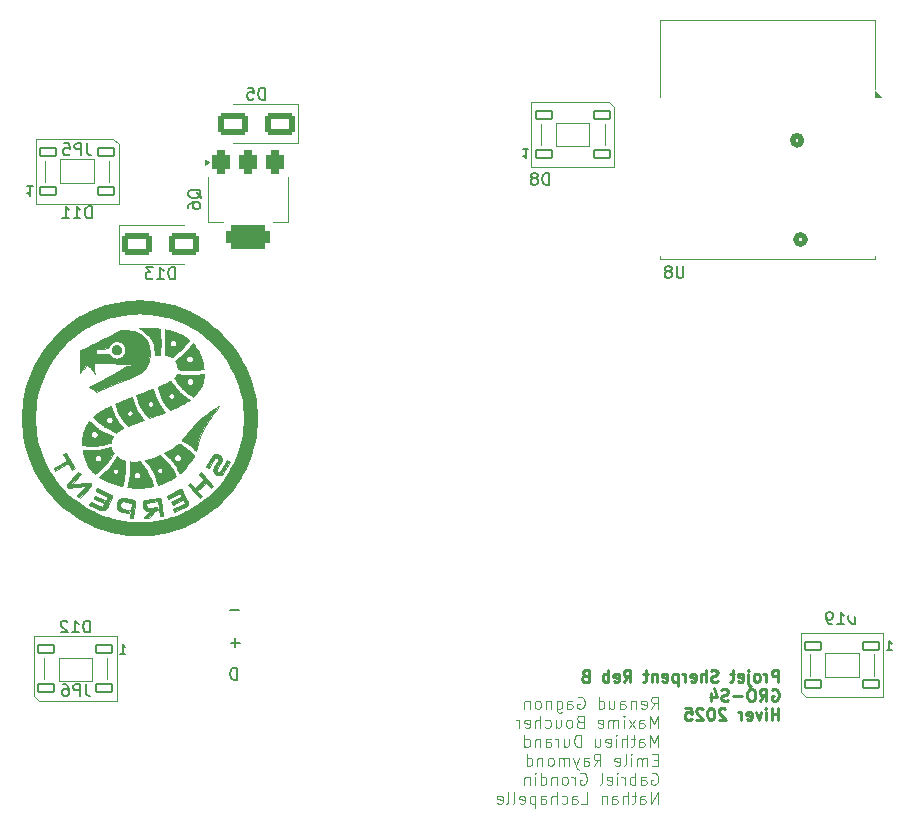
<source format=gbo>
%TF.GenerationSoftware,KiCad,Pcbnew,9.0.0*%
%TF.CreationDate,2025-03-29T02:07:02-04:00*%
%TF.ProjectId,SHERPENT20250113,53484552-5045-44e5-9432-303235303131,rev?*%
%TF.SameCoordinates,Original*%
%TF.FileFunction,Legend,Bot*%
%TF.FilePolarity,Positive*%
%FSLAX46Y46*%
G04 Gerber Fmt 4.6, Leading zero omitted, Abs format (unit mm)*
G04 Created by KiCad (PCBNEW 9.0.0) date 2025-03-29 02:07:02*
%MOMM*%
%LPD*%
G01*
G04 APERTURE LIST*
G04 Aperture macros list*
%AMRoundRect*
0 Rectangle with rounded corners*
0 $1 Rounding radius*
0 $2 $3 $4 $5 $6 $7 $8 $9 X,Y pos of 4 corners*
0 Add a 4 corners polygon primitive as box body*
4,1,4,$2,$3,$4,$5,$6,$7,$8,$9,$2,$3,0*
0 Add four circle primitives for the rounded corners*
1,1,$1+$1,$2,$3*
1,1,$1+$1,$4,$5*
1,1,$1+$1,$6,$7*
1,1,$1+$1,$8,$9*
0 Add four rect primitives between the rounded corners*
20,1,$1+$1,$2,$3,$4,$5,0*
20,1,$1+$1,$4,$5,$6,$7,0*
20,1,$1+$1,$6,$7,$8,$9,0*
20,1,$1+$1,$8,$9,$2,$3,0*%
%AMFreePoly0*
4,1,6,1.000000,0.000000,0.500000,-0.750000,-0.500000,-0.750000,-0.500000,0.750000,0.500000,0.750000,1.000000,0.000000,1.000000,0.000000,$1*%
%AMFreePoly1*
4,1,6,0.500000,-0.750000,-0.650000,-0.750000,-0.150000,0.000000,-0.650000,0.750000,0.500000,0.750000,0.500000,-0.750000,0.500000,-0.750000,$1*%
G04 Aperture macros list end*
%ADD10C,0.150000*%
%ADD11C,0.000000*%
%ADD12C,0.021695*%
%ADD13C,0.001451*%
%ADD14C,0.060494*%
%ADD15C,1.209897*%
%ADD16C,0.250000*%
%ADD17C,0.100000*%
%ADD18C,0.120000*%
%ADD19C,0.508000*%
%ADD20C,0.387500*%
%ADD21C,3.000000*%
%ADD22RoundRect,0.250000X-1.000000X-0.650000X1.000000X-0.650000X1.000000X0.650000X-1.000000X0.650000X0*%
%ADD23RoundRect,0.250000X1.000000X0.650000X-1.000000X0.650000X-1.000000X-0.650000X1.000000X-0.650000X0*%
%ADD24C,3.200000*%
%ADD25R,1.700000X1.700000*%
%ADD26O,1.700000X1.700000*%
%ADD27R,1.600000X1.600000*%
%ADD28C,1.600000*%
%ADD29O,1.300000X2.500000*%
%ADD30O,1.300000X3.200000*%
%ADD31R,2.000000X2.000000*%
%ADD32C,1.700000*%
%ADD33C,2.000000*%
%ADD34FreePoly0,180.000000*%
%ADD35FreePoly1,180.000000*%
%ADD36RoundRect,0.090000X-0.660000X-0.360000X0.660000X-0.360000X0.660000X0.360000X-0.660000X0.360000X0*%
%ADD37RoundRect,0.375000X-0.375000X0.625000X-0.375000X-0.625000X0.375000X-0.625000X0.375000X0.625000X0*%
%ADD38RoundRect,0.500000X-1.400000X0.500000X-1.400000X-0.500000X1.400000X-0.500000X1.400000X0.500000X0*%
%ADD39RoundRect,0.090000X0.660000X0.360000X-0.660000X0.360000X-0.660000X-0.360000X0.660000X-0.360000X0*%
%ADD40R,1.500000X0.900000*%
%ADD41C,0.600000*%
%ADD42R,2.900000X2.900000*%
%ADD43FreePoly0,0.000000*%
%ADD44FreePoly1,0.000000*%
G04 APERTURE END LIST*
D10*
X151556090Y-124873320D02*
X151556090Y-123873320D01*
X151556090Y-123873320D02*
X151317995Y-123873320D01*
X151317995Y-123873320D02*
X151175138Y-123920939D01*
X151175138Y-123920939D02*
X151079900Y-124016177D01*
X151079900Y-124016177D02*
X151032281Y-124111415D01*
X151032281Y-124111415D02*
X150984662Y-124301891D01*
X150984662Y-124301891D02*
X150984662Y-124444748D01*
X150984662Y-124444748D02*
X151032281Y-124635224D01*
X151032281Y-124635224D02*
X151079900Y-124730462D01*
X151079900Y-124730462D02*
X151175138Y-124825701D01*
X151175138Y-124825701D02*
X151317995Y-124873320D01*
X151317995Y-124873320D02*
X151556090Y-124873320D01*
X151763220Y-118948674D02*
X151001316Y-118948674D01*
X151806090Y-121742367D02*
X151044186Y-121742367D01*
X151425138Y-122123320D02*
X151425138Y-121361415D01*
D11*
G36*
X144978475Y-101525857D02*
G01*
X145030380Y-101603997D01*
X145083958Y-101681476D01*
X145138194Y-101757322D01*
X145244589Y-101900221D01*
X145341455Y-102024912D01*
X145420684Y-102123613D01*
X145493798Y-102211912D01*
X145167865Y-102337314D01*
X144832135Y-102462687D01*
X144134544Y-102716944D01*
X144083580Y-102735407D01*
X144008503Y-102647126D01*
X143927301Y-102548631D01*
X143828231Y-102424437D01*
X143719721Y-102282448D01*
X143610204Y-102130567D01*
X143557701Y-102053388D01*
X143508107Y-101976698D01*
X143462476Y-101901488D01*
X143421862Y-101828745D01*
X143384105Y-101753665D01*
X143347449Y-101673549D01*
X143312079Y-101589762D01*
X143286581Y-101525005D01*
X143996797Y-101525005D01*
X143997107Y-101537286D01*
X143998029Y-101549406D01*
X143999547Y-101561349D01*
X144001646Y-101573101D01*
X144004311Y-101584647D01*
X144007527Y-101595972D01*
X144011279Y-101607061D01*
X144015552Y-101617898D01*
X144020331Y-101628470D01*
X144025602Y-101638760D01*
X144031348Y-101648754D01*
X144037556Y-101658437D01*
X144044210Y-101667794D01*
X144051295Y-101676809D01*
X144058796Y-101685469D01*
X144066698Y-101693757D01*
X144074987Y-101701659D01*
X144083646Y-101709160D01*
X144092662Y-101716245D01*
X144102018Y-101722899D01*
X144111701Y-101729106D01*
X144121695Y-101734853D01*
X144131986Y-101740123D01*
X144142557Y-101744903D01*
X144153395Y-101749176D01*
X144164483Y-101752928D01*
X144175808Y-101756144D01*
X144187354Y-101758809D01*
X144199106Y-101760907D01*
X144211050Y-101762425D01*
X144223169Y-101763347D01*
X144235450Y-101763657D01*
X144247731Y-101763347D01*
X144259850Y-101762425D01*
X144271794Y-101760907D01*
X144283546Y-101758809D01*
X144295092Y-101756144D01*
X144306417Y-101752928D01*
X144317506Y-101749176D01*
X144328343Y-101744903D01*
X144338915Y-101740123D01*
X144349205Y-101734853D01*
X144359199Y-101729106D01*
X144368882Y-101722899D01*
X144378238Y-101716245D01*
X144387254Y-101709160D01*
X144395913Y-101701659D01*
X144404202Y-101693757D01*
X144412104Y-101685469D01*
X144419605Y-101676809D01*
X144426690Y-101667794D01*
X144433344Y-101658437D01*
X144439551Y-101648754D01*
X144445298Y-101638760D01*
X144450568Y-101628470D01*
X144455347Y-101617898D01*
X144459621Y-101607061D01*
X144463373Y-101595972D01*
X144466589Y-101584647D01*
X144469254Y-101573101D01*
X144471352Y-101561349D01*
X144472870Y-101549406D01*
X144473792Y-101537286D01*
X144474102Y-101525005D01*
X144473792Y-101512724D01*
X144472870Y-101500605D01*
X144471352Y-101488662D01*
X144469254Y-101476909D01*
X144466589Y-101465363D01*
X144463373Y-101454038D01*
X144459621Y-101442950D01*
X144455347Y-101432112D01*
X144450568Y-101421541D01*
X144445298Y-101411251D01*
X144439551Y-101401257D01*
X144433344Y-101391574D01*
X144426690Y-101382217D01*
X144419605Y-101373202D01*
X144412104Y-101364542D01*
X144404202Y-101356254D01*
X144395913Y-101348352D01*
X144387254Y-101340851D01*
X144378238Y-101333766D01*
X144368882Y-101327112D01*
X144359199Y-101320904D01*
X144349205Y-101315158D01*
X144338915Y-101309887D01*
X144328343Y-101305108D01*
X144317506Y-101300835D01*
X144306417Y-101297083D01*
X144295092Y-101293867D01*
X144283546Y-101291202D01*
X144271794Y-101289103D01*
X144259850Y-101287585D01*
X144247731Y-101286663D01*
X144235450Y-101286353D01*
X144223169Y-101286663D01*
X144211050Y-101287585D01*
X144199106Y-101289103D01*
X144187354Y-101291202D01*
X144175808Y-101293867D01*
X144164483Y-101297083D01*
X144153395Y-101300835D01*
X144142557Y-101305108D01*
X144131986Y-101309887D01*
X144121695Y-101315158D01*
X144111701Y-101320904D01*
X144102018Y-101327112D01*
X144092662Y-101333766D01*
X144083646Y-101340851D01*
X144074987Y-101348352D01*
X144066698Y-101356254D01*
X144058796Y-101364542D01*
X144051295Y-101373202D01*
X144044210Y-101382217D01*
X144037556Y-101391574D01*
X144031348Y-101401257D01*
X144025602Y-101411251D01*
X144020331Y-101421541D01*
X144015552Y-101432112D01*
X144011279Y-101442950D01*
X144007527Y-101454038D01*
X144004311Y-101465363D01*
X144001646Y-101476909D01*
X143999547Y-101488662D01*
X143998029Y-101500605D01*
X143997107Y-101512724D01*
X143996797Y-101525005D01*
X143286581Y-101525005D01*
X143278178Y-101503665D01*
X143245932Y-101416623D01*
X143215523Y-101329998D01*
X143160956Y-101163453D01*
X143115951Y-101014934D01*
X143081981Y-100895348D01*
X143053037Y-100786593D01*
X143803121Y-100499833D01*
X144144442Y-100368896D01*
X144463255Y-100244722D01*
X144494089Y-100354731D01*
X144529968Y-100475656D01*
X144577119Y-100625785D01*
X144633767Y-100794061D01*
X144698136Y-100969427D01*
X144768448Y-101140826D01*
X144805279Y-101221583D01*
X144842929Y-101297201D01*
X144883736Y-101371486D01*
X144929256Y-101448029D01*
X144977936Y-101525005D01*
X144978475Y-101525857D01*
G37*
D12*
X143421862Y-101828744D02*
X143384105Y-101753663D01*
D11*
G36*
X148657719Y-99706209D02*
G01*
X148615588Y-99838266D01*
X148566541Y-99966006D01*
X148510717Y-100089584D01*
X148448256Y-100209155D01*
X148379299Y-100324874D01*
X148303983Y-100436895D01*
X148222450Y-100545372D01*
X148134839Y-100650462D01*
X148041289Y-100752317D01*
X147941940Y-100851093D01*
X147836931Y-100946945D01*
X147741865Y-100880405D01*
X147637833Y-100805475D01*
X147509294Y-100710102D01*
X147366114Y-100599782D01*
X147218161Y-100480012D01*
X147145479Y-100418302D01*
X147075304Y-100356290D01*
X147008869Y-100294665D01*
X146947409Y-100234113D01*
X146888073Y-100171349D01*
X146827532Y-100103355D01*
X146766478Y-100031410D01*
X146705608Y-99956796D01*
X146645616Y-99880792D01*
X146587196Y-99804679D01*
X146487328Y-99670025D01*
X147403017Y-99670025D01*
X147403328Y-99682306D01*
X147404249Y-99694425D01*
X147405767Y-99706369D01*
X147407866Y-99718121D01*
X147410531Y-99729667D01*
X147413747Y-99740992D01*
X147417499Y-99752081D01*
X147421772Y-99762918D01*
X147426551Y-99773490D01*
X147431822Y-99783780D01*
X147437568Y-99793774D01*
X147443776Y-99803457D01*
X147450430Y-99812814D01*
X147457515Y-99821829D01*
X147465016Y-99830489D01*
X147472918Y-99838777D01*
X147481206Y-99846679D01*
X147489866Y-99854180D01*
X147498881Y-99861265D01*
X147508238Y-99867919D01*
X147517921Y-99874127D01*
X147527915Y-99879873D01*
X147538205Y-99885144D01*
X147548776Y-99889923D01*
X147559614Y-99894196D01*
X147570703Y-99897948D01*
X147582028Y-99901164D01*
X147593574Y-99903829D01*
X147605326Y-99905928D01*
X147617269Y-99907446D01*
X147629389Y-99908367D01*
X147641669Y-99908678D01*
X147653950Y-99908367D01*
X147666070Y-99907446D01*
X147678013Y-99905928D01*
X147689765Y-99903829D01*
X147701311Y-99901164D01*
X147712636Y-99897948D01*
X147723725Y-99894196D01*
X147734563Y-99889923D01*
X147745134Y-99885144D01*
X147755424Y-99879873D01*
X147765418Y-99874127D01*
X147775101Y-99867919D01*
X147784458Y-99861265D01*
X147793473Y-99854180D01*
X147802133Y-99846679D01*
X147810421Y-99838777D01*
X147818323Y-99830489D01*
X147825824Y-99821829D01*
X147832909Y-99812814D01*
X147839563Y-99803457D01*
X147845771Y-99793774D01*
X147851517Y-99783780D01*
X147856788Y-99773490D01*
X147861567Y-99762918D01*
X147865840Y-99752081D01*
X147869592Y-99740992D01*
X147872808Y-99729667D01*
X147875473Y-99718121D01*
X147877572Y-99706369D01*
X147879090Y-99694425D01*
X147880011Y-99682306D01*
X147880322Y-99670025D01*
X147880011Y-99657744D01*
X147879090Y-99645625D01*
X147877572Y-99633681D01*
X147875473Y-99621929D01*
X147872808Y-99610383D01*
X147869592Y-99599058D01*
X147865840Y-99587970D01*
X147861567Y-99577132D01*
X147856788Y-99566561D01*
X147851517Y-99556271D01*
X147845771Y-99546277D01*
X147839563Y-99536594D01*
X147832909Y-99527237D01*
X147825824Y-99518222D01*
X147818323Y-99509562D01*
X147810421Y-99501274D01*
X147802133Y-99493372D01*
X147793473Y-99485871D01*
X147784458Y-99478786D01*
X147775101Y-99472132D01*
X147765418Y-99465924D01*
X147755424Y-99460178D01*
X147745134Y-99454907D01*
X147734563Y-99450128D01*
X147723725Y-99445855D01*
X147712636Y-99442103D01*
X147701311Y-99438887D01*
X147689765Y-99436222D01*
X147678013Y-99434123D01*
X147666070Y-99432606D01*
X147653950Y-99431684D01*
X147641669Y-99431373D01*
X147629389Y-99431684D01*
X147617269Y-99432606D01*
X147605326Y-99434123D01*
X147593574Y-99436222D01*
X147582028Y-99438887D01*
X147570703Y-99442103D01*
X147559614Y-99445855D01*
X147548776Y-99450128D01*
X147538205Y-99454907D01*
X147527915Y-99460178D01*
X147517921Y-99465924D01*
X147508238Y-99472132D01*
X147498881Y-99478786D01*
X147489866Y-99485871D01*
X147481206Y-99493372D01*
X147472918Y-99501274D01*
X147465016Y-99509562D01*
X147457515Y-99518222D01*
X147450430Y-99527237D01*
X147443776Y-99536594D01*
X147437568Y-99546277D01*
X147431822Y-99556271D01*
X147426551Y-99566561D01*
X147421772Y-99577132D01*
X147417499Y-99587970D01*
X147413747Y-99599058D01*
X147410531Y-99610383D01*
X147407866Y-99621929D01*
X147405767Y-99633681D01*
X147404249Y-99645625D01*
X147403328Y-99657744D01*
X147403017Y-99670025D01*
X146487328Y-99670025D01*
X146477852Y-99657249D01*
X146383133Y-99524750D01*
X146308597Y-99417424D01*
X146242299Y-99319271D01*
X146262431Y-99299597D01*
X146281893Y-99279801D01*
X146300687Y-99259877D01*
X146318811Y-99239820D01*
X146336266Y-99219623D01*
X146353051Y-99199282D01*
X146369166Y-99178789D01*
X146384611Y-99158141D01*
X146399387Y-99137329D01*
X146413491Y-99116350D01*
X146426926Y-99095196D01*
X146439689Y-99073862D01*
X146451782Y-99052343D01*
X146463203Y-99030632D01*
X146473953Y-99008724D01*
X146484032Y-98986612D01*
X146598856Y-99003833D01*
X146884892Y-99041575D01*
X147064722Y-99061616D01*
X147254483Y-99078955D01*
X147443220Y-99090984D01*
X147619974Y-99095091D01*
X147706526Y-99093432D01*
X147797441Y-99089409D01*
X147891346Y-99083361D01*
X147986869Y-99075631D01*
X148177277Y-99056486D01*
X148357687Y-99034703D01*
X148517119Y-99013011D01*
X148644592Y-98994137D01*
X148759747Y-98975764D01*
X148754290Y-99131724D01*
X148741220Y-99282593D01*
X148720675Y-99428527D01*
X148692795Y-99569681D01*
X148667015Y-99670025D01*
X148657719Y-99706209D01*
G37*
D12*
X144050812Y-95101441D02*
X144279467Y-95106526D01*
X144519749Y-95116695D01*
X144769695Y-95133390D01*
X145027342Y-95158055D01*
X145063487Y-95550313D01*
X145089362Y-95910338D01*
X145098619Y-96093321D01*
X145103276Y-96263806D01*
X145102476Y-96433735D01*
X145097329Y-96614742D01*
X145089208Y-96796431D01*
X145079485Y-96968401D01*
X145060725Y-97241598D01*
X145052032Y-97351149D01*
X144985739Y-97355278D01*
X144921452Y-97360008D01*
X144800007Y-97369851D01*
X144743406Y-97374254D01*
X144689923Y-97377839D01*
X144639838Y-97380250D01*
X144593430Y-97381133D01*
X144594257Y-97358926D01*
X144595412Y-97296604D01*
X144595490Y-97252413D01*
X144594903Y-97200611D01*
X144593402Y-97142003D01*
X144590739Y-97077394D01*
X144583791Y-96968265D01*
X144572598Y-96849791D01*
X144556254Y-96724892D01*
X144545868Y-96660947D01*
X144533855Y-96596492D01*
X144520103Y-96531893D01*
X144504497Y-96467514D01*
X144486926Y-96403721D01*
X144467275Y-96340879D01*
X144445433Y-96279354D01*
X144421286Y-96219511D01*
X144394720Y-96161716D01*
X144365624Y-96106332D01*
X144338994Y-96061583D01*
X144309454Y-96016638D01*
X144277251Y-95971604D01*
X144242631Y-95926587D01*
X144205839Y-95881692D01*
X144167123Y-95837025D01*
X144084903Y-95748802D01*
X143997938Y-95662765D01*
X143908200Y-95579761D01*
X143817659Y-95500638D01*
X143728284Y-95426245D01*
X143642046Y-95357429D01*
X143560915Y-95295038D01*
X143421852Y-95192921D01*
X143291689Y-95103089D01*
X143636226Y-95100753D01*
X144050812Y-95101441D01*
X143081981Y-100895347D02*
X143053037Y-100786592D01*
X143927301Y-102548631D02*
X143828231Y-102424437D01*
X145420684Y-102123612D02*
X145493798Y-102211911D01*
D11*
D13*
X149810198Y-105775148D02*
X149822322Y-105775445D01*
X149834584Y-105776023D01*
X149846776Y-105777016D01*
X149859060Y-105778468D01*
X149871436Y-105780377D01*
X149883904Y-105782745D01*
X149896463Y-105785572D01*
X149909115Y-105788856D01*
X149921858Y-105792599D01*
X149934692Y-105796799D01*
X149947619Y-105801458D01*
X149960637Y-105806575D01*
X149973748Y-105812151D01*
X149986949Y-105818184D01*
X150000243Y-105824676D01*
X150013629Y-105831626D01*
X150027106Y-105839034D01*
X150040675Y-105846901D01*
X150054071Y-105855067D01*
X150067027Y-105863377D01*
X150079545Y-105871828D01*
X150091623Y-105880423D01*
X150103262Y-105889159D01*
X150114461Y-105898039D01*
X150125222Y-105907060D01*
X150135544Y-105916225D01*
X150145426Y-105925531D01*
X150154870Y-105934981D01*
X150163874Y-105944572D01*
X150172439Y-105954307D01*
X150180565Y-105964183D01*
X150188252Y-105974203D01*
X150195499Y-105984364D01*
X150202308Y-105994669D01*
X150208672Y-106005167D01*
X150214723Y-106015676D01*
X150220463Y-106026197D01*
X150225891Y-106036729D01*
X150231007Y-106047272D01*
X150235811Y-106057827D01*
X150240303Y-106068393D01*
X150244483Y-106078971D01*
X150248351Y-106089560D01*
X150251907Y-106100160D01*
X150255152Y-106110772D01*
X150258084Y-106121395D01*
X150260704Y-106132030D01*
X150263013Y-106142676D01*
X150265009Y-106153333D01*
X150266694Y-106164002D01*
X150268033Y-106174771D01*
X150269133Y-106185496D01*
X150269993Y-106196176D01*
X150270614Y-106206813D01*
X150270995Y-106217406D01*
X150271136Y-106227954D01*
X150271038Y-106238459D01*
X150270700Y-106248919D01*
X150270122Y-106259336D01*
X150269305Y-106269708D01*
X150268248Y-106280037D01*
X150266952Y-106290321D01*
X150265416Y-106300561D01*
X150263640Y-106310758D01*
X150261625Y-106320910D01*
X150259370Y-106331018D01*
X150254155Y-106350717D01*
X150248472Y-106369744D01*
X150242323Y-106388099D01*
X150235706Y-106405783D01*
X150232223Y-106414374D01*
X150228623Y-106422796D01*
X150224906Y-106431051D01*
X150221072Y-106439137D01*
X150217122Y-106447056D01*
X150213055Y-106454807D01*
X150208871Y-106462390D01*
X150204570Y-106469805D01*
X149873554Y-107026510D01*
X149871122Y-107030700D01*
X149868807Y-107034891D01*
X149866610Y-107039083D01*
X149864530Y-107043275D01*
X149862568Y-107047469D01*
X149860723Y-107051664D01*
X149858996Y-107055860D01*
X149857387Y-107060056D01*
X149855895Y-107064254D01*
X149854521Y-107068453D01*
X149853264Y-107072652D01*
X149852125Y-107076853D01*
X149851103Y-107081054D01*
X149850199Y-107085257D01*
X149849413Y-107089460D01*
X149848744Y-107093665D01*
X149848123Y-107097971D01*
X149847617Y-107102248D01*
X149847228Y-107106496D01*
X149846954Y-107110714D01*
X149846797Y-107114903D01*
X149846756Y-107119062D01*
X149846830Y-107123192D01*
X149847021Y-107127292D01*
X149847327Y-107131362D01*
X149847750Y-107135404D01*
X149848288Y-107139415D01*
X149848943Y-107143398D01*
X149849713Y-107147350D01*
X149850600Y-107151274D01*
X149851602Y-107155167D01*
X149852720Y-107159032D01*
X149853878Y-107162979D01*
X149855138Y-107166888D01*
X149856498Y-107170758D01*
X149857961Y-107174591D01*
X149859524Y-107178385D01*
X149861189Y-107182141D01*
X149862955Y-107185860D01*
X149864823Y-107189540D01*
X149866792Y-107193181D01*
X149868863Y-107196785D01*
X149871035Y-107200351D01*
X149873309Y-107203878D01*
X149875684Y-107207367D01*
X149878160Y-107210818D01*
X149880738Y-107214231D01*
X149883417Y-107217606D01*
X149886192Y-107220935D01*
X149889059Y-107224210D01*
X149892017Y-107227430D01*
X149895066Y-107230597D01*
X149898206Y-107233709D01*
X149901438Y-107236768D01*
X149904761Y-107239772D01*
X149908175Y-107242722D01*
X149911680Y-107245619D01*
X149915276Y-107248461D01*
X149918964Y-107251249D01*
X149922743Y-107253984D01*
X149926613Y-107256664D01*
X149930574Y-107259290D01*
X149934627Y-107261862D01*
X149938770Y-107264380D01*
X149947363Y-107269283D01*
X149955920Y-107273750D01*
X149964439Y-107277783D01*
X149972923Y-107281380D01*
X149981369Y-107284542D01*
X149989780Y-107287268D01*
X149998153Y-107289560D01*
X150006490Y-107291416D01*
X150014791Y-107292837D01*
X150023055Y-107293822D01*
X150031282Y-107294373D01*
X150039473Y-107294488D01*
X150047627Y-107294168D01*
X150055745Y-107293413D01*
X150063826Y-107292223D01*
X150071871Y-107290598D01*
X150079741Y-107288652D01*
X150087439Y-107286269D01*
X150094963Y-107283449D01*
X150102315Y-107280191D01*
X150109494Y-107276495D01*
X150116499Y-107272362D01*
X150123332Y-107267791D01*
X150129992Y-107262783D01*
X150136479Y-107257337D01*
X150142792Y-107251454D01*
X150148933Y-107245133D01*
X150154901Y-107238374D01*
X150160696Y-107231178D01*
X150166318Y-107223544D01*
X150171767Y-107215473D01*
X150177042Y-107206964D01*
X150732242Y-106273226D01*
X150974287Y-106417145D01*
X150419089Y-107350884D01*
X150413088Y-107360645D01*
X150406709Y-107370379D01*
X150399954Y-107380085D01*
X150392821Y-107389764D01*
X150385310Y-107399415D01*
X150377422Y-107409038D01*
X150369157Y-107418634D01*
X150360514Y-107428202D01*
X150351402Y-107437866D01*
X150342004Y-107447281D01*
X150332321Y-107456447D01*
X150322352Y-107465365D01*
X150312097Y-107474034D01*
X150301558Y-107482455D01*
X150290733Y-107490628D01*
X150279622Y-107498552D01*
X150268221Y-107506204D01*
X150256522Y-107513561D01*
X150244525Y-107520624D01*
X150232232Y-107527391D01*
X150219642Y-107533864D01*
X150206754Y-107540042D01*
X150193569Y-107545926D01*
X150180086Y-107551514D01*
X150166347Y-107556675D01*
X150152391Y-107561272D01*
X150138217Y-107565308D01*
X150123827Y-107568781D01*
X150109220Y-107571692D01*
X150094395Y-107574041D01*
X150079354Y-107575828D01*
X150064095Y-107577052D01*
X150048637Y-107577685D01*
X150032997Y-107577699D01*
X150017174Y-107577091D01*
X150001169Y-107575863D01*
X149984981Y-107574015D01*
X149968610Y-107571547D01*
X149952058Y-107568458D01*
X149935323Y-107564749D01*
X149926713Y-107562681D01*
X149918080Y-107560403D01*
X149909425Y-107557915D01*
X149900747Y-107555216D01*
X149892047Y-107552307D01*
X149883324Y-107549187D01*
X149865810Y-107542318D01*
X149848206Y-107534607D01*
X149830511Y-107526054D01*
X149812726Y-107516661D01*
X149794851Y-107506426D01*
X149794852Y-107506417D01*
X149785991Y-107501055D01*
X149777328Y-107495623D01*
X149768864Y-107490123D01*
X149760599Y-107484554D01*
X149752532Y-107478915D01*
X149744664Y-107473208D01*
X149736994Y-107467432D01*
X149729522Y-107461586D01*
X149722250Y-107455672D01*
X149715175Y-107449689D01*
X149708300Y-107443637D01*
X149701622Y-107437515D01*
X149695144Y-107431325D01*
X149688864Y-107425066D01*
X149682782Y-107418737D01*
X149676899Y-107412340D01*
X149671196Y-107405888D01*
X149665656Y-107399394D01*
X149660278Y-107392859D01*
X149655062Y-107386283D01*
X149650009Y-107379666D01*
X149645119Y-107373007D01*
X149640390Y-107366307D01*
X149635824Y-107359566D01*
X149631420Y-107352783D01*
X149627179Y-107345959D01*
X149623100Y-107339094D01*
X149619183Y-107332188D01*
X149615429Y-107325240D01*
X149611837Y-107318251D01*
X149608408Y-107311220D01*
X149605141Y-107304148D01*
X149598921Y-107290173D01*
X149593281Y-107276148D01*
X149588221Y-107262075D01*
X149583742Y-107247953D01*
X149579842Y-107233782D01*
X149576524Y-107219562D01*
X149573785Y-107205294D01*
X149571627Y-107190977D01*
X149569744Y-107176528D01*
X149568296Y-107162141D01*
X149567284Y-107147816D01*
X149566708Y-107133553D01*
X149566567Y-107119353D01*
X149566862Y-107105214D01*
X149567592Y-107091138D01*
X149568758Y-107077123D01*
X149570187Y-107063463D01*
X149571982Y-107049980D01*
X149574144Y-107036676D01*
X149576672Y-107023550D01*
X149579566Y-107010603D01*
X149582827Y-106997834D01*
X149586454Y-106985244D01*
X149590447Y-106972832D01*
X149594493Y-106960531D01*
X149598744Y-106948547D01*
X149603199Y-106936883D01*
X149607859Y-106925536D01*
X149612722Y-106914509D01*
X149617791Y-106903799D01*
X149623064Y-106893408D01*
X149628541Y-106883336D01*
X149629647Y-106881483D01*
X149960663Y-106324778D01*
X149965557Y-106316190D01*
X149970001Y-106307649D01*
X149973993Y-106299155D01*
X149977535Y-106290707D01*
X149980625Y-106282307D01*
X149983264Y-106273952D01*
X149985452Y-106265645D01*
X149987189Y-106257385D01*
X149988475Y-106249171D01*
X149989309Y-106241004D01*
X149989693Y-106232884D01*
X149989625Y-106224811D01*
X149989106Y-106216784D01*
X149988136Y-106208804D01*
X149986715Y-106200872D01*
X149984843Y-106192985D01*
X149982358Y-106185252D01*
X149979471Y-106177683D01*
X149976180Y-106170278D01*
X149972487Y-106163037D01*
X149968392Y-106155960D01*
X149963893Y-106149047D01*
X149958992Y-106142298D01*
X149953688Y-106135714D01*
X149947981Y-106129294D01*
X149941871Y-106123037D01*
X149935359Y-106116945D01*
X149928444Y-106111017D01*
X149921126Y-106105253D01*
X149913405Y-106099653D01*
X149905281Y-106094218D01*
X149896755Y-106088946D01*
X149888161Y-106084038D01*
X149879600Y-106079553D01*
X149871073Y-106075491D01*
X149862579Y-106071854D01*
X149854119Y-106068640D01*
X149845693Y-106065849D01*
X149837300Y-106063482D01*
X149828941Y-106061539D01*
X149820615Y-106060019D01*
X149812323Y-106058923D01*
X149804065Y-106058251D01*
X149795840Y-106058002D01*
X149787649Y-106058177D01*
X149779492Y-106058776D01*
X149771368Y-106059798D01*
X149763278Y-106061244D01*
X149755229Y-106063231D01*
X149747370Y-106065646D01*
X149739700Y-106068488D01*
X149732218Y-106071758D01*
X149724925Y-106075455D01*
X149717822Y-106079579D01*
X149710907Y-106084130D01*
X149704181Y-106089109D01*
X149697644Y-106094515D01*
X149691296Y-106100349D01*
X149685137Y-106106610D01*
X149679167Y-106113298D01*
X149673385Y-106120414D01*
X149667793Y-106127957D01*
X149662389Y-106135927D01*
X149657175Y-106144325D01*
X149167293Y-106968212D01*
X148925247Y-106824292D01*
X149415129Y-106000404D01*
X149419593Y-105993086D01*
X149424268Y-105985795D01*
X149429153Y-105978531D01*
X149434249Y-105971293D01*
X149439556Y-105964082D01*
X149445073Y-105956898D01*
X149450800Y-105949741D01*
X149456738Y-105942610D01*
X149462887Y-105935506D01*
X149469246Y-105928429D01*
X149475816Y-105921378D01*
X149482596Y-105914355D01*
X149489587Y-105907358D01*
X149496788Y-105900387D01*
X149504199Y-105893444D01*
X149511822Y-105886527D01*
X149519517Y-105879653D01*
X149527379Y-105872978D01*
X149535410Y-105866500D01*
X149543608Y-105860221D01*
X149551973Y-105854140D01*
X149560507Y-105848257D01*
X149569208Y-105842573D01*
X149578076Y-105837086D01*
X149587113Y-105831798D01*
X149596317Y-105826708D01*
X149605688Y-105821815D01*
X149615228Y-105817121D01*
X149624935Y-105812626D01*
X149634810Y-105808328D01*
X149644852Y-105804228D01*
X149655062Y-105800327D01*
X149665240Y-105796712D01*
X149675557Y-105793376D01*
X149686012Y-105790320D01*
X149696607Y-105787543D01*
X149707341Y-105785045D01*
X149718214Y-105782828D01*
X149729225Y-105780889D01*
X149740376Y-105779231D01*
X149751666Y-105777851D01*
X149763094Y-105776752D01*
X149774662Y-105775931D01*
X149786368Y-105775391D01*
X149798214Y-105775129D01*
X149810198Y-105775148D01*
G36*
X149810198Y-105775148D02*
G01*
X149822322Y-105775445D01*
X149834584Y-105776023D01*
X149846776Y-105777016D01*
X149859060Y-105778468D01*
X149871436Y-105780377D01*
X149883904Y-105782745D01*
X149896463Y-105785572D01*
X149909115Y-105788856D01*
X149921858Y-105792599D01*
X149934692Y-105796799D01*
X149947619Y-105801458D01*
X149960637Y-105806575D01*
X149973748Y-105812151D01*
X149986949Y-105818184D01*
X150000243Y-105824676D01*
X150013629Y-105831626D01*
X150027106Y-105839034D01*
X150040675Y-105846901D01*
X150054071Y-105855067D01*
X150067027Y-105863377D01*
X150079545Y-105871828D01*
X150091623Y-105880423D01*
X150103262Y-105889159D01*
X150114461Y-105898039D01*
X150125222Y-105907060D01*
X150135544Y-105916225D01*
X150145426Y-105925531D01*
X150154870Y-105934981D01*
X150163874Y-105944572D01*
X150172439Y-105954307D01*
X150180565Y-105964183D01*
X150188252Y-105974203D01*
X150195499Y-105984364D01*
X150202308Y-105994669D01*
X150208672Y-106005167D01*
X150214723Y-106015676D01*
X150220463Y-106026197D01*
X150225891Y-106036729D01*
X150231007Y-106047272D01*
X150235811Y-106057827D01*
X150240303Y-106068393D01*
X150244483Y-106078971D01*
X150248351Y-106089560D01*
X150251907Y-106100160D01*
X150255152Y-106110772D01*
X150258084Y-106121395D01*
X150260704Y-106132030D01*
X150263013Y-106142676D01*
X150265009Y-106153333D01*
X150266694Y-106164002D01*
X150268033Y-106174771D01*
X150269133Y-106185496D01*
X150269993Y-106196176D01*
X150270614Y-106206813D01*
X150270995Y-106217406D01*
X150271136Y-106227954D01*
X150271038Y-106238459D01*
X150270700Y-106248919D01*
X150270122Y-106259336D01*
X150269305Y-106269708D01*
X150268248Y-106280037D01*
X150266952Y-106290321D01*
X150265416Y-106300561D01*
X150263640Y-106310758D01*
X150261625Y-106320910D01*
X150259370Y-106331018D01*
X150254155Y-106350717D01*
X150248472Y-106369744D01*
X150242323Y-106388099D01*
X150235706Y-106405783D01*
X150232223Y-106414374D01*
X150228623Y-106422796D01*
X150224906Y-106431051D01*
X150221072Y-106439137D01*
X150217122Y-106447056D01*
X150213055Y-106454807D01*
X150208871Y-106462390D01*
X150204570Y-106469805D01*
X149873554Y-107026510D01*
X149871122Y-107030700D01*
X149868807Y-107034891D01*
X149866610Y-107039083D01*
X149864530Y-107043275D01*
X149862568Y-107047469D01*
X149860723Y-107051664D01*
X149858996Y-107055860D01*
X149857387Y-107060056D01*
X149855895Y-107064254D01*
X149854521Y-107068453D01*
X149853264Y-107072652D01*
X149852125Y-107076853D01*
X149851103Y-107081054D01*
X149850199Y-107085257D01*
X149849413Y-107089460D01*
X149848744Y-107093665D01*
X149848123Y-107097971D01*
X149847617Y-107102248D01*
X149847228Y-107106496D01*
X149846954Y-107110714D01*
X149846797Y-107114903D01*
X149846756Y-107119062D01*
X149846830Y-107123192D01*
X149847021Y-107127292D01*
X149847327Y-107131362D01*
X149847750Y-107135404D01*
X149848288Y-107139415D01*
X149848943Y-107143398D01*
X149849713Y-107147350D01*
X149850600Y-107151274D01*
X149851602Y-107155167D01*
X149852720Y-107159032D01*
X149853878Y-107162979D01*
X149855138Y-107166888D01*
X149856498Y-107170758D01*
X149857961Y-107174591D01*
X149859524Y-107178385D01*
X149861189Y-107182141D01*
X149862955Y-107185860D01*
X149864823Y-107189540D01*
X149866792Y-107193181D01*
X149868863Y-107196785D01*
X149871035Y-107200351D01*
X149873309Y-107203878D01*
X149875684Y-107207367D01*
X149878160Y-107210818D01*
X149880738Y-107214231D01*
X149883417Y-107217606D01*
X149886192Y-107220935D01*
X149889059Y-107224210D01*
X149892017Y-107227430D01*
X149895066Y-107230597D01*
X149898206Y-107233709D01*
X149901438Y-107236768D01*
X149904761Y-107239772D01*
X149908175Y-107242722D01*
X149911680Y-107245619D01*
X149915276Y-107248461D01*
X149918964Y-107251249D01*
X149922743Y-107253984D01*
X149926613Y-107256664D01*
X149930574Y-107259290D01*
X149934627Y-107261862D01*
X149938770Y-107264380D01*
X149947363Y-107269283D01*
X149955920Y-107273750D01*
X149964439Y-107277783D01*
X149972923Y-107281380D01*
X149981369Y-107284542D01*
X149989780Y-107287268D01*
X149998153Y-107289560D01*
X150006490Y-107291416D01*
X150014791Y-107292837D01*
X150023055Y-107293822D01*
X150031282Y-107294373D01*
X150039473Y-107294488D01*
X150047627Y-107294168D01*
X150055745Y-107293413D01*
X150063826Y-107292223D01*
X150071871Y-107290598D01*
X150079741Y-107288652D01*
X150087439Y-107286269D01*
X150094963Y-107283449D01*
X150102315Y-107280191D01*
X150109494Y-107276495D01*
X150116499Y-107272362D01*
X150123332Y-107267791D01*
X150129992Y-107262783D01*
X150136479Y-107257337D01*
X150142792Y-107251454D01*
X150148933Y-107245133D01*
X150154901Y-107238374D01*
X150160696Y-107231178D01*
X150166318Y-107223544D01*
X150171767Y-107215473D01*
X150177042Y-107206964D01*
X150732242Y-106273226D01*
X150974287Y-106417145D01*
X150419089Y-107350884D01*
X150413088Y-107360645D01*
X150406709Y-107370379D01*
X150399954Y-107380085D01*
X150392821Y-107389764D01*
X150385310Y-107399415D01*
X150377422Y-107409038D01*
X150369157Y-107418634D01*
X150360514Y-107428202D01*
X150351402Y-107437866D01*
X150342004Y-107447281D01*
X150332321Y-107456447D01*
X150322352Y-107465365D01*
X150312097Y-107474034D01*
X150301558Y-107482455D01*
X150290733Y-107490628D01*
X150279622Y-107498552D01*
X150268221Y-107506204D01*
X150256522Y-107513561D01*
X150244525Y-107520624D01*
X150232232Y-107527391D01*
X150219642Y-107533864D01*
X150206754Y-107540042D01*
X150193569Y-107545926D01*
X150180086Y-107551514D01*
X150166347Y-107556675D01*
X150152391Y-107561272D01*
X150138217Y-107565308D01*
X150123827Y-107568781D01*
X150109220Y-107571692D01*
X150094395Y-107574041D01*
X150079354Y-107575828D01*
X150064095Y-107577052D01*
X150048637Y-107577685D01*
X150032997Y-107577699D01*
X150017174Y-107577091D01*
X150001169Y-107575863D01*
X149984981Y-107574015D01*
X149968610Y-107571547D01*
X149952058Y-107568458D01*
X149935323Y-107564749D01*
X149926713Y-107562681D01*
X149918080Y-107560403D01*
X149909425Y-107557915D01*
X149900747Y-107555216D01*
X149892047Y-107552307D01*
X149883324Y-107549187D01*
X149865810Y-107542318D01*
X149848206Y-107534607D01*
X149830511Y-107526054D01*
X149812726Y-107516661D01*
X149794851Y-107506426D01*
X149794852Y-107506417D01*
X149785991Y-107501055D01*
X149777328Y-107495623D01*
X149768864Y-107490123D01*
X149760599Y-107484554D01*
X149752532Y-107478915D01*
X149744664Y-107473208D01*
X149736994Y-107467432D01*
X149729522Y-107461586D01*
X149722250Y-107455672D01*
X149715175Y-107449689D01*
X149708300Y-107443637D01*
X149701622Y-107437515D01*
X149695144Y-107431325D01*
X149688864Y-107425066D01*
X149682782Y-107418737D01*
X149676899Y-107412340D01*
X149671196Y-107405888D01*
X149665656Y-107399394D01*
X149660278Y-107392859D01*
X149655062Y-107386283D01*
X149650009Y-107379666D01*
X149645119Y-107373007D01*
X149640390Y-107366307D01*
X149635824Y-107359566D01*
X149631420Y-107352783D01*
X149627179Y-107345959D01*
X149623100Y-107339094D01*
X149619183Y-107332188D01*
X149615429Y-107325240D01*
X149611837Y-107318251D01*
X149608408Y-107311220D01*
X149605141Y-107304148D01*
X149598921Y-107290173D01*
X149593281Y-107276148D01*
X149588221Y-107262075D01*
X149583742Y-107247953D01*
X149579842Y-107233782D01*
X149576524Y-107219562D01*
X149573785Y-107205294D01*
X149571627Y-107190977D01*
X149569744Y-107176528D01*
X149568296Y-107162141D01*
X149567284Y-107147816D01*
X149566708Y-107133553D01*
X149566567Y-107119353D01*
X149566862Y-107105214D01*
X149567592Y-107091138D01*
X149568758Y-107077123D01*
X149570187Y-107063463D01*
X149571982Y-107049980D01*
X149574144Y-107036676D01*
X149576672Y-107023550D01*
X149579566Y-107010603D01*
X149582827Y-106997834D01*
X149586454Y-106985244D01*
X149590447Y-106972832D01*
X149594493Y-106960531D01*
X149598744Y-106948547D01*
X149603199Y-106936883D01*
X149607859Y-106925536D01*
X149612722Y-106914509D01*
X149617791Y-106903799D01*
X149623064Y-106893408D01*
X149628541Y-106883336D01*
X149629647Y-106881483D01*
X149960663Y-106324778D01*
X149965557Y-106316190D01*
X149970001Y-106307649D01*
X149973993Y-106299155D01*
X149977535Y-106290707D01*
X149980625Y-106282307D01*
X149983264Y-106273952D01*
X149985452Y-106265645D01*
X149987189Y-106257385D01*
X149988475Y-106249171D01*
X149989309Y-106241004D01*
X149989693Y-106232884D01*
X149989625Y-106224811D01*
X149989106Y-106216784D01*
X149988136Y-106208804D01*
X149986715Y-106200872D01*
X149984843Y-106192985D01*
X149982358Y-106185252D01*
X149979471Y-106177683D01*
X149976180Y-106170278D01*
X149972487Y-106163037D01*
X149968392Y-106155960D01*
X149963893Y-106149047D01*
X149958992Y-106142298D01*
X149953688Y-106135714D01*
X149947981Y-106129294D01*
X149941871Y-106123037D01*
X149935359Y-106116945D01*
X149928444Y-106111017D01*
X149921126Y-106105253D01*
X149913405Y-106099653D01*
X149905281Y-106094218D01*
X149896755Y-106088946D01*
X149888161Y-106084038D01*
X149879600Y-106079553D01*
X149871073Y-106075491D01*
X149862579Y-106071854D01*
X149854119Y-106068640D01*
X149845693Y-106065849D01*
X149837300Y-106063482D01*
X149828941Y-106061539D01*
X149820615Y-106060019D01*
X149812323Y-106058923D01*
X149804065Y-106058251D01*
X149795840Y-106058002D01*
X149787649Y-106058177D01*
X149779492Y-106058776D01*
X149771368Y-106059798D01*
X149763278Y-106061244D01*
X149755229Y-106063231D01*
X149747370Y-106065646D01*
X149739700Y-106068488D01*
X149732218Y-106071758D01*
X149724925Y-106075455D01*
X149717822Y-106079579D01*
X149710907Y-106084130D01*
X149704181Y-106089109D01*
X149697644Y-106094515D01*
X149691296Y-106100349D01*
X149685137Y-106106610D01*
X149679167Y-106113298D01*
X149673385Y-106120414D01*
X149667793Y-106127957D01*
X149662389Y-106135927D01*
X149657175Y-106144325D01*
X149167293Y-106968212D01*
X148925247Y-106824292D01*
X149415129Y-106000404D01*
X149419593Y-105993086D01*
X149424268Y-105985795D01*
X149429153Y-105978531D01*
X149434249Y-105971293D01*
X149439556Y-105964082D01*
X149445073Y-105956898D01*
X149450800Y-105949741D01*
X149456738Y-105942610D01*
X149462887Y-105935506D01*
X149469246Y-105928429D01*
X149475816Y-105921378D01*
X149482596Y-105914355D01*
X149489587Y-105907358D01*
X149496788Y-105900387D01*
X149504199Y-105893444D01*
X149511822Y-105886527D01*
X149519517Y-105879653D01*
X149527379Y-105872978D01*
X149535410Y-105866500D01*
X149543608Y-105860221D01*
X149551973Y-105854140D01*
X149560507Y-105848257D01*
X149569208Y-105842573D01*
X149578076Y-105837086D01*
X149587113Y-105831798D01*
X149596317Y-105826708D01*
X149605688Y-105821815D01*
X149615228Y-105817121D01*
X149624935Y-105812626D01*
X149634810Y-105808328D01*
X149644852Y-105804228D01*
X149655062Y-105800327D01*
X149665240Y-105796712D01*
X149675557Y-105793376D01*
X149686012Y-105790320D01*
X149696607Y-105787543D01*
X149707341Y-105785045D01*
X149718214Y-105782828D01*
X149729225Y-105780889D01*
X149740376Y-105779231D01*
X149751666Y-105777851D01*
X149763094Y-105776752D01*
X149774662Y-105775931D01*
X149786368Y-105775391D01*
X149798214Y-105775129D01*
X149810198Y-105775148D01*
G37*
D12*
X144083579Y-102735406D02*
X144008503Y-102647126D01*
X144008503Y-102647126D02*
X143927301Y-102548631D01*
X144842929Y-101297199D02*
X144883736Y-101371485D01*
X144929256Y-101448028D02*
X144978475Y-101525856D01*
X144083579Y-102735406D02*
X144134544Y-102716943D01*
X144978475Y-101525856D02*
X145030380Y-101603996D01*
X145030380Y-101603996D02*
X145138194Y-101757321D01*
X144633767Y-100794060D02*
X144665097Y-100881548D01*
X144832135Y-102462686D02*
X144134544Y-102716943D01*
D13*
X138350590Y-107495456D02*
X137613769Y-108303994D01*
X139097237Y-108203715D01*
X139102655Y-108203467D01*
X139108016Y-108203419D01*
X139113321Y-108203571D01*
X139118569Y-108203923D01*
X139123761Y-108204476D01*
X139128896Y-108205229D01*
X139133974Y-108206182D01*
X139138996Y-108207335D01*
X139143962Y-108208689D01*
X139148871Y-108210243D01*
X139153723Y-108211998D01*
X139158518Y-108213953D01*
X139163257Y-108216108D01*
X139167940Y-108218463D01*
X139172566Y-108221019D01*
X139177135Y-108223775D01*
X139181695Y-108226597D01*
X139186112Y-108229551D01*
X139190385Y-108232638D01*
X139194515Y-108235857D01*
X139198501Y-108239209D01*
X139202343Y-108242693D01*
X139206042Y-108246310D01*
X139209597Y-108250059D01*
X139213008Y-108253941D01*
X139216276Y-108257955D01*
X139219401Y-108262102D01*
X139222381Y-108266381D01*
X139225218Y-108270792D01*
X139227912Y-108275336D01*
X139230462Y-108280013D01*
X139232868Y-108284821D01*
X139234826Y-108289633D01*
X139236611Y-108294483D01*
X139238225Y-108299370D01*
X139239666Y-108304296D01*
X139240936Y-108309259D01*
X139242033Y-108314260D01*
X139242959Y-108319299D01*
X139243713Y-108324376D01*
X139244294Y-108329492D01*
X139244704Y-108334644D01*
X139244942Y-108339835D01*
X139245008Y-108345064D01*
X139244902Y-108350331D01*
X139244624Y-108355635D01*
X139244174Y-108360978D01*
X139243552Y-108366359D01*
X139242744Y-108371529D01*
X139241753Y-108376625D01*
X139240578Y-108381645D01*
X139239221Y-108386589D01*
X139237680Y-108391459D01*
X139235955Y-108396253D01*
X139234048Y-108400971D01*
X139231957Y-108405614D01*
X139229684Y-108410182D01*
X139227227Y-108414675D01*
X139224586Y-108419092D01*
X139221763Y-108423434D01*
X139218757Y-108427700D01*
X139215567Y-108431892D01*
X139212194Y-108436007D01*
X139208638Y-108440048D01*
X138243474Y-109499155D01*
X138035335Y-109309479D01*
X138772157Y-108500937D01*
X137287958Y-108602017D01*
X137284249Y-108602237D01*
X137280571Y-108602360D01*
X137276925Y-108602385D01*
X137273310Y-108602313D01*
X137269726Y-108602144D01*
X137266174Y-108601877D01*
X137262653Y-108601514D01*
X137259163Y-108601053D01*
X137255705Y-108600494D01*
X137252279Y-108599839D01*
X137248883Y-108599086D01*
X137245520Y-108598236D01*
X137242187Y-108597288D01*
X137238886Y-108596244D01*
X137235617Y-108595102D01*
X137232378Y-108593862D01*
X137229085Y-108592458D01*
X137225849Y-108591003D01*
X137222671Y-108589497D01*
X137219550Y-108587941D01*
X137216487Y-108586334D01*
X137213481Y-108584677D01*
X137210533Y-108582969D01*
X137207642Y-108581210D01*
X137204809Y-108579401D01*
X137202033Y-108577542D01*
X137199315Y-108575631D01*
X137196654Y-108573671D01*
X137194051Y-108571659D01*
X137191505Y-108569597D01*
X137189017Y-108567485D01*
X137186587Y-108565322D01*
X137183923Y-108562837D01*
X137181334Y-108560307D01*
X137178822Y-108557731D01*
X137176385Y-108555110D01*
X137174024Y-108552443D01*
X137171739Y-108549731D01*
X137169529Y-108546973D01*
X137167396Y-108544170D01*
X137165338Y-108541321D01*
X137163356Y-108538427D01*
X137161449Y-108535488D01*
X137159619Y-108532503D01*
X137157864Y-108529472D01*
X137156185Y-108526396D01*
X137154583Y-108523275D01*
X137153055Y-108520108D01*
X137151609Y-108516917D01*
X137150246Y-108513722D01*
X137148966Y-108510523D01*
X137147770Y-108507320D01*
X137146658Y-108504114D01*
X137145629Y-108500903D01*
X137144683Y-108497689D01*
X137143821Y-108494471D01*
X137143043Y-108491249D01*
X137142348Y-108488023D01*
X137141737Y-108484793D01*
X137141209Y-108481559D01*
X137140765Y-108478321D01*
X137140404Y-108475079D01*
X137140127Y-108471833D01*
X137139933Y-108468584D01*
X137139815Y-108465145D01*
X137139782Y-108461715D01*
X137139832Y-108458292D01*
X137139967Y-108454878D01*
X137140186Y-108451472D01*
X137140490Y-108448073D01*
X137140877Y-108444683D01*
X137141349Y-108441301D01*
X137141905Y-108437927D01*
X137142546Y-108434561D01*
X137143270Y-108431203D01*
X137144079Y-108427853D01*
X137144972Y-108424512D01*
X137145950Y-108421178D01*
X137147011Y-108417853D01*
X137148157Y-108414535D01*
X137149291Y-108411149D01*
X137150516Y-108407801D01*
X137151833Y-108404490D01*
X137153241Y-108401217D01*
X137154741Y-108397982D01*
X137156333Y-108394784D01*
X137158016Y-108391625D01*
X137159791Y-108388502D01*
X137161657Y-108385418D01*
X137163615Y-108382371D01*
X137165665Y-108379362D01*
X137167806Y-108376391D01*
X137170039Y-108373457D01*
X137172363Y-108370561D01*
X137174779Y-108367702D01*
X137177286Y-108364881D01*
X138142451Y-107305778D01*
X138350590Y-107495456D01*
G36*
X138350590Y-107495456D02*
G01*
X137613769Y-108303994D01*
X139097237Y-108203715D01*
X139102655Y-108203467D01*
X139108016Y-108203419D01*
X139113321Y-108203571D01*
X139118569Y-108203923D01*
X139123761Y-108204476D01*
X139128896Y-108205229D01*
X139133974Y-108206182D01*
X139138996Y-108207335D01*
X139143962Y-108208689D01*
X139148871Y-108210243D01*
X139153723Y-108211998D01*
X139158518Y-108213953D01*
X139163257Y-108216108D01*
X139167940Y-108218463D01*
X139172566Y-108221019D01*
X139177135Y-108223775D01*
X139181695Y-108226597D01*
X139186112Y-108229551D01*
X139190385Y-108232638D01*
X139194515Y-108235857D01*
X139198501Y-108239209D01*
X139202343Y-108242693D01*
X139206042Y-108246310D01*
X139209597Y-108250059D01*
X139213008Y-108253941D01*
X139216276Y-108257955D01*
X139219401Y-108262102D01*
X139222381Y-108266381D01*
X139225218Y-108270792D01*
X139227912Y-108275336D01*
X139230462Y-108280013D01*
X139232868Y-108284821D01*
X139234826Y-108289633D01*
X139236611Y-108294483D01*
X139238225Y-108299370D01*
X139239666Y-108304296D01*
X139240936Y-108309259D01*
X139242033Y-108314260D01*
X139242959Y-108319299D01*
X139243713Y-108324376D01*
X139244294Y-108329492D01*
X139244704Y-108334644D01*
X139244942Y-108339835D01*
X139245008Y-108345064D01*
X139244902Y-108350331D01*
X139244624Y-108355635D01*
X139244174Y-108360978D01*
X139243552Y-108366359D01*
X139242744Y-108371529D01*
X139241753Y-108376625D01*
X139240578Y-108381645D01*
X139239221Y-108386589D01*
X139237680Y-108391459D01*
X139235955Y-108396253D01*
X139234048Y-108400971D01*
X139231957Y-108405614D01*
X139229684Y-108410182D01*
X139227227Y-108414675D01*
X139224586Y-108419092D01*
X139221763Y-108423434D01*
X139218757Y-108427700D01*
X139215567Y-108431892D01*
X139212194Y-108436007D01*
X139208638Y-108440048D01*
X138243474Y-109499155D01*
X138035335Y-109309479D01*
X138772157Y-108500937D01*
X137287958Y-108602017D01*
X137284249Y-108602237D01*
X137280571Y-108602360D01*
X137276925Y-108602385D01*
X137273310Y-108602313D01*
X137269726Y-108602144D01*
X137266174Y-108601877D01*
X137262653Y-108601514D01*
X137259163Y-108601053D01*
X137255705Y-108600494D01*
X137252279Y-108599839D01*
X137248883Y-108599086D01*
X137245520Y-108598236D01*
X137242187Y-108597288D01*
X137238886Y-108596244D01*
X137235617Y-108595102D01*
X137232378Y-108593862D01*
X137229085Y-108592458D01*
X137225849Y-108591003D01*
X137222671Y-108589497D01*
X137219550Y-108587941D01*
X137216487Y-108586334D01*
X137213481Y-108584677D01*
X137210533Y-108582969D01*
X137207642Y-108581210D01*
X137204809Y-108579401D01*
X137202033Y-108577542D01*
X137199315Y-108575631D01*
X137196654Y-108573671D01*
X137194051Y-108571659D01*
X137191505Y-108569597D01*
X137189017Y-108567485D01*
X137186587Y-108565322D01*
X137183923Y-108562837D01*
X137181334Y-108560307D01*
X137178822Y-108557731D01*
X137176385Y-108555110D01*
X137174024Y-108552443D01*
X137171739Y-108549731D01*
X137169529Y-108546973D01*
X137167396Y-108544170D01*
X137165338Y-108541321D01*
X137163356Y-108538427D01*
X137161449Y-108535488D01*
X137159619Y-108532503D01*
X137157864Y-108529472D01*
X137156185Y-108526396D01*
X137154583Y-108523275D01*
X137153055Y-108520108D01*
X137151609Y-108516917D01*
X137150246Y-108513722D01*
X137148966Y-108510523D01*
X137147770Y-108507320D01*
X137146658Y-108504114D01*
X137145629Y-108500903D01*
X137144683Y-108497689D01*
X137143821Y-108494471D01*
X137143043Y-108491249D01*
X137142348Y-108488023D01*
X137141737Y-108484793D01*
X137141209Y-108481559D01*
X137140765Y-108478321D01*
X137140404Y-108475079D01*
X137140127Y-108471833D01*
X137139933Y-108468584D01*
X137139815Y-108465145D01*
X137139782Y-108461715D01*
X137139832Y-108458292D01*
X137139967Y-108454878D01*
X137140186Y-108451472D01*
X137140490Y-108448073D01*
X137140877Y-108444683D01*
X137141349Y-108441301D01*
X137141905Y-108437927D01*
X137142546Y-108434561D01*
X137143270Y-108431203D01*
X137144079Y-108427853D01*
X137144972Y-108424512D01*
X137145950Y-108421178D01*
X137147011Y-108417853D01*
X137148157Y-108414535D01*
X137149291Y-108411149D01*
X137150516Y-108407801D01*
X137151833Y-108404490D01*
X137153241Y-108401217D01*
X137154741Y-108397982D01*
X137156333Y-108394784D01*
X137158016Y-108391625D01*
X137159791Y-108388502D01*
X137161657Y-108385418D01*
X137163615Y-108382371D01*
X137165665Y-108379362D01*
X137167806Y-108376391D01*
X137170039Y-108373457D01*
X137172363Y-108370561D01*
X137174779Y-108367702D01*
X137177286Y-108364881D01*
X138142451Y-107305778D01*
X138350590Y-107495456D01*
G37*
D11*
G36*
X147755427Y-106224260D02*
G01*
X147681856Y-106331370D01*
X147606839Y-106435670D01*
X147530412Y-106537186D01*
X147452611Y-106635941D01*
X147373473Y-106731959D01*
X147293034Y-106825266D01*
X147211329Y-106915886D01*
X147128396Y-107003843D01*
X147044270Y-107089160D01*
X146958988Y-107171864D01*
X146872585Y-107251977D01*
X146785098Y-107329525D01*
X146696563Y-107404531D01*
X146651006Y-107303282D01*
X146598972Y-107192316D01*
X146531800Y-107054983D01*
X146452764Y-106901681D01*
X146365138Y-106742806D01*
X146319126Y-106664527D01*
X146272196Y-106588753D01*
X146224754Y-106516785D01*
X146177212Y-106449920D01*
X146127968Y-106386390D01*
X146073951Y-106321465D01*
X146016260Y-106255904D01*
X145955990Y-106190465D01*
X145894238Y-106125906D01*
X145883088Y-106114615D01*
X146339930Y-106114615D01*
X146340240Y-106126896D01*
X146341162Y-106139015D01*
X146342680Y-106150959D01*
X146344779Y-106162711D01*
X146347443Y-106174257D01*
X146350659Y-106185582D01*
X146354412Y-106196671D01*
X146358685Y-106207508D01*
X146363464Y-106218079D01*
X146368735Y-106228370D01*
X146374481Y-106238364D01*
X146380689Y-106248046D01*
X146387343Y-106257403D01*
X146394427Y-106266419D01*
X146401929Y-106275078D01*
X146409831Y-106283367D01*
X146418119Y-106291269D01*
X146426779Y-106298770D01*
X146435794Y-106305855D01*
X146445151Y-106312509D01*
X146454834Y-106318716D01*
X146464828Y-106324463D01*
X146475118Y-106329733D01*
X146485689Y-106334513D01*
X146496527Y-106338786D01*
X146507616Y-106342538D01*
X146518941Y-106345754D01*
X146530487Y-106348419D01*
X146542239Y-106350518D01*
X146554182Y-106352035D01*
X146566302Y-106352957D01*
X146578583Y-106353267D01*
X146590863Y-106352957D01*
X146602983Y-106352035D01*
X146614926Y-106350518D01*
X146626678Y-106348419D01*
X146638224Y-106345754D01*
X146649549Y-106342538D01*
X146660638Y-106338786D01*
X146671475Y-106334513D01*
X146682047Y-106329733D01*
X146692337Y-106324463D01*
X146702331Y-106318716D01*
X146712014Y-106312509D01*
X146721371Y-106305855D01*
X146730386Y-106298770D01*
X146739046Y-106291269D01*
X146747334Y-106283367D01*
X146755236Y-106275078D01*
X146762737Y-106266419D01*
X146769822Y-106257403D01*
X146776476Y-106248046D01*
X146782683Y-106238364D01*
X146788430Y-106228370D01*
X146793700Y-106218079D01*
X146798480Y-106207508D01*
X146802753Y-106196671D01*
X146806505Y-106185582D01*
X146809721Y-106174257D01*
X146812386Y-106162711D01*
X146814485Y-106150959D01*
X146816003Y-106139015D01*
X146816924Y-106126896D01*
X146817235Y-106114615D01*
X146816924Y-106102334D01*
X146816003Y-106090215D01*
X146814485Y-106078271D01*
X146812386Y-106066519D01*
X146809721Y-106054973D01*
X146806505Y-106043648D01*
X146802753Y-106032560D01*
X146798480Y-106021722D01*
X146793701Y-106011151D01*
X146788430Y-106000860D01*
X146782684Y-105990866D01*
X146776476Y-105981184D01*
X146769822Y-105971827D01*
X146762737Y-105962811D01*
X146755236Y-105954152D01*
X146747334Y-105945864D01*
X146739046Y-105937961D01*
X146730386Y-105930460D01*
X146721371Y-105923375D01*
X146712014Y-105916722D01*
X146702331Y-105910514D01*
X146692337Y-105904768D01*
X146682047Y-105899497D01*
X146671476Y-105894718D01*
X146660638Y-105890445D01*
X146649549Y-105886693D01*
X146638224Y-105883477D01*
X146626678Y-105880812D01*
X146614926Y-105878713D01*
X146602983Y-105877195D01*
X146590863Y-105876274D01*
X146578583Y-105875963D01*
X146566302Y-105876274D01*
X146554182Y-105877195D01*
X146542239Y-105878713D01*
X146530487Y-105880812D01*
X146518941Y-105883477D01*
X146507616Y-105886693D01*
X146496527Y-105890445D01*
X146485689Y-105894718D01*
X146475118Y-105899497D01*
X146464828Y-105904768D01*
X146454834Y-105910514D01*
X146445151Y-105916722D01*
X146435794Y-105923375D01*
X146426779Y-105930460D01*
X146418119Y-105937961D01*
X146409831Y-105945864D01*
X146401929Y-105954152D01*
X146394427Y-105962811D01*
X146387343Y-105971827D01*
X146380689Y-105981184D01*
X146374481Y-105990866D01*
X146368735Y-106000860D01*
X146363464Y-106011151D01*
X146358685Y-106021722D01*
X146354412Y-106032560D01*
X146350659Y-106043648D01*
X146347443Y-106054973D01*
X146344779Y-106066519D01*
X146342680Y-106078271D01*
X146341162Y-106090215D01*
X146340240Y-106102334D01*
X146339930Y-106114615D01*
X145883088Y-106114615D01*
X145832101Y-106062984D01*
X145711062Y-105945085D01*
X145601645Y-105842831D01*
X145512626Y-105762286D01*
X145430881Y-105690573D01*
X145591623Y-105603533D01*
X145750347Y-105512413D01*
X145906756Y-105417353D01*
X146060552Y-105318492D01*
X146211438Y-105215971D01*
X146359118Y-105109927D01*
X146503294Y-105000501D01*
X146643669Y-104887833D01*
X146712978Y-104926441D01*
X146884542Y-105026045D01*
X146991623Y-105091115D01*
X147103811Y-105162309D01*
X147214287Y-105236584D01*
X147266753Y-105273927D01*
X147316234Y-105310900D01*
X147367610Y-105351222D01*
X147420974Y-105394605D01*
X147475595Y-105440268D01*
X147530742Y-105487429D01*
X147639683Y-105583120D01*
X147741944Y-105675429D01*
X147831671Y-105758106D01*
X147903009Y-105824899D01*
X147967105Y-105885834D01*
X147898088Y-106001517D01*
X147827517Y-106114317D01*
X147827321Y-106114615D01*
X147755427Y-106224260D01*
G37*
D12*
X144247731Y-101286663D02*
X144259850Y-101287585D01*
X144271794Y-101289103D01*
X144283546Y-101291202D01*
X144295092Y-101293867D01*
X144306417Y-101297083D01*
X144317506Y-101300835D01*
X144328343Y-101305108D01*
X144338915Y-101309887D01*
X144349205Y-101315158D01*
X144359199Y-101320904D01*
X144368882Y-101327112D01*
X144378238Y-101333766D01*
X144387254Y-101340851D01*
X144395913Y-101348352D01*
X144404202Y-101356254D01*
X144412104Y-101364542D01*
X144419605Y-101373202D01*
X144426690Y-101382217D01*
X144433344Y-101391574D01*
X144439551Y-101401257D01*
X144445298Y-101411251D01*
X144450568Y-101421541D01*
X144455347Y-101432112D01*
X144459621Y-101442950D01*
X144463373Y-101454038D01*
X144466589Y-101465363D01*
X144469254Y-101476909D01*
X144471352Y-101488662D01*
X144472870Y-101500605D01*
X144473792Y-101512724D01*
X144474102Y-101525005D01*
X144473792Y-101537286D01*
X144472870Y-101549406D01*
X144471352Y-101561349D01*
X144469254Y-101573101D01*
X144466589Y-101584647D01*
X144463373Y-101595972D01*
X144459621Y-101607061D01*
X144455347Y-101617898D01*
X144450568Y-101628470D01*
X144445298Y-101638760D01*
X144439551Y-101648754D01*
X144433344Y-101658437D01*
X144426690Y-101667794D01*
X144419605Y-101676809D01*
X144412104Y-101685469D01*
X144404202Y-101693757D01*
X144395913Y-101701659D01*
X144387254Y-101709160D01*
X144378238Y-101716245D01*
X144368882Y-101722899D01*
X144359199Y-101729106D01*
X144349205Y-101734853D01*
X144338915Y-101740123D01*
X144328343Y-101744903D01*
X144317506Y-101749176D01*
X144306417Y-101752928D01*
X144295092Y-101756144D01*
X144283546Y-101758809D01*
X144271794Y-101760907D01*
X144259850Y-101762425D01*
X144247731Y-101763347D01*
X144235450Y-101763657D01*
X144223169Y-101763347D01*
X144211050Y-101762425D01*
X144199106Y-101760907D01*
X144187354Y-101758809D01*
X144175808Y-101756144D01*
X144164483Y-101752928D01*
X144153395Y-101749176D01*
X144142557Y-101744903D01*
X144131986Y-101740123D01*
X144121695Y-101734853D01*
X144111701Y-101729106D01*
X144102018Y-101722899D01*
X144092662Y-101716245D01*
X144083646Y-101709160D01*
X144074987Y-101701659D01*
X144066698Y-101693757D01*
X144058796Y-101685469D01*
X144051295Y-101676809D01*
X144044210Y-101667794D01*
X144037556Y-101658437D01*
X144031348Y-101648754D01*
X144025602Y-101638760D01*
X144020331Y-101628470D01*
X144015552Y-101617898D01*
X144011279Y-101607061D01*
X144007527Y-101595972D01*
X144004310Y-101584647D01*
X144001646Y-101573101D01*
X143999547Y-101561349D01*
X143998029Y-101549406D01*
X143997107Y-101537286D01*
X143996797Y-101525005D01*
X143997107Y-101512724D01*
X143998029Y-101500605D01*
X143999547Y-101488662D01*
X144001646Y-101476909D01*
X144004310Y-101465363D01*
X144007527Y-101454038D01*
X144011279Y-101442950D01*
X144015552Y-101432112D01*
X144020331Y-101421541D01*
X144025602Y-101411251D01*
X144031348Y-101401257D01*
X144037556Y-101391574D01*
X144044210Y-101382217D01*
X144051295Y-101373202D01*
X144058796Y-101364542D01*
X144066698Y-101356254D01*
X144074987Y-101348352D01*
X144083646Y-101340851D01*
X144092662Y-101333766D01*
X144102018Y-101327112D01*
X144111701Y-101320904D01*
X144121695Y-101315158D01*
X144131986Y-101309887D01*
X144142557Y-101305108D01*
X144153395Y-101300835D01*
X144164483Y-101297083D01*
X144175808Y-101293867D01*
X144187354Y-101291202D01*
X144199106Y-101289103D01*
X144211050Y-101287585D01*
X144223169Y-101286663D01*
X144235450Y-101286353D01*
X144247731Y-101286663D01*
D14*
X143832540Y-93363151D02*
X144309661Y-93399432D01*
X144779845Y-93459178D01*
X145242502Y-93541800D01*
X145697041Y-93646707D01*
X146142872Y-93773309D01*
X146579405Y-93921015D01*
X147006049Y-94089236D01*
X147422214Y-94277380D01*
X147827310Y-94484858D01*
X148220747Y-94711079D01*
X148601933Y-94955453D01*
X148970280Y-95217390D01*
X149325196Y-95496299D01*
X149666091Y-95791590D01*
X149992375Y-96102672D01*
X150303458Y-96428956D01*
X150598749Y-96769852D01*
X150877658Y-97124768D01*
X151139594Y-97493114D01*
X151383968Y-97874301D01*
X151610189Y-98267737D01*
X151817667Y-98672833D01*
X152005811Y-99088998D01*
X152174032Y-99515643D01*
X152321738Y-99952175D01*
X152448340Y-100398007D01*
X152553247Y-100852546D01*
X152635869Y-101315203D01*
X152695615Y-101785387D01*
X152731896Y-102262508D01*
X152744121Y-102745976D01*
X152731896Y-103229444D01*
X152695615Y-103706566D01*
X152635869Y-104176750D01*
X152553247Y-104639407D01*
X152448340Y-105093946D01*
X152321738Y-105539777D01*
X152174032Y-105976310D01*
X152005811Y-106402954D01*
X151817667Y-106819119D01*
X151610189Y-107224216D01*
X151383968Y-107617652D01*
X151139594Y-107998839D01*
X150877658Y-108367185D01*
X150598749Y-108722101D01*
X150303458Y-109062996D01*
X149992375Y-109389281D01*
X149666091Y-109700363D01*
X149325196Y-109995654D01*
X148970280Y-110274563D01*
X148601933Y-110536500D01*
X148220747Y-110780874D01*
X147827310Y-111007095D01*
X147422214Y-111214573D01*
X147006049Y-111402718D01*
X146579405Y-111570938D01*
X146142872Y-111718644D01*
X145697041Y-111845246D01*
X145242502Y-111950153D01*
X144779845Y-112032775D01*
X144309661Y-112092522D01*
X143832540Y-112128802D01*
X143349072Y-112141027D01*
X142865604Y-112128802D01*
X142388483Y-112092522D01*
X141918299Y-112032775D01*
X141455642Y-111950153D01*
X141001103Y-111845246D01*
X140555272Y-111718644D01*
X140118739Y-111570938D01*
X139692095Y-111402718D01*
X139275930Y-111214573D01*
X138870834Y-111007095D01*
X138477397Y-110780874D01*
X138096210Y-110536500D01*
X137727864Y-110274563D01*
X137372948Y-109995654D01*
X137032053Y-109700363D01*
X136705769Y-109389281D01*
X136394686Y-109062996D01*
X136099395Y-108722101D01*
X135820486Y-108367185D01*
X135558549Y-107998839D01*
X135314175Y-107617652D01*
X135087954Y-107224216D01*
X134880476Y-106819119D01*
X134692331Y-106402954D01*
X134524111Y-105976310D01*
X134376405Y-105539777D01*
X134249803Y-105093946D01*
X134144896Y-104639407D01*
X134062274Y-104176750D01*
X134002527Y-103706566D01*
X133966246Y-103229444D01*
X133954022Y-102745976D01*
X133966246Y-102262508D01*
X134002527Y-101785387D01*
X134062274Y-101315203D01*
X134144896Y-100852546D01*
X134249803Y-100398007D01*
X134376405Y-99952175D01*
X134524111Y-99515643D01*
X134692331Y-99088998D01*
X134880476Y-98672833D01*
X135087954Y-98267737D01*
X135314175Y-97874301D01*
X135558549Y-97493114D01*
X135820486Y-97124768D01*
X136099395Y-96769852D01*
X136394686Y-96428956D01*
X136705769Y-96102672D01*
X137032053Y-95791590D01*
X137372948Y-95496299D01*
X137727864Y-95217390D01*
X138096210Y-94955453D01*
X138477397Y-94711079D01*
X138870834Y-94484858D01*
X139275930Y-94277380D01*
X139692095Y-94089236D01*
X140118739Y-93921015D01*
X140555272Y-93773309D01*
X141001103Y-93646707D01*
X141455642Y-93541800D01*
X141918299Y-93459178D01*
X142388483Y-93399432D01*
X142865604Y-93363151D01*
X143349072Y-93350926D01*
X143832540Y-93363151D01*
D12*
X143828231Y-102424437D02*
X143774629Y-102355173D01*
X143215523Y-101329997D02*
X143160956Y-101163451D01*
X148754290Y-99131724D02*
X148741220Y-99282593D01*
X148720675Y-99428527D01*
X148692794Y-99569681D01*
X148657719Y-99706209D01*
X148615588Y-99838266D01*
X148566541Y-99966006D01*
X148510717Y-100089584D01*
X148448256Y-100209155D01*
X148379299Y-100324874D01*
X148303983Y-100436895D01*
X148222450Y-100545372D01*
X148134839Y-100650462D01*
X148041289Y-100752317D01*
X147941940Y-100851093D01*
X147836931Y-100946945D01*
X147741865Y-100880405D01*
X147637833Y-100805475D01*
X147509294Y-100710102D01*
X147366114Y-100599782D01*
X147218161Y-100480012D01*
X147145479Y-100418302D01*
X147075304Y-100356290D01*
X147008869Y-100294665D01*
X146947409Y-100234113D01*
X146888073Y-100171349D01*
X146827532Y-100103355D01*
X146766478Y-100031410D01*
X146705608Y-99956796D01*
X146645616Y-99880792D01*
X146587196Y-99804679D01*
X146477852Y-99657249D01*
X146383133Y-99524750D01*
X146308597Y-99417424D01*
X146242299Y-99319271D01*
X146262431Y-99299597D01*
X146281893Y-99279801D01*
X146300687Y-99259877D01*
X146318811Y-99239820D01*
X146336266Y-99219623D01*
X146353051Y-99199282D01*
X146369166Y-99178789D01*
X146384611Y-99158141D01*
X146399387Y-99137329D01*
X146413491Y-99116350D01*
X146426926Y-99095196D01*
X146439689Y-99073862D01*
X146451782Y-99052343D01*
X146463203Y-99030632D01*
X146473953Y-99008724D01*
X146484032Y-98986612D01*
X146598856Y-99003833D01*
X146884892Y-99041575D01*
X147064722Y-99061616D01*
X147254483Y-99078955D01*
X147443220Y-99090984D01*
X147619974Y-99095091D01*
X147706526Y-99093432D01*
X147797441Y-99089409D01*
X147891346Y-99083361D01*
X147986869Y-99075631D01*
X148177277Y-99056486D01*
X148357687Y-99034703D01*
X148517119Y-99013011D01*
X148644592Y-98994137D01*
X148759747Y-98975764D01*
X148754290Y-99131724D01*
D11*
G36*
X141084047Y-104247811D02*
G01*
X141084046Y-104247811D01*
X141084046Y-104247812D01*
X141084045Y-104247812D01*
X141084047Y-104247810D01*
X141084047Y-104247811D01*
G37*
D12*
X144805279Y-101221581D02*
X144842929Y-101297199D01*
D11*
G36*
X141478178Y-102986017D02*
G01*
X141533281Y-103058707D01*
X141589021Y-103129749D01*
X141644364Y-103198250D01*
X141698274Y-103263321D01*
X141797660Y-103379611D01*
X141878899Y-103471494D01*
X141953824Y-103553550D01*
X141907044Y-103576616D01*
X141861454Y-103599997D01*
X141817045Y-103623681D01*
X141773804Y-103647661D01*
X141731721Y-103671925D01*
X141690785Y-103696466D01*
X141650985Y-103721272D01*
X141612311Y-103746334D01*
X141574750Y-103771644D01*
X141538294Y-103797190D01*
X141502930Y-103822965D01*
X141468647Y-103848958D01*
X141435435Y-103875159D01*
X141403283Y-103901560D01*
X141372181Y-103928150D01*
X141342116Y-103954920D01*
X141230524Y-103903710D01*
X140955694Y-103771352D01*
X140785164Y-103684715D01*
X140607544Y-103589756D01*
X140434073Y-103490466D01*
X140352406Y-103440442D01*
X140275991Y-103390831D01*
X140202406Y-103339767D01*
X140126464Y-103284111D01*
X140049147Y-103224949D01*
X139971433Y-103163372D01*
X139894303Y-103100466D01*
X139818738Y-103037320D01*
X139700110Y-102935222D01*
X140558034Y-102935222D01*
X140558345Y-102947503D01*
X140559266Y-102959623D01*
X140560784Y-102971566D01*
X140562883Y-102983319D01*
X140565548Y-102994865D01*
X140568764Y-103006190D01*
X140572516Y-103017278D01*
X140576789Y-103028116D01*
X140581568Y-103038687D01*
X140586839Y-103048978D01*
X140592585Y-103058972D01*
X140598793Y-103068655D01*
X140605447Y-103078011D01*
X140612532Y-103087027D01*
X140620033Y-103095686D01*
X140627935Y-103103974D01*
X140636223Y-103111877D01*
X140644883Y-103119378D01*
X140653898Y-103126462D01*
X140663255Y-103133116D01*
X140672938Y-103139324D01*
X140682932Y-103145070D01*
X140693222Y-103150341D01*
X140703794Y-103155120D01*
X140714631Y-103159393D01*
X140725720Y-103163145D01*
X140737045Y-103166361D01*
X140748591Y-103169026D01*
X140760343Y-103171125D01*
X140772286Y-103172642D01*
X140784406Y-103173564D01*
X140796686Y-103173875D01*
X140808967Y-103173564D01*
X140821087Y-103172642D01*
X140833030Y-103171125D01*
X140844783Y-103169026D01*
X140856329Y-103166361D01*
X140867653Y-103163145D01*
X140878742Y-103159393D01*
X140889580Y-103155120D01*
X140900151Y-103150341D01*
X140910441Y-103145070D01*
X140920435Y-103139324D01*
X140930118Y-103133116D01*
X140939475Y-103126462D01*
X140948491Y-103119377D01*
X140957150Y-103111876D01*
X140965439Y-103103974D01*
X140973341Y-103095686D01*
X140980842Y-103087026D01*
X140987927Y-103078011D01*
X140994581Y-103068654D01*
X141000788Y-103058971D01*
X141006535Y-103048977D01*
X141011805Y-103038687D01*
X141016585Y-103028116D01*
X141020858Y-103017278D01*
X141024610Y-103006189D01*
X141027826Y-102994865D01*
X141030491Y-102983318D01*
X141032590Y-102971566D01*
X141034107Y-102959623D01*
X141035029Y-102947503D01*
X141035340Y-102935222D01*
X141035029Y-102922942D01*
X141034107Y-102910822D01*
X141032590Y-102898879D01*
X141030491Y-102887127D01*
X141027826Y-102875581D01*
X141024610Y-102864256D01*
X141020858Y-102853167D01*
X141016585Y-102842330D01*
X141011805Y-102831758D01*
X141006535Y-102821468D01*
X141000788Y-102811474D01*
X140994581Y-102801791D01*
X140987927Y-102792434D01*
X140980842Y-102783419D01*
X140973341Y-102774759D01*
X140965439Y-102766471D01*
X140957150Y-102758569D01*
X140948491Y-102751068D01*
X140939475Y-102743983D01*
X140930118Y-102737329D01*
X140920435Y-102731121D01*
X140910441Y-102725375D01*
X140900151Y-102720104D01*
X140889580Y-102715325D01*
X140878742Y-102711052D01*
X140867653Y-102707300D01*
X140856329Y-102704084D01*
X140844783Y-102701419D01*
X140833030Y-102699320D01*
X140821087Y-102697802D01*
X140808967Y-102696881D01*
X140796686Y-102696570D01*
X140784406Y-102696881D01*
X140772286Y-102697802D01*
X140760343Y-102699320D01*
X140748591Y-102701419D01*
X140737045Y-102704084D01*
X140725720Y-102707300D01*
X140714631Y-102711052D01*
X140703794Y-102715325D01*
X140693222Y-102720104D01*
X140682932Y-102725375D01*
X140672938Y-102731121D01*
X140663255Y-102737329D01*
X140653898Y-102743983D01*
X140644883Y-102751068D01*
X140636223Y-102758569D01*
X140627935Y-102766471D01*
X140620033Y-102774759D01*
X140612532Y-102783419D01*
X140605447Y-102792434D01*
X140598793Y-102801791D01*
X140592585Y-102811474D01*
X140586839Y-102821468D01*
X140581568Y-102831758D01*
X140576789Y-102842330D01*
X140572516Y-102853167D01*
X140568764Y-102864256D01*
X140565548Y-102875581D01*
X140562883Y-102887127D01*
X140560784Y-102898879D01*
X140559266Y-102910822D01*
X140558345Y-102922942D01*
X140558034Y-102935222D01*
X139700110Y-102935222D01*
X139676222Y-102914663D01*
X139551725Y-102804107D01*
X139453090Y-102714359D01*
X139364772Y-102632112D01*
X139452626Y-102549956D01*
X139542650Y-102471076D01*
X139634578Y-102395388D01*
X139728144Y-102322807D01*
X139823082Y-102253248D01*
X139919126Y-102186624D01*
X140016009Y-102122850D01*
X140113465Y-102061842D01*
X140211228Y-102003513D01*
X140309032Y-101947779D01*
X140503696Y-101843752D01*
X140695328Y-101749078D01*
X140881798Y-101663075D01*
X140914566Y-101771655D01*
X140952684Y-101890885D01*
X141002765Y-102038747D01*
X141062916Y-102204243D01*
X141131241Y-102376376D01*
X141167878Y-102461496D01*
X141205847Y-102544151D01*
X141244913Y-102622967D01*
X141284839Y-102696570D01*
X141327044Y-102766954D01*
X141374025Y-102839250D01*
X141424748Y-102912568D01*
X141441228Y-102935222D01*
X141478178Y-102986017D01*
G37*
D12*
X144732660Y-101056313D02*
X144768448Y-101140825D01*
X145138194Y-101757321D02*
X145244589Y-101900220D01*
D11*
D12*
X140914566Y-101771656D02*
X140952684Y-101890886D01*
X141002765Y-102038747D01*
X141062916Y-102204243D01*
X141131241Y-102376376D01*
X141167878Y-102461496D01*
X141205847Y-102544151D01*
X141244913Y-102622967D01*
X141284839Y-102696570D01*
X141327044Y-102766954D01*
X141374025Y-102839250D01*
X141424748Y-102912568D01*
X141478178Y-102986017D01*
X141533281Y-103058708D01*
X141589021Y-103129749D01*
X141644364Y-103198251D01*
X141698274Y-103263322D01*
X141797660Y-103379612D01*
X141878899Y-103471495D01*
X141953824Y-103553550D01*
X141907044Y-103576617D01*
X141861454Y-103599998D01*
X141817045Y-103623683D01*
X141773804Y-103647662D01*
X141731721Y-103671927D01*
X141690785Y-103696467D01*
X141650985Y-103721273D01*
X141612311Y-103746336D01*
X141574750Y-103771645D01*
X141538294Y-103797192D01*
X141502930Y-103822966D01*
X141468647Y-103848959D01*
X141435435Y-103875160D01*
X141403284Y-103901560D01*
X141372181Y-103928150D01*
X141342116Y-103954920D01*
X141230524Y-103903710D01*
X140955694Y-103771353D01*
X140785164Y-103684716D01*
X140607544Y-103589758D01*
X140434073Y-103490467D01*
X140352406Y-103440444D01*
X140275991Y-103390834D01*
X140202406Y-103339770D01*
X140126464Y-103284113D01*
X140049147Y-103224951D01*
X139971433Y-103163373D01*
X139894303Y-103100467D01*
X139818738Y-103037322D01*
X139676222Y-102914665D01*
X139551725Y-102804109D01*
X139453090Y-102714361D01*
X139364772Y-102632114D01*
X139452626Y-102549957D01*
X139542650Y-102471078D01*
X139634578Y-102395390D01*
X139728144Y-102322809D01*
X139823082Y-102253249D01*
X139919126Y-102186625D01*
X140016009Y-102122852D01*
X140113465Y-102061843D01*
X140211228Y-102003515D01*
X140309032Y-101947780D01*
X140503696Y-101843753D01*
X140695328Y-101749080D01*
X140881798Y-101663076D01*
X140914566Y-101771656D01*
X145167865Y-102337313D02*
X144832135Y-102462686D01*
X142071997Y-107312203D02*
X142065883Y-107393683D01*
X142057137Y-107476810D01*
X142045713Y-107563932D01*
X142016618Y-107744992D01*
X141982177Y-107926536D01*
X141945971Y-108098234D01*
X141882582Y-108370777D01*
X141855088Y-108479987D01*
X141855088Y-108479984D01*
X141714729Y-108449021D01*
X141576124Y-108415225D01*
X141439391Y-108378676D01*
X141304647Y-108339452D01*
X141172010Y-108297633D01*
X141041595Y-108253297D01*
X140913520Y-108206523D01*
X140787903Y-108157389D01*
X140664860Y-108105976D01*
X140544508Y-108052360D01*
X140426965Y-107996622D01*
X140312347Y-107938841D01*
X140200771Y-107879094D01*
X140092355Y-107817461D01*
X139987216Y-107754021D01*
X139885470Y-107688853D01*
X139976310Y-107616724D01*
X140075626Y-107535760D01*
X140198221Y-107433040D01*
X140334605Y-107314694D01*
X140405003Y-107251578D01*
X140427388Y-107230965D01*
X141046188Y-107230965D01*
X141046498Y-107243246D01*
X141047420Y-107255366D01*
X141048938Y-107267309D01*
X141051036Y-107279061D01*
X141053701Y-107290607D01*
X141056917Y-107301932D01*
X141060669Y-107313021D01*
X141064943Y-107323858D01*
X141069722Y-107334430D01*
X141074992Y-107344720D01*
X141080739Y-107354714D01*
X141086947Y-107364397D01*
X141093600Y-107373753D01*
X141100685Y-107382769D01*
X141108186Y-107391428D01*
X141116088Y-107399717D01*
X141124377Y-107407619D01*
X141133036Y-107415120D01*
X141142052Y-107422205D01*
X141151409Y-107428859D01*
X141161091Y-107435066D01*
X141171086Y-107440813D01*
X141181376Y-107446083D01*
X141191947Y-107450863D01*
X141202785Y-107455136D01*
X141213873Y-107458888D01*
X141225198Y-107462104D01*
X141236744Y-107464769D01*
X141248496Y-107466868D01*
X141260440Y-107468385D01*
X141272559Y-107469307D01*
X141284840Y-107469618D01*
X141297121Y-107469307D01*
X141309240Y-107468385D01*
X141321184Y-107466868D01*
X141332936Y-107464769D01*
X141344482Y-107462104D01*
X141355807Y-107458888D01*
X141366896Y-107455136D01*
X141377733Y-107450863D01*
X141388304Y-107446083D01*
X141398595Y-107440813D01*
X141408589Y-107435066D01*
X141418272Y-107428859D01*
X141427628Y-107422205D01*
X141436644Y-107415120D01*
X141445303Y-107407619D01*
X141453592Y-107399717D01*
X141461494Y-107391428D01*
X141468995Y-107382769D01*
X141476080Y-107373753D01*
X141482733Y-107364397D01*
X141488941Y-107354714D01*
X141494688Y-107344720D01*
X141499958Y-107334430D01*
X141504737Y-107323858D01*
X141509010Y-107313021D01*
X141512763Y-107301932D01*
X141515979Y-107290607D01*
X141518643Y-107279061D01*
X141520742Y-107267309D01*
X141522260Y-107255366D01*
X141523182Y-107243246D01*
X141523492Y-107230965D01*
X141523182Y-107218684D01*
X141522260Y-107206565D01*
X141520742Y-107194621D01*
X141518643Y-107182869D01*
X141515979Y-107171323D01*
X141512763Y-107159998D01*
X141509010Y-107148909D01*
X141504737Y-107138071D01*
X141499958Y-107127500D01*
X141494688Y-107117209D01*
X141488941Y-107107215D01*
X141482733Y-107097532D01*
X141476080Y-107088175D01*
X141468995Y-107079160D01*
X141461494Y-107070500D01*
X141453592Y-107062212D01*
X141445303Y-107054310D01*
X141436644Y-107046809D01*
X141427628Y-107039724D01*
X141418272Y-107033070D01*
X141408589Y-107026862D01*
X141398595Y-107021116D01*
X141388304Y-107015845D01*
X141377733Y-107011066D01*
X141366896Y-107006793D01*
X141355807Y-107003041D01*
X141344482Y-106999825D01*
X141332936Y-106997160D01*
X141321184Y-106995061D01*
X141309240Y-106993543D01*
X141297121Y-106992622D01*
X141284840Y-106992311D01*
X141272559Y-106992622D01*
X141260440Y-106993543D01*
X141248496Y-106995061D01*
X141236744Y-106997160D01*
X141225198Y-106999825D01*
X141213873Y-107003041D01*
X141202785Y-107006793D01*
X141191947Y-107011066D01*
X141181376Y-107015845D01*
X141171086Y-107021116D01*
X141161091Y-107026862D01*
X141151409Y-107033070D01*
X141142052Y-107039724D01*
X141133036Y-107046809D01*
X141124377Y-107054310D01*
X141116088Y-107062212D01*
X141108186Y-107070500D01*
X141100685Y-107079160D01*
X141093600Y-107088175D01*
X141086947Y-107097532D01*
X141080739Y-107107215D01*
X141074992Y-107117209D01*
X141069722Y-107127500D01*
X141064943Y-107138071D01*
X141060669Y-107148909D01*
X141056917Y-107159998D01*
X141053701Y-107171323D01*
X141051036Y-107182869D01*
X141048938Y-107194621D01*
X141047420Y-107206565D01*
X141046498Y-107218684D01*
X141046188Y-107230965D01*
X140427388Y-107230965D01*
X140475289Y-107186856D01*
X140544278Y-107121293D01*
X140610784Y-107055656D01*
X140673620Y-106990712D01*
X140731600Y-106927227D01*
X140788514Y-106860427D01*
X140846243Y-106788493D01*
X140961670Y-106634430D01*
X141072926Y-106475465D01*
X141175060Y-106322024D01*
X141263119Y-106184532D01*
X141332150Y-106073415D01*
X141393318Y-105972010D01*
X141429120Y-106000735D01*
X141465727Y-106028434D01*
X141503124Y-106055113D01*
X141541299Y-106080778D01*
X141580236Y-106105437D01*
X141619924Y-106129095D01*
X141660348Y-106151760D01*
X141701495Y-106173437D01*
X141743350Y-106194134D01*
X141785900Y-106213856D01*
X141829132Y-106232610D01*
X141873032Y-106250403D01*
X141917586Y-106267241D01*
X141962780Y-106283130D01*
X142008601Y-106298078D01*
X142055036Y-106312090D01*
X142062052Y-106421925D01*
X142068445Y-106543380D01*
X142074649Y-106695115D01*
X142079079Y-106866572D01*
X142080151Y-107047192D01*
X142078933Y-107137638D01*
X142076280Y-107226415D01*
X142076053Y-107230965D01*
X142071997Y-107312203D01*
D11*
G36*
X147214859Y-100924640D02*
G01*
X147348221Y-101024066D01*
X147456191Y-101102216D01*
X147554887Y-101171648D01*
X147376255Y-101295522D01*
X147187401Y-101414945D01*
X146988735Y-101530371D01*
X146780669Y-101642257D01*
X146563614Y-101751058D01*
X146337981Y-101857230D01*
X146104181Y-101961230D01*
X145862625Y-102063514D01*
X145862625Y-102063512D01*
X145788290Y-101973585D01*
X145707993Y-101873126D01*
X145610161Y-101746289D01*
X145503207Y-101601041D01*
X145395545Y-101445347D01*
X145344079Y-101366072D01*
X145295590Y-101287172D01*
X145251132Y-101209644D01*
X145211755Y-101134483D01*
X145176394Y-101058869D01*
X145142278Y-100978033D01*
X145109551Y-100893371D01*
X145094890Y-100852439D01*
X145764995Y-100852439D01*
X145765305Y-100864720D01*
X145766227Y-100876839D01*
X145767745Y-100888783D01*
X145769844Y-100900535D01*
X145772508Y-100912081D01*
X145775724Y-100923406D01*
X145779477Y-100934495D01*
X145783750Y-100945332D01*
X145788529Y-100955903D01*
X145793799Y-100966194D01*
X145799546Y-100976188D01*
X145805754Y-100985871D01*
X145812407Y-100995227D01*
X145819492Y-101004243D01*
X145826993Y-101012903D01*
X145834896Y-101021191D01*
X145843184Y-101029093D01*
X145851843Y-101036594D01*
X145860859Y-101043679D01*
X145870216Y-101050333D01*
X145879898Y-101056541D01*
X145889893Y-101062287D01*
X145900183Y-101067558D01*
X145910754Y-101072337D01*
X145921592Y-101076610D01*
X145932680Y-101080362D01*
X145944005Y-101083578D01*
X145955551Y-101086243D01*
X145967303Y-101088342D01*
X145979247Y-101089860D01*
X145991366Y-101090781D01*
X146003647Y-101091092D01*
X146015928Y-101090781D01*
X146028047Y-101089860D01*
X146039991Y-101088342D01*
X146051743Y-101086243D01*
X146063289Y-101083578D01*
X146074614Y-101080362D01*
X146085703Y-101076610D01*
X146096540Y-101072337D01*
X146107111Y-101067558D01*
X146117402Y-101062287D01*
X146127396Y-101056541D01*
X146137079Y-101050333D01*
X146146435Y-101043679D01*
X146155451Y-101036594D01*
X146164110Y-101029093D01*
X146172399Y-101021191D01*
X146180301Y-101012903D01*
X146187802Y-101004243D01*
X146194887Y-100995227D01*
X146201540Y-100985871D01*
X146207748Y-100976188D01*
X146213495Y-100966194D01*
X146218765Y-100955903D01*
X146223544Y-100945332D01*
X146227818Y-100934495D01*
X146231570Y-100923406D01*
X146234786Y-100912081D01*
X146237451Y-100900535D01*
X146239549Y-100888783D01*
X146241067Y-100876839D01*
X146241989Y-100864720D01*
X146242299Y-100852439D01*
X146241989Y-100840158D01*
X146241067Y-100828038D01*
X146239549Y-100816095D01*
X146237451Y-100804343D01*
X146234786Y-100792797D01*
X146231570Y-100781472D01*
X146227818Y-100770383D01*
X146223544Y-100759546D01*
X146218765Y-100748975D01*
X146213495Y-100738684D01*
X146207748Y-100728690D01*
X146201540Y-100719008D01*
X146194887Y-100709651D01*
X146187802Y-100700635D01*
X146180301Y-100691976D01*
X146172399Y-100683688D01*
X146164110Y-100675785D01*
X146155451Y-100668284D01*
X146146435Y-100661200D01*
X146137079Y-100654546D01*
X146127396Y-100648338D01*
X146117402Y-100642592D01*
X146107111Y-100637321D01*
X146096540Y-100632542D01*
X146085703Y-100628269D01*
X146074614Y-100624517D01*
X146063289Y-100621301D01*
X146051743Y-100618636D01*
X146039991Y-100616537D01*
X146028047Y-100615019D01*
X146015928Y-100614097D01*
X146003647Y-100613787D01*
X145991366Y-100614097D01*
X145979247Y-100615019D01*
X145967303Y-100616537D01*
X145955551Y-100618636D01*
X145944005Y-100621301D01*
X145932680Y-100624517D01*
X145921592Y-100628269D01*
X145910754Y-100632542D01*
X145900183Y-100637321D01*
X145889893Y-100642592D01*
X145879898Y-100648338D01*
X145870216Y-100654546D01*
X145860859Y-100661200D01*
X145851843Y-100668284D01*
X145843184Y-100675785D01*
X145834896Y-100683688D01*
X145826993Y-100691976D01*
X145819492Y-100700635D01*
X145812407Y-100709651D01*
X145805754Y-100719008D01*
X145799546Y-100728690D01*
X145793799Y-100738684D01*
X145788529Y-100748975D01*
X145783750Y-100759546D01*
X145779477Y-100770383D01*
X145775724Y-100781472D01*
X145772508Y-100792797D01*
X145769844Y-100804343D01*
X145767745Y-100816095D01*
X145766227Y-100828038D01*
X145765305Y-100840158D01*
X145764995Y-100852439D01*
X145094890Y-100852439D01*
X145078354Y-100806274D01*
X145048832Y-100718137D01*
X145021128Y-100630353D01*
X144971741Y-100461419D01*
X144931339Y-100310619D01*
X144901064Y-100189103D01*
X144875472Y-100078512D01*
X145038942Y-100009654D01*
X145194071Y-99942017D01*
X145340853Y-99875343D01*
X145479284Y-99809371D01*
X145609360Y-99743846D01*
X145731075Y-99678507D01*
X145844426Y-99613097D01*
X145949408Y-99547358D01*
X146013420Y-99641294D01*
X146085448Y-99744161D01*
X146177057Y-99871356D01*
X146282924Y-100013177D01*
X146397724Y-100159923D01*
X146516131Y-100301889D01*
X146575023Y-100368048D01*
X146632821Y-100429374D01*
X146696352Y-100492259D01*
X146765085Y-100556305D01*
X146837737Y-100620792D01*
X146913024Y-100684999D01*
X146989663Y-100748208D01*
X147066371Y-100809698D01*
X147121586Y-100852439D01*
X147214859Y-100924640D01*
G37*
D12*
X143384105Y-101753663D02*
X143347449Y-101673548D01*
X143312078Y-101589760D02*
X143278178Y-101503664D01*
X147902860Y-96473656D02*
X147980394Y-96568315D01*
X148055133Y-96667201D01*
X148126951Y-96770407D01*
X148195726Y-96878023D01*
X148261330Y-96990141D01*
X148323640Y-97106854D01*
X148382532Y-97228253D01*
X148437879Y-97354429D01*
X148489558Y-97485474D01*
X148537443Y-97621480D01*
X148581410Y-97762539D01*
X148621335Y-97908742D01*
X148657091Y-98060181D01*
X148688556Y-98216947D01*
X148715603Y-98379133D01*
X148723142Y-98431407D01*
X148729968Y-98483181D01*
X148736083Y-98534458D01*
X148741492Y-98585242D01*
X148630282Y-98600552D01*
X148353280Y-98634205D01*
X148179151Y-98652155D01*
X147995428Y-98667784D01*
X147812728Y-98678791D01*
X147641669Y-98682873D01*
X147559124Y-98681712D01*
X147472387Y-98678565D01*
X147291592Y-98667453D01*
X147109790Y-98651810D01*
X146937485Y-98633911D01*
X146785184Y-98616030D01*
X146663390Y-98600442D01*
X146553350Y-98585242D01*
X146551764Y-98560457D01*
X146549595Y-98535400D01*
X146546843Y-98510069D01*
X146543508Y-98484458D01*
X146539590Y-98458563D01*
X146535090Y-98432380D01*
X146530007Y-98405905D01*
X146524342Y-98379133D01*
X146524343Y-98379133D01*
X146515107Y-98339134D01*
X146505339Y-98300151D01*
X146495049Y-98262173D01*
X146484245Y-98225187D01*
X146472939Y-98189181D01*
X146461140Y-98154141D01*
X146448859Y-98120056D01*
X146436104Y-98086912D01*
X146422886Y-98054698D01*
X146409215Y-98023400D01*
X146395102Y-97993007D01*
X146380555Y-97963505D01*
X146365584Y-97934883D01*
X146350201Y-97907126D01*
X146334414Y-97880224D01*
X146318234Y-97854163D01*
X146403995Y-97790147D01*
X146614730Y-97627761D01*
X146745142Y-97523585D01*
X146880613Y-97411504D01*
X147012415Y-97297079D01*
X147074213Y-97240725D01*
X147131821Y-97185872D01*
X147188336Y-97129230D01*
X147246451Y-97068403D01*
X147305440Y-97004472D01*
X147364582Y-96938519D01*
X147480424Y-96804876D01*
X147588187Y-96676125D01*
X147682082Y-96560921D01*
X147756318Y-96467919D01*
X147822655Y-96383132D01*
X147902860Y-96473656D01*
X143352916Y-102423309D02*
X143461128Y-102563680D01*
X143559687Y-102686032D01*
X143640323Y-102782797D01*
X143714753Y-102869291D01*
X143374261Y-102994113D01*
X143028913Y-103122834D01*
X142679355Y-103256172D01*
X142326231Y-103394846D01*
X142248908Y-103309025D01*
X142165232Y-103212990D01*
X142063084Y-103091530D01*
X142007787Y-103023607D01*
X141951116Y-102952138D01*
X141894154Y-102878059D01*
X141837981Y-102802308D01*
X141783679Y-102725821D01*
X141732330Y-102649534D01*
X141685016Y-102574385D01*
X141642818Y-102501310D01*
X141605700Y-102429805D01*
X141569519Y-102353199D01*
X141547266Y-102302165D01*
X142261144Y-102302165D01*
X142261454Y-102314446D01*
X142262376Y-102326565D01*
X142263894Y-102338509D01*
X142265993Y-102350261D01*
X142268658Y-102361807D01*
X142271874Y-102373132D01*
X142275626Y-102384221D01*
X142279899Y-102395058D01*
X142284678Y-102405629D01*
X142289949Y-102415920D01*
X142295695Y-102425914D01*
X142301903Y-102435597D01*
X142308557Y-102444953D01*
X142315642Y-102453969D01*
X142323143Y-102462628D01*
X142331045Y-102470917D01*
X142339333Y-102478819D01*
X142347993Y-102486320D01*
X142357008Y-102493405D01*
X142366365Y-102500058D01*
X142376048Y-102506266D01*
X142386042Y-102512013D01*
X142396332Y-102517283D01*
X142406903Y-102522062D01*
X142417741Y-102526335D01*
X142428829Y-102530088D01*
X142440154Y-102533303D01*
X142451700Y-102535968D01*
X142463453Y-102538067D01*
X142475396Y-102539585D01*
X142487515Y-102540507D01*
X142499796Y-102540817D01*
X142512077Y-102540507D01*
X142524197Y-102539585D01*
X142536140Y-102538067D01*
X142547892Y-102535968D01*
X142559438Y-102533303D01*
X142570763Y-102530088D01*
X142581852Y-102526335D01*
X142592689Y-102522062D01*
X142603261Y-102517283D01*
X142613551Y-102512013D01*
X142623545Y-102506266D01*
X142633228Y-102500058D01*
X142642585Y-102493405D01*
X142651600Y-102486320D01*
X142660260Y-102478819D01*
X142668548Y-102470917D01*
X142676450Y-102462628D01*
X142683951Y-102453969D01*
X142691036Y-102444953D01*
X142697690Y-102435597D01*
X142703897Y-102425914D01*
X142709644Y-102415920D01*
X142714914Y-102405629D01*
X142719694Y-102395058D01*
X142723967Y-102384221D01*
X142727719Y-102373132D01*
X142730935Y-102361807D01*
X142733600Y-102350261D01*
X142735698Y-102338509D01*
X142737216Y-102326565D01*
X142738138Y-102314446D01*
X142738448Y-102302165D01*
X142738138Y-102289884D01*
X142737216Y-102277765D01*
X142735698Y-102265821D01*
X142733600Y-102254069D01*
X142730935Y-102242523D01*
X142727719Y-102231198D01*
X142723967Y-102220109D01*
X142719694Y-102209272D01*
X142714914Y-102198700D01*
X142709644Y-102188410D01*
X142703897Y-102178416D01*
X142697690Y-102168733D01*
X142691036Y-102159376D01*
X142683951Y-102150361D01*
X142676450Y-102141701D01*
X142668548Y-102133413D01*
X142660260Y-102125511D01*
X142651600Y-102118010D01*
X142642585Y-102110925D01*
X142633228Y-102104271D01*
X142623545Y-102098063D01*
X142613551Y-102092317D01*
X142603261Y-102087046D01*
X142592689Y-102082267D01*
X142581852Y-102077993D01*
X142570763Y-102074241D01*
X142559438Y-102071025D01*
X142547892Y-102068360D01*
X142536140Y-102066262D01*
X142524197Y-102064744D01*
X142512077Y-102063822D01*
X142499796Y-102063512D01*
X142487515Y-102063822D01*
X142475396Y-102064744D01*
X142463453Y-102066262D01*
X142451700Y-102068360D01*
X142440154Y-102071025D01*
X142428829Y-102074241D01*
X142417741Y-102077993D01*
X142406903Y-102082267D01*
X142396332Y-102087046D01*
X142386042Y-102092317D01*
X142376048Y-102098063D01*
X142366365Y-102104271D01*
X142357008Y-102110925D01*
X142347993Y-102118010D01*
X142339333Y-102125511D01*
X142331045Y-102133413D01*
X142323143Y-102141701D01*
X142315642Y-102150361D01*
X142308557Y-102159376D01*
X142301903Y-102168733D01*
X142295695Y-102178416D01*
X142289949Y-102188410D01*
X142284678Y-102198700D01*
X142279899Y-102209272D01*
X142275626Y-102220109D01*
X142271874Y-102231198D01*
X142268658Y-102242523D01*
X142265993Y-102254069D01*
X142263894Y-102265821D01*
X142262376Y-102277765D01*
X142261454Y-102289884D01*
X142261144Y-102302165D01*
X141547266Y-102302165D01*
X141534476Y-102272833D01*
X141500772Y-102190046D01*
X141438184Y-102022575D01*
X141383367Y-101861508D01*
X141337930Y-101717568D01*
X141303481Y-101601477D01*
X141273991Y-101495738D01*
X141643866Y-101343221D01*
X142000394Y-101199006D01*
X142673361Y-100933387D01*
X142704058Y-101041893D01*
X142739817Y-101161126D01*
X142786859Y-101309101D01*
X142843444Y-101474886D01*
X142874771Y-101561040D01*
X142907830Y-101647547D01*
X142942404Y-101733039D01*
X142978275Y-101816151D01*
X143015225Y-101895515D01*
X143053036Y-101969765D01*
X143094408Y-102043215D01*
X143140601Y-102118783D01*
X143190582Y-102195522D01*
X143243317Y-102272487D01*
X143264883Y-102302165D01*
X143352916Y-102423309D01*
D11*
G36*
X141380312Y-96557192D02*
G01*
X141399594Y-96558658D01*
X141418595Y-96561072D01*
X141437292Y-96564411D01*
X141455661Y-96568651D01*
X141473678Y-96573767D01*
X141491319Y-96579736D01*
X141508561Y-96586534D01*
X141525379Y-96594138D01*
X141541749Y-96602522D01*
X141557649Y-96611664D01*
X141573054Y-96621540D01*
X141587939Y-96632125D01*
X141602282Y-96643397D01*
X141616058Y-96655330D01*
X141629244Y-96667901D01*
X141641816Y-96681087D01*
X141653749Y-96694864D01*
X141665020Y-96709206D01*
X141675606Y-96724092D01*
X141685482Y-96739497D01*
X141694624Y-96755396D01*
X141703008Y-96771767D01*
X141710612Y-96788585D01*
X141717410Y-96805827D01*
X141723379Y-96823468D01*
X141728495Y-96841485D01*
X141732735Y-96859854D01*
X141736074Y-96878551D01*
X141738488Y-96897552D01*
X141739954Y-96916834D01*
X141740448Y-96936372D01*
X141739954Y-96955910D01*
X141738488Y-96975191D01*
X141736074Y-96994192D01*
X141732735Y-97012889D01*
X141728495Y-97031258D01*
X141723379Y-97049275D01*
X141717410Y-97066916D01*
X141710612Y-97084158D01*
X141703008Y-97100976D01*
X141694624Y-97117347D01*
X141685482Y-97133247D01*
X141675606Y-97148651D01*
X141665020Y-97163537D01*
X141653749Y-97177880D01*
X141641816Y-97191656D01*
X141629244Y-97204842D01*
X141616058Y-97217414D01*
X141602282Y-97229347D01*
X141587939Y-97240618D01*
X141573054Y-97251204D01*
X141557649Y-97261079D01*
X141541749Y-97270221D01*
X141525379Y-97278606D01*
X141508561Y-97286209D01*
X141491319Y-97293008D01*
X141473678Y-97298977D01*
X141455661Y-97304093D01*
X141437292Y-97308332D01*
X141418595Y-97311671D01*
X141399594Y-97314086D01*
X141380312Y-97315552D01*
X141360774Y-97316046D01*
X141341236Y-97315552D01*
X141321955Y-97314086D01*
X141302954Y-97311671D01*
X141284257Y-97308332D01*
X141265888Y-97304093D01*
X141247871Y-97298977D01*
X141230230Y-97293008D01*
X141212988Y-97286209D01*
X141196170Y-97278606D01*
X141179799Y-97270221D01*
X141163899Y-97261079D01*
X141148495Y-97251204D01*
X141133609Y-97240618D01*
X141119266Y-97229347D01*
X141105490Y-97217414D01*
X141092304Y-97204842D01*
X141079733Y-97191656D01*
X141067799Y-97177880D01*
X141056528Y-97163537D01*
X141045943Y-97148651D01*
X141036067Y-97133247D01*
X141026925Y-97117347D01*
X141018540Y-97100976D01*
X141010937Y-97084158D01*
X141004139Y-97066916D01*
X140998170Y-97049275D01*
X140993053Y-97031258D01*
X140988814Y-97012889D01*
X140985475Y-96994192D01*
X140983061Y-96975191D01*
X140981594Y-96955910D01*
X140981100Y-96936372D01*
X140981594Y-96916834D01*
X140983061Y-96897552D01*
X140985475Y-96878551D01*
X140988814Y-96859854D01*
X140993053Y-96841485D01*
X140998170Y-96823468D01*
X141004139Y-96805827D01*
X141010937Y-96788585D01*
X141018540Y-96771767D01*
X141026925Y-96755396D01*
X141036067Y-96739497D01*
X141045943Y-96724092D01*
X141056528Y-96709206D01*
X141067799Y-96694864D01*
X141079733Y-96681087D01*
X141092304Y-96667901D01*
X141105490Y-96655330D01*
X141119266Y-96643397D01*
X141133609Y-96632125D01*
X141148495Y-96621540D01*
X141163899Y-96611664D01*
X141179799Y-96602522D01*
X141196170Y-96594138D01*
X141212988Y-96586534D01*
X141230230Y-96579736D01*
X141247871Y-96573767D01*
X141265888Y-96568651D01*
X141284257Y-96564411D01*
X141302954Y-96561072D01*
X141321955Y-96558658D01*
X141341236Y-96557192D01*
X141360774Y-96556698D01*
X141380312Y-96557192D01*
G37*
D13*
X141930758Y-109488942D02*
X141953099Y-109490414D01*
X141975924Y-109492748D01*
X141999233Y-109495945D01*
X142628659Y-109592905D01*
X142643227Y-109595491D01*
X142658025Y-109598798D01*
X142673055Y-109602825D01*
X142688316Y-109607573D01*
X142703809Y-109613042D01*
X142719533Y-109619231D01*
X142735488Y-109626141D01*
X142751676Y-109633772D01*
X142759795Y-109637728D01*
X142767807Y-109641873D01*
X142775714Y-109646207D01*
X142783514Y-109650730D01*
X142791208Y-109655443D01*
X142798796Y-109660345D01*
X142806278Y-109665435D01*
X142813654Y-109670715D01*
X142820923Y-109676184D01*
X142828086Y-109681843D01*
X142835143Y-109687690D01*
X142842094Y-109693726D01*
X142848939Y-109699952D01*
X142855677Y-109706366D01*
X142862310Y-109712970D01*
X142868836Y-109719763D01*
X142875087Y-109726731D01*
X142881160Y-109733903D01*
X142887057Y-109741280D01*
X142892777Y-109748860D01*
X142898320Y-109756644D01*
X142903687Y-109764632D01*
X142908876Y-109772824D01*
X142913888Y-109781220D01*
X142918723Y-109789820D01*
X142923381Y-109798624D01*
X142927863Y-109807631D01*
X142932167Y-109816843D01*
X142936294Y-109826258D01*
X142940244Y-109835878D01*
X142944018Y-109845701D01*
X142947614Y-109855728D01*
X142950818Y-109865939D01*
X142953683Y-109876354D01*
X142956208Y-109886974D01*
X142958393Y-109897799D01*
X142960238Y-109908827D01*
X142961744Y-109920061D01*
X142962910Y-109931499D01*
X142963736Y-109943141D01*
X142964223Y-109954988D01*
X142964370Y-109967039D01*
X142964177Y-109979295D01*
X142963644Y-109991755D01*
X142962772Y-110004420D01*
X142961560Y-110017290D01*
X142960009Y-110030363D01*
X142958118Y-110043642D01*
X142781843Y-111187959D01*
X142503526Y-111145086D01*
X142679799Y-110000768D01*
X142680722Y-109994027D01*
X142681389Y-109987452D01*
X142681798Y-109981043D01*
X142681951Y-109974799D01*
X142681847Y-109968722D01*
X142681487Y-109962810D01*
X142680870Y-109957065D01*
X142679996Y-109951485D01*
X142678865Y-109946071D01*
X142677477Y-109940824D01*
X142675833Y-109935742D01*
X142673932Y-109930826D01*
X142671774Y-109926076D01*
X142669360Y-109921491D01*
X142666688Y-109917073D01*
X142663760Y-109912821D01*
X142660582Y-109908748D01*
X142657160Y-109904869D01*
X142653494Y-109901183D01*
X142649585Y-109897691D01*
X142645431Y-109894393D01*
X142641034Y-109891288D01*
X142636392Y-109888377D01*
X142631507Y-109885660D01*
X142626378Y-109883136D01*
X142621005Y-109880806D01*
X142615389Y-109878669D01*
X142609528Y-109876726D01*
X142603424Y-109874977D01*
X142597075Y-109873422D01*
X142590483Y-109872060D01*
X142583647Y-109870891D01*
X141956361Y-109774263D01*
X141949576Y-109773291D01*
X141942869Y-109772476D01*
X141936241Y-109771818D01*
X141929692Y-109771319D01*
X141923220Y-109770977D01*
X141916828Y-109770793D01*
X141910513Y-109770766D01*
X141904278Y-109770897D01*
X141898120Y-109771186D01*
X141892041Y-109771632D01*
X141886041Y-109772236D01*
X141880119Y-109772997D01*
X141874276Y-109773917D01*
X141868511Y-109774993D01*
X141862824Y-109776228D01*
X141857216Y-109777620D01*
X141851710Y-109779019D01*
X141846287Y-109780543D01*
X141840948Y-109782190D01*
X141835692Y-109783962D01*
X141830520Y-109785858D01*
X141825432Y-109787878D01*
X141820427Y-109790022D01*
X141815506Y-109792290D01*
X141810668Y-109794683D01*
X141805914Y-109797199D01*
X141801244Y-109799840D01*
X141796657Y-109802605D01*
X141792154Y-109805494D01*
X141787734Y-109808508D01*
X141783398Y-109811645D01*
X141779145Y-109814907D01*
X141774844Y-109818268D01*
X141770627Y-109821745D01*
X141766495Y-109825338D01*
X141762448Y-109829047D01*
X141758486Y-109832871D01*
X141754608Y-109836811D01*
X141750816Y-109840867D01*
X141747108Y-109845039D01*
X141743486Y-109849326D01*
X141739948Y-109853730D01*
X141736495Y-109858249D01*
X141733126Y-109862884D01*
X141729843Y-109867635D01*
X141726645Y-109872502D01*
X141723531Y-109877485D01*
X141720502Y-109882583D01*
X141714694Y-109893058D01*
X141709212Y-109903857D01*
X141704057Y-109914980D01*
X141699229Y-109926428D01*
X141694727Y-109938199D01*
X141690552Y-109950296D01*
X141686704Y-109962716D01*
X141683182Y-109975462D01*
X141663725Y-110101776D01*
X141662767Y-110108435D01*
X141661955Y-110115030D01*
X141661290Y-110121563D01*
X141660772Y-110128033D01*
X141660401Y-110134439D01*
X141660176Y-110140783D01*
X141660098Y-110147064D01*
X141660167Y-110153281D01*
X141660382Y-110159436D01*
X141660745Y-110165528D01*
X141661254Y-110171557D01*
X141661909Y-110177523D01*
X141662712Y-110183425D01*
X141663661Y-110189265D01*
X141664757Y-110195042D01*
X141666000Y-110200756D01*
X141667398Y-110206266D01*
X141668920Y-110211702D01*
X141670564Y-110217062D01*
X141672332Y-110222347D01*
X141674222Y-110227556D01*
X141676235Y-110232690D01*
X141678371Y-110237749D01*
X141680630Y-110242733D01*
X141683011Y-110247642D01*
X141685516Y-110252475D01*
X141688143Y-110257233D01*
X141690893Y-110261916D01*
X141693767Y-110266524D01*
X141696763Y-110271056D01*
X141699882Y-110275514D01*
X141703123Y-110279896D01*
X141706484Y-110284201D01*
X141709959Y-110288431D01*
X141713548Y-110292584D01*
X141717252Y-110296660D01*
X141721071Y-110300660D01*
X141725004Y-110304583D01*
X141729052Y-110308430D01*
X141733214Y-110312200D01*
X141737491Y-110315894D01*
X141741882Y-110319511D01*
X141746388Y-110323052D01*
X141751008Y-110326516D01*
X141755743Y-110329904D01*
X141760593Y-110333215D01*
X141765556Y-110336449D01*
X141770635Y-110339607D01*
X141780878Y-110345363D01*
X141791518Y-110350769D01*
X141802553Y-110355825D01*
X141813985Y-110360531D01*
X141825814Y-110364888D01*
X141838039Y-110368894D01*
X141850660Y-110372551D01*
X141863677Y-110375858D01*
X142493105Y-110472818D01*
X142450233Y-110751135D01*
X141820805Y-110654176D01*
X141807887Y-110651999D01*
X141794826Y-110649422D01*
X141781620Y-110646446D01*
X141768270Y-110643071D01*
X141754777Y-110639297D01*
X141741139Y-110635124D01*
X141727357Y-110630553D01*
X141713432Y-110625582D01*
X141699233Y-110620158D01*
X141685169Y-110614311D01*
X141671238Y-110608038D01*
X141657442Y-110601341D01*
X141643779Y-110594219D01*
X141630251Y-110586673D01*
X141616856Y-110578702D01*
X141603595Y-110570307D01*
X141590253Y-110561436D01*
X141577150Y-110552124D01*
X141564286Y-110542368D01*
X141551662Y-110532171D01*
X141539278Y-110521530D01*
X141527132Y-110510447D01*
X141515227Y-110498922D01*
X141503560Y-110486954D01*
X141497847Y-110480804D01*
X141492254Y-110474545D01*
X141486780Y-110468175D01*
X141481425Y-110461696D01*
X141476191Y-110455107D01*
X141471076Y-110448407D01*
X141466080Y-110441598D01*
X141461205Y-110434678D01*
X141456449Y-110427649D01*
X141451812Y-110420509D01*
X141447296Y-110413260D01*
X141442899Y-110405900D01*
X141438621Y-110398431D01*
X141434463Y-110390851D01*
X141426507Y-110375362D01*
X141418873Y-110359118D01*
X141411856Y-110342422D01*
X141405457Y-110325272D01*
X141399675Y-110307670D01*
X141394511Y-110289615D01*
X141389965Y-110271107D01*
X141386037Y-110252146D01*
X141382726Y-110232733D01*
X141380142Y-110212831D01*
X141378391Y-110192408D01*
X141377474Y-110171462D01*
X141377391Y-110149994D01*
X141378142Y-110128004D01*
X141379726Y-110105492D01*
X141382145Y-110082457D01*
X141385397Y-110058901D01*
X141404863Y-109932592D01*
X141407041Y-109919675D01*
X141409618Y-109906613D01*
X141412594Y-109893408D01*
X141415969Y-109880059D01*
X141419743Y-109866565D01*
X141423916Y-109852928D01*
X141428488Y-109839147D01*
X141433459Y-109825222D01*
X141438899Y-109811025D01*
X141444796Y-109796968D01*
X141451152Y-109783050D01*
X141457966Y-109769271D01*
X141465239Y-109755631D01*
X141472969Y-109742131D01*
X141481157Y-109728770D01*
X141489804Y-109715547D01*
X141498673Y-109702205D01*
X141507986Y-109689102D01*
X141517741Y-109676239D01*
X141527939Y-109663615D01*
X141538579Y-109651230D01*
X141549662Y-109639085D01*
X141561188Y-109627179D01*
X141573156Y-109615513D01*
X141579180Y-109609780D01*
X141585331Y-109604169D01*
X141591609Y-109598681D01*
X141598013Y-109593315D01*
X141604544Y-109588071D01*
X141611202Y-109582950D01*
X141617986Y-109577951D01*
X141624897Y-109573074D01*
X141631935Y-109568319D01*
X141639100Y-109563687D01*
X141646391Y-109559177D01*
X141653809Y-109554789D01*
X141661354Y-109550524D01*
X141669025Y-109546381D01*
X141676823Y-109542360D01*
X141684748Y-109538461D01*
X141700741Y-109530788D01*
X141717220Y-109523737D01*
X141734186Y-109517310D01*
X141751638Y-109511505D01*
X141769576Y-109506323D01*
X141788001Y-109501765D01*
X141806911Y-109497829D01*
X141826308Y-109494516D01*
X141846231Y-109491676D01*
X141866637Y-109489699D01*
X141887527Y-109488584D01*
X141908901Y-109488332D01*
X141930758Y-109488942D01*
G36*
X141930758Y-109488942D02*
G01*
X141953099Y-109490414D01*
X141975924Y-109492748D01*
X141999233Y-109495945D01*
X142628659Y-109592905D01*
X142643227Y-109595491D01*
X142658025Y-109598798D01*
X142673055Y-109602825D01*
X142688316Y-109607573D01*
X142703809Y-109613042D01*
X142719533Y-109619231D01*
X142735488Y-109626141D01*
X142751676Y-109633772D01*
X142759795Y-109637728D01*
X142767807Y-109641873D01*
X142775714Y-109646207D01*
X142783514Y-109650730D01*
X142791208Y-109655443D01*
X142798796Y-109660345D01*
X142806278Y-109665435D01*
X142813654Y-109670715D01*
X142820923Y-109676184D01*
X142828086Y-109681843D01*
X142835143Y-109687690D01*
X142842094Y-109693726D01*
X142848939Y-109699952D01*
X142855677Y-109706366D01*
X142862310Y-109712970D01*
X142868836Y-109719763D01*
X142875087Y-109726731D01*
X142881160Y-109733903D01*
X142887057Y-109741280D01*
X142892777Y-109748860D01*
X142898320Y-109756644D01*
X142903687Y-109764632D01*
X142908876Y-109772824D01*
X142913888Y-109781220D01*
X142918723Y-109789820D01*
X142923381Y-109798624D01*
X142927863Y-109807631D01*
X142932167Y-109816843D01*
X142936294Y-109826258D01*
X142940244Y-109835878D01*
X142944018Y-109845701D01*
X142947614Y-109855728D01*
X142950818Y-109865939D01*
X142953683Y-109876354D01*
X142956208Y-109886974D01*
X142958393Y-109897799D01*
X142960238Y-109908827D01*
X142961744Y-109920061D01*
X142962910Y-109931499D01*
X142963736Y-109943141D01*
X142964223Y-109954988D01*
X142964370Y-109967039D01*
X142964177Y-109979295D01*
X142963644Y-109991755D01*
X142962772Y-110004420D01*
X142961560Y-110017290D01*
X142960009Y-110030363D01*
X142958118Y-110043642D01*
X142781843Y-111187959D01*
X142503526Y-111145086D01*
X142679799Y-110000768D01*
X142680722Y-109994027D01*
X142681389Y-109987452D01*
X142681798Y-109981043D01*
X142681951Y-109974799D01*
X142681847Y-109968722D01*
X142681487Y-109962810D01*
X142680870Y-109957065D01*
X142679996Y-109951485D01*
X142678865Y-109946071D01*
X142677477Y-109940824D01*
X142675833Y-109935742D01*
X142673932Y-109930826D01*
X142671774Y-109926076D01*
X142669360Y-109921491D01*
X142666688Y-109917073D01*
X142663760Y-109912821D01*
X142660582Y-109908748D01*
X142657160Y-109904869D01*
X142653494Y-109901183D01*
X142649585Y-109897691D01*
X142645431Y-109894393D01*
X142641034Y-109891288D01*
X142636392Y-109888377D01*
X142631507Y-109885660D01*
X142626378Y-109883136D01*
X142621005Y-109880806D01*
X142615389Y-109878669D01*
X142609528Y-109876726D01*
X142603424Y-109874977D01*
X142597075Y-109873422D01*
X142590483Y-109872060D01*
X142583647Y-109870891D01*
X141956361Y-109774263D01*
X141949576Y-109773291D01*
X141942869Y-109772476D01*
X141936241Y-109771818D01*
X141929692Y-109771319D01*
X141923220Y-109770977D01*
X141916828Y-109770793D01*
X141910513Y-109770766D01*
X141904278Y-109770897D01*
X141898120Y-109771186D01*
X141892041Y-109771632D01*
X141886041Y-109772236D01*
X141880119Y-109772997D01*
X141874276Y-109773917D01*
X141868511Y-109774993D01*
X141862824Y-109776228D01*
X141857216Y-109777620D01*
X141851710Y-109779019D01*
X141846287Y-109780543D01*
X141840948Y-109782190D01*
X141835692Y-109783962D01*
X141830520Y-109785858D01*
X141825432Y-109787878D01*
X141820427Y-109790022D01*
X141815506Y-109792290D01*
X141810668Y-109794683D01*
X141805914Y-109797199D01*
X141801244Y-109799840D01*
X141796657Y-109802605D01*
X141792154Y-109805494D01*
X141787734Y-109808508D01*
X141783398Y-109811645D01*
X141779145Y-109814907D01*
X141774844Y-109818268D01*
X141770627Y-109821745D01*
X141766495Y-109825338D01*
X141762448Y-109829047D01*
X141758486Y-109832871D01*
X141754608Y-109836811D01*
X141750816Y-109840867D01*
X141747108Y-109845039D01*
X141743486Y-109849326D01*
X141739948Y-109853730D01*
X141736495Y-109858249D01*
X141733126Y-109862884D01*
X141729843Y-109867635D01*
X141726645Y-109872502D01*
X141723531Y-109877485D01*
X141720502Y-109882583D01*
X141714694Y-109893058D01*
X141709212Y-109903857D01*
X141704057Y-109914980D01*
X141699229Y-109926428D01*
X141694727Y-109938199D01*
X141690552Y-109950296D01*
X141686704Y-109962716D01*
X141683182Y-109975462D01*
X141663725Y-110101776D01*
X141662767Y-110108435D01*
X141661955Y-110115030D01*
X141661290Y-110121563D01*
X141660772Y-110128033D01*
X141660401Y-110134439D01*
X141660176Y-110140783D01*
X141660098Y-110147064D01*
X141660167Y-110153281D01*
X141660382Y-110159436D01*
X141660745Y-110165528D01*
X141661254Y-110171557D01*
X141661909Y-110177523D01*
X141662712Y-110183425D01*
X141663661Y-110189265D01*
X141664757Y-110195042D01*
X141666000Y-110200756D01*
X141667398Y-110206266D01*
X141668920Y-110211702D01*
X141670564Y-110217062D01*
X141672332Y-110222347D01*
X141674222Y-110227556D01*
X141676235Y-110232690D01*
X141678371Y-110237749D01*
X141680630Y-110242733D01*
X141683011Y-110247642D01*
X141685516Y-110252475D01*
X141688143Y-110257233D01*
X141690893Y-110261916D01*
X141693767Y-110266524D01*
X141696763Y-110271056D01*
X141699882Y-110275514D01*
X141703123Y-110279896D01*
X141706484Y-110284201D01*
X141709959Y-110288431D01*
X141713548Y-110292584D01*
X141717252Y-110296660D01*
X141721071Y-110300660D01*
X141725004Y-110304583D01*
X141729052Y-110308430D01*
X141733214Y-110312200D01*
X141737491Y-110315894D01*
X141741882Y-110319511D01*
X141746388Y-110323052D01*
X141751008Y-110326516D01*
X141755743Y-110329904D01*
X141760593Y-110333215D01*
X141765556Y-110336449D01*
X141770635Y-110339607D01*
X141780878Y-110345363D01*
X141791518Y-110350769D01*
X141802553Y-110355825D01*
X141813985Y-110360531D01*
X141825814Y-110364888D01*
X141838039Y-110368894D01*
X141850660Y-110372551D01*
X141863677Y-110375858D01*
X142493105Y-110472818D01*
X142450233Y-110751135D01*
X141820805Y-110654176D01*
X141807887Y-110651999D01*
X141794826Y-110649422D01*
X141781620Y-110646446D01*
X141768270Y-110643071D01*
X141754777Y-110639297D01*
X141741139Y-110635124D01*
X141727357Y-110630553D01*
X141713432Y-110625582D01*
X141699233Y-110620158D01*
X141685169Y-110614311D01*
X141671238Y-110608038D01*
X141657442Y-110601341D01*
X141643779Y-110594219D01*
X141630251Y-110586673D01*
X141616856Y-110578702D01*
X141603595Y-110570307D01*
X141590253Y-110561436D01*
X141577150Y-110552124D01*
X141564286Y-110542368D01*
X141551662Y-110532171D01*
X141539278Y-110521530D01*
X141527132Y-110510447D01*
X141515227Y-110498922D01*
X141503560Y-110486954D01*
X141497847Y-110480804D01*
X141492254Y-110474545D01*
X141486780Y-110468175D01*
X141481425Y-110461696D01*
X141476191Y-110455107D01*
X141471076Y-110448407D01*
X141466080Y-110441598D01*
X141461205Y-110434678D01*
X141456449Y-110427649D01*
X141451812Y-110420509D01*
X141447296Y-110413260D01*
X141442899Y-110405900D01*
X141438621Y-110398431D01*
X141434463Y-110390851D01*
X141426507Y-110375362D01*
X141418873Y-110359118D01*
X141411856Y-110342422D01*
X141405457Y-110325272D01*
X141399675Y-110307670D01*
X141394511Y-110289615D01*
X141389965Y-110271107D01*
X141386037Y-110252146D01*
X141382726Y-110232733D01*
X141380142Y-110212831D01*
X141378391Y-110192408D01*
X141377474Y-110171462D01*
X141377391Y-110149994D01*
X141378142Y-110128004D01*
X141379726Y-110105492D01*
X141382145Y-110082457D01*
X141385397Y-110058901D01*
X141404863Y-109932592D01*
X141407041Y-109919675D01*
X141409618Y-109906613D01*
X141412594Y-109893408D01*
X141415969Y-109880059D01*
X141419743Y-109866565D01*
X141423916Y-109852928D01*
X141428488Y-109839147D01*
X141433459Y-109825222D01*
X141438899Y-109811025D01*
X141444796Y-109796968D01*
X141451152Y-109783050D01*
X141457966Y-109769271D01*
X141465239Y-109755631D01*
X141472969Y-109742131D01*
X141481157Y-109728770D01*
X141489804Y-109715547D01*
X141498673Y-109702205D01*
X141507986Y-109689102D01*
X141517741Y-109676239D01*
X141527939Y-109663615D01*
X141538579Y-109651230D01*
X141549662Y-109639085D01*
X141561188Y-109627179D01*
X141573156Y-109615513D01*
X141579180Y-109609780D01*
X141585331Y-109604169D01*
X141591609Y-109598681D01*
X141598013Y-109593315D01*
X141604544Y-109588071D01*
X141611202Y-109582950D01*
X141617986Y-109577951D01*
X141624897Y-109573074D01*
X141631935Y-109568319D01*
X141639100Y-109563687D01*
X141646391Y-109559177D01*
X141653809Y-109554789D01*
X141661354Y-109550524D01*
X141669025Y-109546381D01*
X141676823Y-109542360D01*
X141684748Y-109538461D01*
X141700741Y-109530788D01*
X141717220Y-109523737D01*
X141734186Y-109517310D01*
X141751638Y-109511505D01*
X141769576Y-109506323D01*
X141788001Y-109501765D01*
X141806911Y-109497829D01*
X141826308Y-109494516D01*
X141846231Y-109491676D01*
X141866637Y-109489699D01*
X141887527Y-109488584D01*
X141908901Y-109488332D01*
X141930758Y-109488942D01*
G37*
D12*
X144698136Y-100969426D02*
X144732660Y-101056313D01*
X144577119Y-100625784D02*
X144633767Y-100794060D01*
X145341455Y-102024911D02*
X145420684Y-102123612D01*
D13*
X137850059Y-106946074D02*
X137608825Y-107091350D01*
X137288100Y-106558778D01*
X136198834Y-107214756D01*
X136053559Y-106973522D01*
X137142824Y-106317544D01*
X136822659Y-105785901D01*
X137063893Y-105640625D01*
X137850059Y-106946074D01*
G36*
X137850059Y-106946074D02*
G01*
X137608825Y-107091350D01*
X137288100Y-106558778D01*
X136198834Y-107214756D01*
X136053559Y-106973522D01*
X137142824Y-106317544D01*
X136822659Y-105785901D01*
X137063893Y-105640625D01*
X137850059Y-106946074D01*
G37*
D12*
X144183345Y-97057056D02*
X144191042Y-97275197D01*
X144180051Y-97486663D01*
X144151167Y-97690487D01*
X144105186Y-97885697D01*
X144042901Y-98071326D01*
X143965107Y-98246404D01*
X143872599Y-98409961D01*
X143766170Y-98561028D01*
X143646616Y-98698636D01*
X143582166Y-98762090D01*
X143514732Y-98821816D01*
X143444413Y-98877692D01*
X143371310Y-98929597D01*
X143295522Y-98977411D01*
X143217147Y-99021012D01*
X143136286Y-99060279D01*
X143053037Y-99095091D01*
X142332027Y-99379203D01*
X141384908Y-99759252D01*
X139625121Y-100472765D01*
X139575953Y-100432951D01*
X139514369Y-100384983D01*
X139443142Y-100331586D01*
X139365042Y-100275484D01*
X139282841Y-100219401D01*
X139241068Y-100192219D01*
X139199309Y-100166062D01*
X139157910Y-100141273D01*
X139117218Y-100118191D01*
X139077578Y-100097157D01*
X139039338Y-100078512D01*
X139870645Y-99639071D01*
X140800552Y-99138376D01*
X141573945Y-98707313D01*
X141822226Y-98558794D01*
X141897810Y-98508445D01*
X141935709Y-98476764D01*
X141945706Y-98465705D01*
X141957331Y-98454901D01*
X141970497Y-98444357D01*
X141985118Y-98434072D01*
X142018371Y-98414291D01*
X142056392Y-98395575D01*
X142098480Y-98377939D01*
X142143937Y-98361400D01*
X142192064Y-98345973D01*
X142242161Y-98331674D01*
X142293529Y-98318520D01*
X142345470Y-98306525D01*
X142397283Y-98295706D01*
X142448270Y-98286079D01*
X142544968Y-98270464D01*
X142629972Y-98259807D01*
X142636046Y-98260087D01*
X142643351Y-98259526D01*
X142651780Y-98258064D01*
X142661224Y-98255641D01*
X142671575Y-98252196D01*
X142682724Y-98247670D01*
X142694565Y-98242002D01*
X142706988Y-98235131D01*
X142719887Y-98226997D01*
X142726480Y-98222438D01*
X142733151Y-98217541D01*
X142739887Y-98212297D01*
X142746674Y-98206700D01*
X142753499Y-98200742D01*
X142760348Y-98194416D01*
X142767208Y-98187713D01*
X142774064Y-98180627D01*
X142780904Y-98173150D01*
X142787714Y-98165274D01*
X142794481Y-98156992D01*
X142801191Y-98148296D01*
X142807830Y-98139179D01*
X142814386Y-98129633D01*
X141852253Y-98101493D01*
X140773911Y-98078103D01*
X139883234Y-98069630D01*
X139603233Y-98074165D01*
X139521184Y-98079181D01*
X139484102Y-98086242D01*
X139474101Y-98259061D01*
X139470181Y-98361972D01*
X139469185Y-98472967D01*
X139470300Y-98530813D01*
X139472766Y-98589861D01*
X139476789Y-98649836D01*
X139482575Y-98710467D01*
X139490332Y-98771478D01*
X139500266Y-98832598D01*
X139512584Y-98893552D01*
X139527492Y-98954068D01*
X139457595Y-98849207D01*
X139373080Y-98730532D01*
X139278649Y-98607146D01*
X139229184Y-98546531D01*
X139179005Y-98488151D01*
X139128699Y-98433145D01*
X139078854Y-98382649D01*
X139030057Y-98337801D01*
X138982897Y-98299740D01*
X138937961Y-98269603D01*
X138916512Y-98257861D01*
X138895839Y-98248527D01*
X138876016Y-98241743D01*
X138857116Y-98237651D01*
X138839214Y-98236393D01*
X138822382Y-98238112D01*
X138665428Y-98438726D01*
X138486100Y-98662802D01*
X138402665Y-98764187D01*
X138331179Y-98848098D01*
X138277491Y-98906753D01*
X138259149Y-98924179D01*
X138247448Y-98932373D01*
X138247445Y-96990611D01*
X138573414Y-96845793D01*
X139657665Y-96845793D01*
X139657665Y-97283502D01*
X140726111Y-97283502D01*
X140737952Y-97305584D01*
X140750512Y-97327209D01*
X140763777Y-97348362D01*
X140777729Y-97369026D01*
X140792353Y-97389186D01*
X140807632Y-97408825D01*
X140823551Y-97427928D01*
X140840093Y-97446478D01*
X140857243Y-97464459D01*
X140874984Y-97481856D01*
X140893301Y-97498652D01*
X140912177Y-97514831D01*
X140931597Y-97530377D01*
X140951543Y-97545274D01*
X140972001Y-97559507D01*
X140992954Y-97573058D01*
X141014387Y-97585912D01*
X141036282Y-97598054D01*
X141058625Y-97609466D01*
X141081399Y-97620133D01*
X141104588Y-97630039D01*
X141128175Y-97639167D01*
X141152146Y-97647503D01*
X141176484Y-97655029D01*
X141201172Y-97661730D01*
X141226196Y-97667589D01*
X141251538Y-97672591D01*
X141277183Y-97676719D01*
X141303115Y-97679958D01*
X141329317Y-97682292D01*
X141355775Y-97683703D01*
X141382470Y-97684178D01*
X141420430Y-97683218D01*
X141457892Y-97680369D01*
X141494809Y-97675678D01*
X141531135Y-97669191D01*
X141566824Y-97660953D01*
X141601828Y-97651013D01*
X141636103Y-97639415D01*
X141669601Y-97626207D01*
X141702276Y-97611434D01*
X141734082Y-97595144D01*
X141764973Y-97577381D01*
X141794902Y-97558194D01*
X141823823Y-97537627D01*
X141851689Y-97515728D01*
X141878454Y-97492543D01*
X141904072Y-97468117D01*
X141928497Y-97442499D01*
X141951681Y-97415733D01*
X141973580Y-97387866D01*
X141994145Y-97358945D01*
X142013332Y-97329015D01*
X142031094Y-97298124D01*
X142047384Y-97266318D01*
X142062156Y-97233642D01*
X142075363Y-97200144D01*
X142086960Y-97165869D01*
X142096900Y-97130865D01*
X142105137Y-97095177D01*
X142111624Y-97058851D01*
X142116315Y-97021935D01*
X142119163Y-96984474D01*
X142120123Y-96946514D01*
X142119163Y-96908555D01*
X142116315Y-96871094D01*
X142111624Y-96834177D01*
X142105137Y-96797852D01*
X142096900Y-96762163D01*
X142086960Y-96727159D01*
X142075363Y-96692885D01*
X142062156Y-96659387D01*
X142047384Y-96626711D01*
X142031094Y-96594905D01*
X142013332Y-96564015D01*
X141994145Y-96534086D01*
X141973580Y-96505165D01*
X141951681Y-96477299D01*
X141928497Y-96450533D01*
X141904072Y-96424915D01*
X141878454Y-96400490D01*
X141851689Y-96377306D01*
X141823823Y-96355407D01*
X141794902Y-96334841D01*
X141764973Y-96315654D01*
X141734082Y-96297892D01*
X141702276Y-96281602D01*
X141669601Y-96266830D01*
X141636103Y-96253622D01*
X141601828Y-96242025D01*
X141566824Y-96232085D01*
X141531135Y-96223848D01*
X141494809Y-96217361D01*
X141457892Y-96212670D01*
X141420430Y-96209822D01*
X141382470Y-96208862D01*
X141348957Y-96209610D01*
X141315827Y-96211832D01*
X141283112Y-96215496D01*
X141250845Y-96220572D01*
X141219056Y-96227026D01*
X141187779Y-96234827D01*
X141157044Y-96243943D01*
X141126884Y-96254343D01*
X141097330Y-96265994D01*
X141068414Y-96278865D01*
X141040169Y-96292924D01*
X141012625Y-96308138D01*
X140985815Y-96324477D01*
X140959770Y-96341909D01*
X140934522Y-96360401D01*
X140910104Y-96379922D01*
X140863882Y-96421923D01*
X140821358Y-96467656D01*
X140801563Y-96491844D01*
X140782788Y-96516869D01*
X140765064Y-96542700D01*
X140748425Y-96569305D01*
X140732900Y-96596653D01*
X140718524Y-96624711D01*
X140705326Y-96653448D01*
X140693339Y-96682831D01*
X140682596Y-96712830D01*
X140673126Y-96743412D01*
X140664964Y-96774545D01*
X140658139Y-96806198D01*
X140484853Y-96823043D01*
X140407157Y-96829805D01*
X140325204Y-96836284D01*
X140243740Y-96841831D01*
X140167513Y-96845793D01*
X140088485Y-96848134D01*
X140003917Y-96849233D01*
X139837983Y-96848851D01*
X139657665Y-96845793D01*
X138573414Y-96845793D01*
X138771389Y-96757839D01*
X139232949Y-96543445D01*
X139650842Y-96341079D01*
X140043788Y-96144395D01*
X140829706Y-95742675D01*
X141260115Y-95524944D01*
X141740448Y-95287501D01*
X141865645Y-95279781D01*
X142004985Y-95277607D01*
X142155968Y-95281947D01*
X142316092Y-95293772D01*
X142482856Y-95314051D01*
X142653760Y-95343753D01*
X142826302Y-95383847D01*
X142997980Y-95435303D01*
X143166294Y-95499089D01*
X143328743Y-95576176D01*
X143406986Y-95620010D01*
X143482824Y-95667533D01*
X143555946Y-95718865D01*
X143626038Y-95774128D01*
X143692788Y-95833443D01*
X143755882Y-95896932D01*
X143815010Y-95964714D01*
X143869857Y-96036913D01*
X143920111Y-96113648D01*
X143965459Y-96195040D01*
X144005589Y-96281212D01*
X144040189Y-96372284D01*
X144077135Y-96488868D01*
X144108714Y-96604631D01*
X144135025Y-96719452D01*
X144156168Y-96833211D01*
X144172241Y-96945786D01*
X144172314Y-96946514D01*
X144183345Y-97057056D01*
X143347449Y-101673548D02*
X143312078Y-101589760D01*
D13*
X146824418Y-108728285D02*
X146827874Y-108728420D01*
X146831313Y-108728639D01*
X146834735Y-108728940D01*
X146838140Y-108729323D01*
X146841528Y-108729790D01*
X146844898Y-108730340D01*
X146848251Y-108730972D01*
X146851587Y-108731688D01*
X146854906Y-108732486D01*
X146858207Y-108733367D01*
X146861491Y-108734331D01*
X146864758Y-108735378D01*
X146868008Y-108736507D01*
X146871111Y-108737772D01*
X146874182Y-108739107D01*
X146877220Y-108740514D01*
X146880227Y-108741992D01*
X146883201Y-108743541D01*
X146886144Y-108745160D01*
X146889054Y-108746851D01*
X146891932Y-108748613D01*
X146894779Y-108750447D01*
X146897593Y-108752351D01*
X146900375Y-108754326D01*
X146903125Y-108756372D01*
X146905843Y-108758490D01*
X146908529Y-108760678D01*
X146911183Y-108762938D01*
X146913805Y-108765268D01*
X146916378Y-108767664D01*
X146918885Y-108770119D01*
X146921326Y-108772633D01*
X146923701Y-108775206D01*
X146926011Y-108777838D01*
X146928255Y-108780528D01*
X146930433Y-108783278D01*
X146932545Y-108786086D01*
X146934591Y-108788953D01*
X146936572Y-108791879D01*
X146938486Y-108794864D01*
X146940335Y-108797908D01*
X146942118Y-108801011D01*
X146943836Y-108804173D01*
X146945487Y-108807394D01*
X146947073Y-108810674D01*
X147378602Y-109730400D01*
X147384216Y-109742725D01*
X147389444Y-109754942D01*
X147394284Y-109767051D01*
X147398737Y-109779052D01*
X147402803Y-109790945D01*
X147406481Y-109802730D01*
X147409773Y-109814407D01*
X147412677Y-109825975D01*
X147415194Y-109837436D01*
X147417324Y-109848788D01*
X147419066Y-109860032D01*
X147420422Y-109871169D01*
X147421390Y-109882197D01*
X147421971Y-109893117D01*
X147422165Y-109903929D01*
X147421972Y-109914633D01*
X147421295Y-109925152D01*
X147420398Y-109935541D01*
X147419281Y-109945800D01*
X147417943Y-109955928D01*
X147416386Y-109965926D01*
X147414609Y-109975794D01*
X147412611Y-109985531D01*
X147410394Y-109995137D01*
X147407956Y-110004614D01*
X147405298Y-110013960D01*
X147402421Y-110023175D01*
X147399323Y-110032260D01*
X147396005Y-110041215D01*
X147392467Y-110050039D01*
X147388709Y-110058733D01*
X147384731Y-110067297D01*
X147380385Y-110075654D01*
X147375884Y-110083860D01*
X147371227Y-110091914D01*
X147366416Y-110099817D01*
X147361449Y-110107568D01*
X147356327Y-110115168D01*
X147351050Y-110122616D01*
X147345618Y-110129913D01*
X147340030Y-110137058D01*
X147334287Y-110144052D01*
X147328389Y-110150895D01*
X147322336Y-110157586D01*
X147316128Y-110164125D01*
X147309765Y-110170513D01*
X147303246Y-110176749D01*
X147296572Y-110182834D01*
X147283086Y-110194490D01*
X147269632Y-110205419D01*
X147256213Y-110215623D01*
X147249515Y-110220452D01*
X147242826Y-110225100D01*
X147236145Y-110229567D01*
X147229472Y-110233852D01*
X147222808Y-110237955D01*
X147216152Y-110241877D01*
X147209505Y-110245618D01*
X147202865Y-110249177D01*
X147196234Y-110252554D01*
X147189612Y-110255750D01*
X146269885Y-110687280D01*
X146150272Y-110432342D01*
X147068037Y-110001734D01*
X147074266Y-109998685D01*
X147080207Y-109995519D01*
X147085859Y-109992236D01*
X147091222Y-109988836D01*
X147096297Y-109985319D01*
X147101083Y-109981686D01*
X147105581Y-109977935D01*
X147109791Y-109974067D01*
X147113711Y-109970083D01*
X147117343Y-109965981D01*
X147120687Y-109961762D01*
X147123742Y-109957427D01*
X147126508Y-109952974D01*
X147128986Y-109948405D01*
X147131176Y-109943718D01*
X147133076Y-109938915D01*
X147134686Y-109934010D01*
X147136003Y-109929018D01*
X147137027Y-109923939D01*
X147137758Y-109918774D01*
X147138196Y-109913521D01*
X147138340Y-109908182D01*
X147138192Y-109902755D01*
X147137750Y-109897242D01*
X147137016Y-109891642D01*
X147135988Y-109885956D01*
X147134667Y-109880182D01*
X147133053Y-109874322D01*
X147131147Y-109868375D01*
X147128946Y-109862341D01*
X147126453Y-109856221D01*
X147123667Y-109850014D01*
X146751485Y-109056774D01*
X145729784Y-109536148D01*
X145610170Y-109281214D01*
X146758358Y-108742492D01*
X146761792Y-108740929D01*
X146765232Y-108739456D01*
X146768677Y-108738074D01*
X146772127Y-108736783D01*
X146775583Y-108735583D01*
X146779044Y-108734474D01*
X146782510Y-108733455D01*
X146785982Y-108732528D01*
X146789459Y-108731691D01*
X146792941Y-108730945D01*
X146796429Y-108730289D01*
X146799921Y-108729725D01*
X146803419Y-108729252D01*
X146806923Y-108728869D01*
X146810432Y-108728577D01*
X146813946Y-108728376D01*
X146817454Y-108728263D01*
X146820944Y-108728233D01*
X146824418Y-108728285D01*
G36*
X146824418Y-108728285D02*
G01*
X146827874Y-108728420D01*
X146831313Y-108728639D01*
X146834735Y-108728940D01*
X146838140Y-108729323D01*
X146841528Y-108729790D01*
X146844898Y-108730340D01*
X146848251Y-108730972D01*
X146851587Y-108731688D01*
X146854906Y-108732486D01*
X146858207Y-108733367D01*
X146861491Y-108734331D01*
X146864758Y-108735378D01*
X146868008Y-108736507D01*
X146871111Y-108737772D01*
X146874182Y-108739107D01*
X146877220Y-108740514D01*
X146880227Y-108741992D01*
X146883201Y-108743541D01*
X146886144Y-108745160D01*
X146889054Y-108746851D01*
X146891932Y-108748613D01*
X146894779Y-108750447D01*
X146897593Y-108752351D01*
X146900375Y-108754326D01*
X146903125Y-108756372D01*
X146905843Y-108758490D01*
X146908529Y-108760678D01*
X146911183Y-108762938D01*
X146913805Y-108765268D01*
X146916378Y-108767664D01*
X146918885Y-108770119D01*
X146921326Y-108772633D01*
X146923701Y-108775206D01*
X146926011Y-108777838D01*
X146928255Y-108780528D01*
X146930433Y-108783278D01*
X146932545Y-108786086D01*
X146934591Y-108788953D01*
X146936572Y-108791879D01*
X146938486Y-108794864D01*
X146940335Y-108797908D01*
X146942118Y-108801011D01*
X146943836Y-108804173D01*
X146945487Y-108807394D01*
X146947073Y-108810674D01*
X147378602Y-109730400D01*
X147384216Y-109742725D01*
X147389444Y-109754942D01*
X147394284Y-109767051D01*
X147398737Y-109779052D01*
X147402803Y-109790945D01*
X147406481Y-109802730D01*
X147409773Y-109814407D01*
X147412677Y-109825975D01*
X147415194Y-109837436D01*
X147417324Y-109848788D01*
X147419066Y-109860032D01*
X147420422Y-109871169D01*
X147421390Y-109882197D01*
X147421971Y-109893117D01*
X147422165Y-109903929D01*
X147421972Y-109914633D01*
X147421295Y-109925152D01*
X147420398Y-109935541D01*
X147419281Y-109945800D01*
X147417943Y-109955928D01*
X147416386Y-109965926D01*
X147414609Y-109975794D01*
X147412611Y-109985531D01*
X147410394Y-109995137D01*
X147407956Y-110004614D01*
X147405298Y-110013960D01*
X147402421Y-110023175D01*
X147399323Y-110032260D01*
X147396005Y-110041215D01*
X147392467Y-110050039D01*
X147388709Y-110058733D01*
X147384731Y-110067297D01*
X147380385Y-110075654D01*
X147375884Y-110083860D01*
X147371227Y-110091914D01*
X147366416Y-110099817D01*
X147361449Y-110107568D01*
X147356327Y-110115168D01*
X147351050Y-110122616D01*
X147345618Y-110129913D01*
X147340030Y-110137058D01*
X147334287Y-110144052D01*
X147328389Y-110150895D01*
X147322336Y-110157586D01*
X147316128Y-110164125D01*
X147309765Y-110170513D01*
X147303246Y-110176749D01*
X147296572Y-110182834D01*
X147283086Y-110194490D01*
X147269632Y-110205419D01*
X147256213Y-110215623D01*
X147249515Y-110220452D01*
X147242826Y-110225100D01*
X147236145Y-110229567D01*
X147229472Y-110233852D01*
X147222808Y-110237955D01*
X147216152Y-110241877D01*
X147209505Y-110245618D01*
X147202865Y-110249177D01*
X147196234Y-110252554D01*
X147189612Y-110255750D01*
X146269885Y-110687280D01*
X146150272Y-110432342D01*
X147068037Y-110001734D01*
X147074266Y-109998685D01*
X147080207Y-109995519D01*
X147085859Y-109992236D01*
X147091222Y-109988836D01*
X147096297Y-109985319D01*
X147101083Y-109981686D01*
X147105581Y-109977935D01*
X147109791Y-109974067D01*
X147113711Y-109970083D01*
X147117343Y-109965981D01*
X147120687Y-109961762D01*
X147123742Y-109957427D01*
X147126508Y-109952974D01*
X147128986Y-109948405D01*
X147131176Y-109943718D01*
X147133076Y-109938915D01*
X147134686Y-109934010D01*
X147136003Y-109929018D01*
X147137027Y-109923939D01*
X147137758Y-109918774D01*
X147138196Y-109913521D01*
X147138340Y-109908182D01*
X147138192Y-109902755D01*
X147137750Y-109897242D01*
X147137016Y-109891642D01*
X147135988Y-109885956D01*
X147134667Y-109880182D01*
X147133053Y-109874322D01*
X147131147Y-109868375D01*
X147128946Y-109862341D01*
X147126453Y-109856221D01*
X147123667Y-109850014D01*
X146751485Y-109056774D01*
X145729784Y-109536148D01*
X145610170Y-109281214D01*
X146758358Y-108742492D01*
X146761792Y-108740929D01*
X146765232Y-108739456D01*
X146768677Y-108738074D01*
X146772127Y-108736783D01*
X146775583Y-108735583D01*
X146779044Y-108734474D01*
X146782510Y-108733455D01*
X146785982Y-108732528D01*
X146789459Y-108731691D01*
X146792941Y-108730945D01*
X146796429Y-108730289D01*
X146799921Y-108729725D01*
X146803419Y-108729252D01*
X146806923Y-108728869D01*
X146810432Y-108728577D01*
X146813946Y-108728376D01*
X146817454Y-108728263D01*
X146820944Y-108728233D01*
X146824418Y-108728285D01*
G37*
D12*
X143462476Y-101901487D02*
X143421862Y-101828744D01*
X145493798Y-102211911D02*
X145167865Y-102337313D01*
X143335079Y-106382167D02*
X143335079Y-106382168D01*
X143411687Y-106480855D01*
X143597222Y-106729626D01*
X143710077Y-106888126D01*
X143825251Y-107057547D01*
X143934441Y-107229022D01*
X143984196Y-107312758D01*
X144029341Y-107393683D01*
X144070068Y-107472442D01*
X144110704Y-107556320D01*
X144150901Y-107643911D01*
X144190308Y-107733808D01*
X144265351Y-107914885D01*
X144333031Y-108088292D01*
X144390547Y-108242766D01*
X144435099Y-108367046D01*
X144474101Y-108479984D01*
X144335253Y-108508826D01*
X144196151Y-108534153D01*
X144056885Y-108556024D01*
X143917544Y-108574500D01*
X143778217Y-108589640D01*
X143638993Y-108601504D01*
X143499960Y-108610153D01*
X143361209Y-108615645D01*
X143222827Y-108618042D01*
X143084905Y-108617403D01*
X142947530Y-108613788D01*
X142810792Y-108607256D01*
X142539584Y-108585684D01*
X142271992Y-108553165D01*
X142303539Y-108446744D01*
X142376006Y-108180889D01*
X142417190Y-108013207D01*
X142456129Y-107835708D01*
X142488666Y-107658406D01*
X142501235Y-107572958D01*
X142510644Y-107491314D01*
X142517058Y-107408735D01*
X142521056Y-107321784D01*
X142522916Y-107231800D01*
X142522913Y-107140122D01*
X142518424Y-106957033D01*
X142509798Y-106783224D01*
X142499244Y-106629402D01*
X142488970Y-106506274D01*
X142478101Y-106394923D01*
X142579830Y-106404590D01*
X142683308Y-106410942D01*
X142788431Y-106414028D01*
X142895095Y-106413896D01*
X143003196Y-106410594D01*
X143112629Y-106404173D01*
X143223292Y-106394681D01*
X143335079Y-106382166D01*
X143335079Y-106382167D01*
X144768448Y-101140825D02*
X144805279Y-101221581D01*
X139158120Y-103044709D02*
X139256788Y-103140086D01*
X139381804Y-103257017D01*
X139525597Y-103385929D01*
X139680598Y-103517249D01*
X139759936Y-103580819D01*
X139839238Y-103641401D01*
X139917557Y-103697797D01*
X139993947Y-103748812D01*
X140071232Y-103795914D01*
X140154106Y-103842553D01*
X140241109Y-103888373D01*
X140330784Y-103933018D01*
X140421669Y-103976132D01*
X140512307Y-104017362D01*
X140687004Y-104092745D01*
X140843199Y-104156323D01*
X140969221Y-104205256D01*
X141084046Y-104247812D01*
X141084047Y-104247812D01*
X141060646Y-104283066D01*
X141038652Y-104318407D01*
X141018043Y-104353817D01*
X140998798Y-104389278D01*
X140980894Y-104424769D01*
X140964311Y-104460274D01*
X140949026Y-104495772D01*
X140935020Y-104531246D01*
X140922269Y-104566676D01*
X140910752Y-104602044D01*
X140900449Y-104637332D01*
X140891337Y-104672519D01*
X140883395Y-104707588D01*
X140876602Y-104742521D01*
X140870936Y-104777297D01*
X140866375Y-104811899D01*
X140744947Y-104843651D01*
X140441840Y-104916459D01*
X140250834Y-104957736D01*
X140048823Y-104996650D01*
X139847276Y-105028991D01*
X139750262Y-105041382D01*
X139657665Y-105050551D01*
X139567904Y-105056457D01*
X139473420Y-105060079D01*
X139375662Y-105061679D01*
X139276082Y-105061521D01*
X139077259Y-105056978D01*
X138888559Y-105048550D01*
X138721587Y-105038339D01*
X138587952Y-105028445D01*
X138467115Y-105018009D01*
X138459167Y-104855355D01*
X138458531Y-104697607D01*
X138464943Y-104544679D01*
X138478142Y-104396488D01*
X138497863Y-104252948D01*
X138523843Y-104113976D01*
X138555821Y-103979488D01*
X138593533Y-103849398D01*
X138636716Y-103723623D01*
X138685107Y-103602078D01*
X138738443Y-103484679D01*
X138796462Y-103371341D01*
X138858900Y-103261981D01*
X138925495Y-103156514D01*
X138995983Y-103054854D01*
X139070102Y-102956919D01*
X139158120Y-103044709D01*
D11*
G36*
X142065883Y-107393681D02*
G01*
X142057137Y-107476809D01*
X142045713Y-107563930D01*
X142032057Y-107653755D01*
X142016618Y-107744991D01*
X141982178Y-107926535D01*
X141945972Y-108098233D01*
X141911580Y-108249755D01*
X141882582Y-108370774D01*
X141855088Y-108479984D01*
X141714729Y-108449021D01*
X141576124Y-108415225D01*
X141439392Y-108378676D01*
X141304648Y-108339452D01*
X141172010Y-108297633D01*
X141041595Y-108253297D01*
X140913521Y-108206523D01*
X140787903Y-108157389D01*
X140664860Y-108105976D01*
X140544508Y-108052360D01*
X140426965Y-107996622D01*
X140312347Y-107938841D01*
X140200771Y-107879094D01*
X140092355Y-107817461D01*
X139987216Y-107754021D01*
X139885470Y-107688853D01*
X139976310Y-107616724D01*
X140075626Y-107535760D01*
X140198221Y-107433039D01*
X140334605Y-107314693D01*
X140426746Y-107230965D01*
X141046188Y-107230965D01*
X141046498Y-107243246D01*
X141047420Y-107255366D01*
X141048938Y-107267309D01*
X141051036Y-107279061D01*
X141053701Y-107290607D01*
X141056917Y-107301932D01*
X141060669Y-107313021D01*
X141064943Y-107323858D01*
X141069722Y-107334430D01*
X141074992Y-107344720D01*
X141080739Y-107354714D01*
X141086947Y-107364397D01*
X141093600Y-107373753D01*
X141100685Y-107382769D01*
X141108186Y-107391428D01*
X141116088Y-107399717D01*
X141124377Y-107407619D01*
X141133036Y-107415120D01*
X141142052Y-107422205D01*
X141151409Y-107428859D01*
X141161091Y-107435066D01*
X141171086Y-107440813D01*
X141181376Y-107446083D01*
X141191947Y-107450863D01*
X141202785Y-107455136D01*
X141213873Y-107458888D01*
X141225198Y-107462104D01*
X141236744Y-107464769D01*
X141248496Y-107466868D01*
X141260440Y-107468385D01*
X141272559Y-107469307D01*
X141284840Y-107469618D01*
X141297121Y-107469307D01*
X141309240Y-107468385D01*
X141321184Y-107466868D01*
X141332936Y-107464769D01*
X141344482Y-107462104D01*
X141355807Y-107458888D01*
X141366896Y-107455136D01*
X141377733Y-107450863D01*
X141388304Y-107446083D01*
X141398595Y-107440813D01*
X141408589Y-107435066D01*
X141418272Y-107428859D01*
X141427628Y-107422205D01*
X141436644Y-107415120D01*
X141445303Y-107407619D01*
X141453592Y-107399717D01*
X141461494Y-107391428D01*
X141468995Y-107382769D01*
X141476080Y-107373753D01*
X141482733Y-107364397D01*
X141488941Y-107354714D01*
X141494688Y-107344720D01*
X141499958Y-107334430D01*
X141504737Y-107323858D01*
X141509010Y-107313021D01*
X141512763Y-107301932D01*
X141515979Y-107290607D01*
X141518643Y-107279061D01*
X141520742Y-107267309D01*
X141522260Y-107255366D01*
X141523182Y-107243246D01*
X141523492Y-107230965D01*
X141523182Y-107218684D01*
X141522260Y-107206565D01*
X141520742Y-107194621D01*
X141518643Y-107182869D01*
X141515979Y-107171323D01*
X141512763Y-107159998D01*
X141509010Y-107148909D01*
X141504737Y-107138071D01*
X141499958Y-107127500D01*
X141494688Y-107117209D01*
X141488941Y-107107215D01*
X141482733Y-107097532D01*
X141476080Y-107088175D01*
X141468995Y-107079160D01*
X141461494Y-107070500D01*
X141453592Y-107062212D01*
X141445303Y-107054310D01*
X141436644Y-107046809D01*
X141427628Y-107039724D01*
X141418272Y-107033070D01*
X141408589Y-107026862D01*
X141398595Y-107021116D01*
X141388304Y-107015845D01*
X141377733Y-107011066D01*
X141366896Y-107006793D01*
X141355807Y-107003041D01*
X141344482Y-106999825D01*
X141332936Y-106997160D01*
X141321184Y-106995061D01*
X141309240Y-106993543D01*
X141297121Y-106992622D01*
X141284840Y-106992311D01*
X141272559Y-106992622D01*
X141260440Y-106993543D01*
X141248496Y-106995061D01*
X141236744Y-106997160D01*
X141225198Y-106999825D01*
X141213873Y-107003041D01*
X141202785Y-107006793D01*
X141191947Y-107011066D01*
X141181376Y-107015845D01*
X141171086Y-107021116D01*
X141161091Y-107026862D01*
X141151409Y-107033070D01*
X141142052Y-107039724D01*
X141133036Y-107046809D01*
X141124377Y-107054310D01*
X141116088Y-107062212D01*
X141108186Y-107070500D01*
X141100685Y-107079160D01*
X141093600Y-107088175D01*
X141086947Y-107097532D01*
X141080739Y-107107215D01*
X141074992Y-107117209D01*
X141069722Y-107127500D01*
X141064943Y-107138071D01*
X141060669Y-107148909D01*
X141056917Y-107159998D01*
X141053701Y-107171323D01*
X141051036Y-107182869D01*
X141048938Y-107194621D01*
X141047420Y-107206565D01*
X141046498Y-107218684D01*
X141046188Y-107230965D01*
X140426746Y-107230965D01*
X140475289Y-107186854D01*
X140544278Y-107121291D01*
X140610784Y-107055654D01*
X140673620Y-106990710D01*
X140731600Y-106927225D01*
X140788514Y-106860425D01*
X140846243Y-106788491D01*
X140904168Y-106712724D01*
X140961670Y-106634428D01*
X141018129Y-106554907D01*
X141072926Y-106475463D01*
X141175060Y-106322022D01*
X141263119Y-106184530D01*
X141332150Y-106073413D01*
X141393318Y-105972008D01*
X141429120Y-106000734D01*
X141465727Y-106028433D01*
X141503124Y-106055112D01*
X141541299Y-106080777D01*
X141580236Y-106105436D01*
X141619924Y-106129095D01*
X141660348Y-106151760D01*
X141701495Y-106173437D01*
X141743350Y-106194133D01*
X141785900Y-106213855D01*
X141829132Y-106232609D01*
X141873032Y-106250402D01*
X141917586Y-106267239D01*
X141962780Y-106283129D01*
X142008601Y-106298076D01*
X142055036Y-106312088D01*
X142062052Y-106421923D01*
X142074649Y-106695113D01*
X142079079Y-106866570D01*
X142080151Y-107047190D01*
X142076280Y-107226413D01*
X142075997Y-107230965D01*
X142065883Y-107393681D01*
G37*
D12*
X143278178Y-101503664D02*
X143215523Y-101329997D01*
D11*
G36*
X140843199Y-104156323D02*
G01*
X140969221Y-104205256D01*
X141084045Y-104247812D01*
X141060646Y-104283064D01*
X141038652Y-104318406D01*
X141018043Y-104353816D01*
X140998798Y-104389277D01*
X140980894Y-104424769D01*
X140964311Y-104460273D01*
X140949026Y-104495772D01*
X140935020Y-104531246D01*
X140922269Y-104566676D01*
X140910752Y-104602044D01*
X140900449Y-104637332D01*
X140891337Y-104672519D01*
X140883395Y-104707588D01*
X140876602Y-104742521D01*
X140870936Y-104777297D01*
X140866375Y-104811899D01*
X140744947Y-104843651D01*
X140441840Y-104916459D01*
X140250834Y-104957736D01*
X140048823Y-104996650D01*
X139847276Y-105028991D01*
X139750262Y-105041382D01*
X139657665Y-105050551D01*
X139567904Y-105056457D01*
X139473420Y-105060079D01*
X139375662Y-105061679D01*
X139276082Y-105061520D01*
X139077259Y-105056977D01*
X138888559Y-105048550D01*
X138721587Y-105038338D01*
X138587952Y-105028443D01*
X138467115Y-105018007D01*
X138459167Y-104855354D01*
X138458531Y-104697606D01*
X138464943Y-104544678D01*
X138478142Y-104396487D01*
X138497863Y-104252947D01*
X138519103Y-104139332D01*
X139288838Y-104139332D01*
X139289148Y-104151612D01*
X139290070Y-104163732D01*
X139291588Y-104175675D01*
X139293686Y-104187428D01*
X139296351Y-104198974D01*
X139299567Y-104210299D01*
X139303319Y-104221387D01*
X139307593Y-104232225D01*
X139312372Y-104242796D01*
X139317642Y-104253086D01*
X139323389Y-104263080D01*
X139329597Y-104272763D01*
X139336250Y-104282120D01*
X139343335Y-104291136D01*
X139350836Y-104299795D01*
X139358739Y-104308083D01*
X139367027Y-104315985D01*
X139375686Y-104323486D01*
X139384702Y-104330571D01*
X139394059Y-104337225D01*
X139403742Y-104343433D01*
X139413736Y-104349179D01*
X139424026Y-104354450D01*
X139434597Y-104359229D01*
X139445435Y-104363502D01*
X139456523Y-104367254D01*
X139467848Y-104370470D01*
X139479394Y-104373135D01*
X139491146Y-104375234D01*
X139503090Y-104376752D01*
X139515209Y-104377673D01*
X139527490Y-104377984D01*
X139539771Y-104377673D01*
X139551890Y-104376752D01*
X139563834Y-104375234D01*
X139575586Y-104373135D01*
X139587132Y-104370470D01*
X139598457Y-104367254D01*
X139609546Y-104363502D01*
X139620383Y-104359229D01*
X139630955Y-104354450D01*
X139641245Y-104349179D01*
X139651239Y-104343433D01*
X139660922Y-104337225D01*
X139670279Y-104330571D01*
X139679294Y-104323486D01*
X139687954Y-104315985D01*
X139696242Y-104308083D01*
X139704144Y-104299795D01*
X139711645Y-104291136D01*
X139718730Y-104282120D01*
X139725384Y-104272763D01*
X139731592Y-104263080D01*
X139737338Y-104253086D01*
X139742609Y-104242796D01*
X139747388Y-104232225D01*
X139751661Y-104221387D01*
X139755413Y-104210299D01*
X139758629Y-104198974D01*
X139761294Y-104187428D01*
X139763393Y-104175675D01*
X139764911Y-104163732D01*
X139765833Y-104151612D01*
X139766143Y-104139332D01*
X139765833Y-104127051D01*
X139764911Y-104114931D01*
X139763393Y-104102988D01*
X139761294Y-104091236D01*
X139758629Y-104079690D01*
X139755413Y-104068365D01*
X139751661Y-104057276D01*
X139747388Y-104046439D01*
X139742609Y-104035867D01*
X139737338Y-104025577D01*
X139731592Y-104015583D01*
X139725384Y-104005900D01*
X139718730Y-103996544D01*
X139711645Y-103987528D01*
X139704144Y-103978869D01*
X139696242Y-103970580D01*
X139687954Y-103962678D01*
X139679294Y-103955177D01*
X139670279Y-103948092D01*
X139660922Y-103941438D01*
X139651239Y-103935231D01*
X139641245Y-103929484D01*
X139630955Y-103924214D01*
X139620383Y-103919434D01*
X139609546Y-103915161D01*
X139598457Y-103911409D01*
X139587132Y-103908193D01*
X139575586Y-103905528D01*
X139563834Y-103903429D01*
X139551890Y-103901912D01*
X139539771Y-103900990D01*
X139527490Y-103900679D01*
X139515209Y-103900990D01*
X139503090Y-103901912D01*
X139491146Y-103903429D01*
X139479394Y-103905528D01*
X139467848Y-103908193D01*
X139456523Y-103911409D01*
X139445435Y-103915161D01*
X139434597Y-103919434D01*
X139424026Y-103924214D01*
X139413736Y-103929484D01*
X139403742Y-103935231D01*
X139394059Y-103941438D01*
X139384702Y-103948092D01*
X139375686Y-103955177D01*
X139367027Y-103962678D01*
X139358739Y-103970580D01*
X139350836Y-103978869D01*
X139343335Y-103987528D01*
X139336250Y-103996544D01*
X139329597Y-104005900D01*
X139323389Y-104015583D01*
X139317642Y-104025577D01*
X139312372Y-104035867D01*
X139307593Y-104046439D01*
X139303319Y-104057276D01*
X139299567Y-104068365D01*
X139296351Y-104079690D01*
X139293686Y-104091236D01*
X139291588Y-104102988D01*
X139290070Y-104114931D01*
X139289148Y-104127051D01*
X139288838Y-104139332D01*
X138519103Y-104139332D01*
X138523843Y-104113976D01*
X138555821Y-103979487D01*
X138593533Y-103849397D01*
X138636716Y-103723622D01*
X138685107Y-103602077D01*
X138738443Y-103484678D01*
X138796462Y-103371341D01*
X138858900Y-103261980D01*
X138925495Y-103156513D01*
X138995983Y-103054853D01*
X139070102Y-102956918D01*
X139158120Y-103044708D01*
X139256788Y-103140085D01*
X139381804Y-103257016D01*
X139525597Y-103385929D01*
X139680598Y-103517248D01*
X139759936Y-103580819D01*
X139839238Y-103641401D01*
X139917557Y-103697797D01*
X139993947Y-103748812D01*
X140071232Y-103795914D01*
X140154106Y-103842553D01*
X140241109Y-103888373D01*
X140330784Y-103933018D01*
X140421669Y-103976132D01*
X140512307Y-104017362D01*
X140687004Y-104092745D01*
X140801455Y-104139332D01*
X140843199Y-104156323D01*
G37*
D12*
X145244589Y-101900220D02*
X145341455Y-102024911D01*
D15*
X143832540Y-93363151D02*
X144309661Y-93399432D01*
X144779845Y-93459178D01*
X145242502Y-93541800D01*
X145697041Y-93646707D01*
X146142872Y-93773309D01*
X146579405Y-93921015D01*
X147006049Y-94089236D01*
X147422214Y-94277380D01*
X147827310Y-94484858D01*
X148220747Y-94711079D01*
X148601933Y-94955453D01*
X148970280Y-95217390D01*
X149325196Y-95496299D01*
X149666091Y-95791590D01*
X149992375Y-96102672D01*
X150303458Y-96428956D01*
X150598749Y-96769852D01*
X150877658Y-97124768D01*
X151139594Y-97493114D01*
X151383968Y-97874301D01*
X151610189Y-98267737D01*
X151817667Y-98672833D01*
X152005811Y-99088998D01*
X152174032Y-99515643D01*
X152321738Y-99952175D01*
X152448340Y-100398007D01*
X152553247Y-100852546D01*
X152635869Y-101315203D01*
X152695615Y-101785387D01*
X152731896Y-102262508D01*
X152744121Y-102745976D01*
X152731896Y-103229444D01*
X152695615Y-103706566D01*
X152635869Y-104176750D01*
X152553247Y-104639407D01*
X152448340Y-105093946D01*
X152321738Y-105539777D01*
X152174032Y-105976310D01*
X152005811Y-106402954D01*
X151817667Y-106819119D01*
X151610189Y-107224216D01*
X151383968Y-107617652D01*
X151139594Y-107998839D01*
X150877658Y-108367185D01*
X150598749Y-108722101D01*
X150303458Y-109062996D01*
X149992375Y-109389281D01*
X149666091Y-109700363D01*
X149325196Y-109995654D01*
X148970280Y-110274563D01*
X148601933Y-110536500D01*
X148220747Y-110780874D01*
X147827310Y-111007095D01*
X147422214Y-111214573D01*
X147006049Y-111402718D01*
X146579405Y-111570938D01*
X146142872Y-111718644D01*
X145697041Y-111845246D01*
X145242502Y-111950153D01*
X144779845Y-112032775D01*
X144309661Y-112092522D01*
X143832540Y-112128802D01*
X143349072Y-112141027D01*
X142865604Y-112128802D01*
X142388483Y-112092522D01*
X141918299Y-112032775D01*
X141455642Y-111950153D01*
X141001103Y-111845246D01*
X140555272Y-111718644D01*
X140118739Y-111570938D01*
X139692095Y-111402718D01*
X139275930Y-111214573D01*
X138870834Y-111007095D01*
X138477397Y-110780874D01*
X138096210Y-110536500D01*
X137727864Y-110274563D01*
X137372948Y-109995654D01*
X137032053Y-109700363D01*
X136705769Y-109389281D01*
X136394686Y-109062996D01*
X136099395Y-108722101D01*
X135820486Y-108367185D01*
X135558549Y-107998839D01*
X135314175Y-107617652D01*
X135087954Y-107224216D01*
X134880476Y-106819119D01*
X134692331Y-106402954D01*
X134524111Y-105976310D01*
X134376405Y-105539777D01*
X134249803Y-105093946D01*
X134144896Y-104639407D01*
X134062274Y-104176750D01*
X134002527Y-103706566D01*
X133966246Y-103229444D01*
X133954022Y-102745976D01*
X133966246Y-102262508D01*
X134002527Y-101785387D01*
X134062274Y-101315203D01*
X134144896Y-100852546D01*
X134249803Y-100398007D01*
X134376405Y-99952175D01*
X134524111Y-99515643D01*
X134692331Y-99088998D01*
X134880476Y-98672833D01*
X135087954Y-98267737D01*
X135314175Y-97874301D01*
X135558549Y-97493114D01*
X135820486Y-97124768D01*
X136099395Y-96769852D01*
X136394686Y-96428956D01*
X136705769Y-96102672D01*
X137032053Y-95791590D01*
X137372948Y-95496299D01*
X137727864Y-95217390D01*
X138096210Y-94955453D01*
X138477397Y-94711079D01*
X138870834Y-94484858D01*
X139275930Y-94277380D01*
X139692095Y-94089236D01*
X140118739Y-93921015D01*
X140555272Y-93773309D01*
X141001103Y-93646707D01*
X141455642Y-93541800D01*
X141918299Y-93459178D01*
X142388483Y-93399432D01*
X142865604Y-93363151D01*
X143349072Y-93350926D01*
X143832540Y-93363151D01*
D12*
X144083580Y-102735406D02*
X144134544Y-102716943D01*
X143053037Y-100786592D02*
X143803121Y-100499833D01*
X144665097Y-100881548D02*
X144698136Y-100969426D01*
D13*
X140389662Y-109656025D02*
X140268115Y-109912443D01*
X139464607Y-109531566D01*
X139586153Y-109275148D01*
X140389662Y-109656025D01*
G36*
X140389662Y-109656025D02*
G01*
X140268115Y-109912443D01*
X139464607Y-109531566D01*
X139586153Y-109275148D01*
X140389662Y-109656025D01*
G37*
D12*
X143719721Y-102282448D02*
X143664562Y-102207250D01*
X146212939Y-107270992D02*
X146288964Y-107412970D01*
X146348147Y-107527680D01*
X146400222Y-107632335D01*
X146309880Y-107695232D01*
X146218721Y-107755831D01*
X146126777Y-107814155D01*
X146034084Y-107870226D01*
X145940673Y-107924066D01*
X145846580Y-107975699D01*
X145751837Y-108025148D01*
X145656478Y-108072434D01*
X145560537Y-108117581D01*
X145464047Y-108160611D01*
X145367043Y-108201547D01*
X145269557Y-108240411D01*
X145171623Y-108277226D01*
X145073275Y-108312016D01*
X144974547Y-108344801D01*
X144875472Y-108375606D01*
X144841773Y-108263131D01*
X144802879Y-108139413D01*
X144752160Y-107985709D01*
X144691769Y-107813270D01*
X144623860Y-107633347D01*
X144587760Y-107544095D01*
X144550587Y-107457192D01*
X144512611Y-107374042D01*
X144474102Y-107296054D01*
X144430842Y-107215965D01*
X144394117Y-107152838D01*
X144777842Y-107152838D01*
X144778152Y-107165119D01*
X144779074Y-107177239D01*
X144780592Y-107189183D01*
X144782690Y-107200935D01*
X144785355Y-107212481D01*
X144788571Y-107223806D01*
X144792324Y-107234895D01*
X144796597Y-107245733D01*
X144801376Y-107256304D01*
X144806647Y-107266594D01*
X144812393Y-107276588D01*
X144818601Y-107286271D01*
X144825255Y-107295628D01*
X144832340Y-107304643D01*
X144839841Y-107313303D01*
X144847743Y-107321591D01*
X144856031Y-107329493D01*
X144864691Y-107336994D01*
X144873706Y-107344079D01*
X144883063Y-107350733D01*
X144892746Y-107356940D01*
X144902740Y-107362687D01*
X144913030Y-107367957D01*
X144923602Y-107372736D01*
X144934439Y-107377009D01*
X144945528Y-107380761D01*
X144956853Y-107383977D01*
X144968399Y-107386642D01*
X144980151Y-107388741D01*
X144992095Y-107390259D01*
X145004214Y-107391180D01*
X145016495Y-107391491D01*
X145028776Y-107391180D01*
X145040895Y-107390259D01*
X145052839Y-107388741D01*
X145064591Y-107386642D01*
X145076137Y-107383977D01*
X145087462Y-107380761D01*
X145098550Y-107377009D01*
X145109388Y-107372736D01*
X145119959Y-107367957D01*
X145130249Y-107362687D01*
X145140243Y-107356940D01*
X145149926Y-107350733D01*
X145159283Y-107344079D01*
X145168299Y-107336994D01*
X145176958Y-107329493D01*
X145185246Y-107321591D01*
X145193149Y-107313303D01*
X145200650Y-107304643D01*
X145207734Y-107295628D01*
X145214388Y-107286271D01*
X145220596Y-107276588D01*
X145226342Y-107266594D01*
X145231613Y-107256304D01*
X145236392Y-107245733D01*
X145240665Y-107234895D01*
X145244418Y-107223806D01*
X145247634Y-107212481D01*
X145250299Y-107200935D01*
X145252397Y-107189183D01*
X145253915Y-107177239D01*
X145254837Y-107165119D01*
X145255147Y-107152838D01*
X145254837Y-107140556D01*
X145253915Y-107128435D01*
X145252397Y-107116490D01*
X145250299Y-107104737D01*
X145247634Y-107093190D01*
X145244418Y-107081864D01*
X145240665Y-107070775D01*
X145236392Y-107059937D01*
X145231613Y-107049366D01*
X145226342Y-107039075D01*
X145220596Y-107029081D01*
X145214388Y-107019398D01*
X145207734Y-107010042D01*
X145200650Y-107001027D01*
X145193149Y-106992367D01*
X145185246Y-106984080D01*
X145176958Y-106976178D01*
X145168299Y-106968677D01*
X145159283Y-106961593D01*
X145149926Y-106954940D01*
X145140243Y-106948733D01*
X145130249Y-106942987D01*
X145119959Y-106937717D01*
X145109388Y-106932938D01*
X145098550Y-106928666D01*
X145087462Y-106924914D01*
X145076137Y-106921699D01*
X145064591Y-106919034D01*
X145052839Y-106916936D01*
X145040895Y-106915418D01*
X145028776Y-106914497D01*
X145016495Y-106914186D01*
X145004214Y-106914497D01*
X144992095Y-106915418D01*
X144980151Y-106916936D01*
X144968399Y-106919034D01*
X144956853Y-106921699D01*
X144945528Y-106924914D01*
X144934439Y-106928666D01*
X144923602Y-106932938D01*
X144913030Y-106937717D01*
X144902740Y-106942987D01*
X144892746Y-106948732D01*
X144883063Y-106954939D01*
X144873706Y-106961593D01*
X144864691Y-106968677D01*
X144856031Y-106976177D01*
X144847743Y-106984079D01*
X144839841Y-106992367D01*
X144832340Y-107001026D01*
X144825255Y-107010041D01*
X144818601Y-107019398D01*
X144812393Y-107029080D01*
X144806647Y-107039074D01*
X144801376Y-107049365D01*
X144796597Y-107059936D01*
X144792324Y-107070774D01*
X144788571Y-107081864D01*
X144785355Y-107093189D01*
X144782690Y-107104736D01*
X144780592Y-107116490D01*
X144779074Y-107128435D01*
X144778152Y-107140556D01*
X144777842Y-107152838D01*
X144394117Y-107152838D01*
X144382739Y-107133281D01*
X144330848Y-107049073D01*
X144276221Y-106964412D01*
X144162972Y-106798015D01*
X144051419Y-106642657D01*
X143949989Y-106506909D01*
X143867106Y-106399337D01*
X143790689Y-106302997D01*
X143946787Y-106266165D01*
X144103733Y-106224415D01*
X144261274Y-106177864D01*
X144419155Y-106126633D01*
X144577125Y-106070840D01*
X144734931Y-106010605D01*
X144892319Y-105946048D01*
X145049037Y-105877287D01*
X145132632Y-105950185D01*
X145223828Y-106031969D01*
X145336139Y-106135674D01*
X145460699Y-106255074D01*
X145524802Y-106318714D01*
X145588644Y-106383943D01*
X145651116Y-106449983D01*
X145711111Y-106516055D01*
X145767519Y-106581381D01*
X145819234Y-106645182D01*
X145871115Y-106714379D01*
X145923219Y-106788840D01*
X145975054Y-106867224D01*
X146026126Y-106948187D01*
X146124013Y-107112484D01*
X146146653Y-107152838D01*
X146212939Y-107270992D01*
X143774629Y-102355173D02*
X143719721Y-102282448D01*
X147214859Y-100924640D02*
X147348221Y-101024066D01*
X147456191Y-101102216D01*
X147554887Y-101171648D01*
X147466875Y-101234170D01*
X147376255Y-101295522D01*
X147283080Y-101355762D01*
X147187401Y-101414945D01*
X146988735Y-101530371D01*
X146780669Y-101642257D01*
X146563614Y-101751058D01*
X146337981Y-101857230D01*
X146104181Y-101961230D01*
X145862625Y-102063514D01*
X145788290Y-101973587D01*
X145707993Y-101873127D01*
X145610161Y-101746290D01*
X145557298Y-101675469D01*
X145503207Y-101601042D01*
X145448939Y-101524002D01*
X145395545Y-101445348D01*
X145344079Y-101366072D01*
X145295590Y-101287173D01*
X145251132Y-101209645D01*
X145211755Y-101134484D01*
X145176394Y-101058869D01*
X145142278Y-100978034D01*
X145109551Y-100893371D01*
X145094890Y-100852440D01*
X145764995Y-100852440D01*
X145765305Y-100864720D01*
X145766227Y-100876840D01*
X145767745Y-100888783D01*
X145769844Y-100900536D01*
X145772508Y-100912082D01*
X145775724Y-100923407D01*
X145779477Y-100934495D01*
X145783750Y-100945333D01*
X145788529Y-100955904D01*
X145793799Y-100966194D01*
X145799546Y-100976188D01*
X145805754Y-100985871D01*
X145812407Y-100995228D01*
X145819492Y-101004244D01*
X145826993Y-101012903D01*
X145834896Y-101021191D01*
X145843184Y-101029094D01*
X145851843Y-101036595D01*
X145860859Y-101043679D01*
X145870216Y-101050333D01*
X145879898Y-101056541D01*
X145889893Y-101062287D01*
X145900183Y-101067558D01*
X145910754Y-101072337D01*
X145921592Y-101076610D01*
X145932680Y-101080362D01*
X145944005Y-101083578D01*
X145955551Y-101086243D01*
X145967303Y-101088342D01*
X145979247Y-101089860D01*
X145991366Y-101090781D01*
X146003647Y-101091092D01*
X146015928Y-101090781D01*
X146028047Y-101089860D01*
X146039991Y-101088342D01*
X146051743Y-101086243D01*
X146063289Y-101083578D01*
X146074614Y-101080362D01*
X146085703Y-101076610D01*
X146096540Y-101072337D01*
X146107112Y-101067558D01*
X146117402Y-101062287D01*
X146127396Y-101056541D01*
X146137079Y-101050333D01*
X146146435Y-101043679D01*
X146155451Y-101036595D01*
X146164111Y-101029094D01*
X146172399Y-101021191D01*
X146180301Y-101012903D01*
X146187802Y-101004244D01*
X146194887Y-100995228D01*
X146201541Y-100985871D01*
X146207748Y-100976188D01*
X146213495Y-100966194D01*
X146218766Y-100955904D01*
X146223545Y-100945333D01*
X146227818Y-100934495D01*
X146231570Y-100923407D01*
X146234786Y-100912082D01*
X146237451Y-100900536D01*
X146239550Y-100888783D01*
X146241068Y-100876840D01*
X146241989Y-100864720D01*
X146242300Y-100852440D01*
X146241989Y-100840159D01*
X146241068Y-100828039D01*
X146239550Y-100816096D01*
X146237451Y-100804344D01*
X146234786Y-100792798D01*
X146231570Y-100781473D01*
X146227818Y-100770384D01*
X146223545Y-100759547D01*
X146218766Y-100748976D01*
X146213495Y-100738685D01*
X146207748Y-100728691D01*
X146201541Y-100719008D01*
X146194887Y-100709652D01*
X146187802Y-100700636D01*
X146180301Y-100691977D01*
X146172399Y-100683688D01*
X146164111Y-100675786D01*
X146155451Y-100668285D01*
X146146435Y-100661200D01*
X146137079Y-100654546D01*
X146127396Y-100648339D01*
X146117402Y-100642592D01*
X146107112Y-100637322D01*
X146096540Y-100632542D01*
X146085703Y-100628269D01*
X146074614Y-100624517D01*
X146063289Y-100621301D01*
X146051743Y-100618636D01*
X146039991Y-100616537D01*
X146028047Y-100615020D01*
X146015928Y-100614098D01*
X146003647Y-100613787D01*
X145991366Y-100614098D01*
X145979247Y-100615020D01*
X145967303Y-100616537D01*
X145955551Y-100618636D01*
X145944005Y-100621301D01*
X145932680Y-100624517D01*
X145921592Y-100628269D01*
X145910754Y-100632542D01*
X145900183Y-100637322D01*
X145889893Y-100642592D01*
X145879898Y-100648339D01*
X145870216Y-100654546D01*
X145860859Y-100661200D01*
X145851843Y-100668285D01*
X145843184Y-100675786D01*
X145834896Y-100683688D01*
X145826993Y-100691977D01*
X145819492Y-100700636D01*
X145812407Y-100709652D01*
X145805754Y-100719008D01*
X145799546Y-100728691D01*
X145793799Y-100738685D01*
X145788529Y-100748976D01*
X145783750Y-100759547D01*
X145779477Y-100770384D01*
X145775724Y-100781473D01*
X145772508Y-100792798D01*
X145769844Y-100804344D01*
X145767745Y-100816096D01*
X145766227Y-100828039D01*
X145765305Y-100840159D01*
X145764995Y-100852440D01*
X145094890Y-100852440D01*
X145078354Y-100806274D01*
X145021128Y-100630353D01*
X144971741Y-100461419D01*
X144931339Y-100310619D01*
X144901064Y-100189103D01*
X144875472Y-100078512D01*
X145038942Y-100009654D01*
X145194071Y-99942017D01*
X145340853Y-99875343D01*
X145479284Y-99809371D01*
X145609360Y-99743846D01*
X145731075Y-99678507D01*
X145844426Y-99613097D01*
X145949408Y-99547358D01*
X146013420Y-99641294D01*
X146085448Y-99744161D01*
X146177057Y-99871356D01*
X146282924Y-100013177D01*
X146339540Y-100086541D01*
X146397724Y-100159923D01*
X146456809Y-100232110D01*
X146516131Y-100301889D01*
X146575023Y-100368048D01*
X146632821Y-100429374D01*
X146696352Y-100492259D01*
X146765085Y-100556305D01*
X146837737Y-100620792D01*
X146913024Y-100684999D01*
X147066371Y-100809698D01*
X147121587Y-100852440D01*
X147214859Y-100924640D01*
X143664562Y-102207250D02*
X143610204Y-102130567D01*
X143115951Y-101014933D02*
X143081981Y-100895347D01*
D13*
X146920021Y-109681167D02*
X146115015Y-110058870D01*
X145994481Y-109801975D01*
X146799488Y-109424272D01*
X146920021Y-109681167D01*
G36*
X146920021Y-109681167D02*
G01*
X146115015Y-110058870D01*
X145994481Y-109801975D01*
X146799488Y-109424272D01*
X146920021Y-109681167D01*
G37*
D12*
X143803121Y-100499833D02*
X144463254Y-100244721D01*
X143508107Y-101976698D02*
X143462476Y-101901487D01*
X141380312Y-96557192D02*
X141399594Y-96558658D01*
X141418595Y-96561072D01*
X141437292Y-96564411D01*
X141455661Y-96568651D01*
X141473678Y-96573767D01*
X141491319Y-96579736D01*
X141508561Y-96586534D01*
X141525379Y-96594138D01*
X141541749Y-96602522D01*
X141557649Y-96611664D01*
X141573054Y-96621540D01*
X141587939Y-96632125D01*
X141602282Y-96643397D01*
X141616058Y-96655330D01*
X141629244Y-96667901D01*
X141641816Y-96681087D01*
X141653749Y-96694864D01*
X141665020Y-96709206D01*
X141675606Y-96724092D01*
X141685482Y-96739497D01*
X141694624Y-96755396D01*
X141703008Y-96771767D01*
X141710612Y-96788585D01*
X141717410Y-96805827D01*
X141723379Y-96823468D01*
X141728495Y-96841485D01*
X141732735Y-96859854D01*
X141736074Y-96878551D01*
X141738488Y-96897552D01*
X141739954Y-96916834D01*
X141740448Y-96936372D01*
X141739954Y-96955910D01*
X141738488Y-96975191D01*
X141736074Y-96994192D01*
X141732735Y-97012889D01*
X141728495Y-97031258D01*
X141723379Y-97049275D01*
X141717410Y-97066916D01*
X141710612Y-97084158D01*
X141703008Y-97100976D01*
X141694624Y-97117347D01*
X141685482Y-97133247D01*
X141675606Y-97148651D01*
X141665020Y-97163537D01*
X141653749Y-97177880D01*
X141641816Y-97191656D01*
X141629244Y-97204842D01*
X141616058Y-97217414D01*
X141602282Y-97229347D01*
X141587939Y-97240618D01*
X141573054Y-97251204D01*
X141557649Y-97261079D01*
X141541749Y-97270221D01*
X141525379Y-97278606D01*
X141508561Y-97286209D01*
X141491319Y-97293008D01*
X141473678Y-97298977D01*
X141455661Y-97304093D01*
X141437292Y-97308332D01*
X141418595Y-97311671D01*
X141399594Y-97314086D01*
X141380312Y-97315552D01*
X141360774Y-97316046D01*
X141341236Y-97315552D01*
X141321955Y-97314086D01*
X141302954Y-97311671D01*
X141284257Y-97308332D01*
X141265888Y-97304093D01*
X141247871Y-97298977D01*
X141230230Y-97293008D01*
X141212988Y-97286209D01*
X141196170Y-97278606D01*
X141179799Y-97270221D01*
X141163899Y-97261079D01*
X141148495Y-97251204D01*
X141133609Y-97240618D01*
X141119266Y-97229347D01*
X141105490Y-97217414D01*
X141092304Y-97204842D01*
X141079733Y-97191656D01*
X141067799Y-97177880D01*
X141056528Y-97163537D01*
X141045943Y-97148651D01*
X141036067Y-97133247D01*
X141026925Y-97117347D01*
X141018540Y-97100976D01*
X141010937Y-97084158D01*
X141004139Y-97066916D01*
X140998170Y-97049275D01*
X140993053Y-97031258D01*
X140988814Y-97012889D01*
X140985475Y-96994192D01*
X140983061Y-96975191D01*
X140981594Y-96955910D01*
X140981100Y-96936372D01*
X140981594Y-96916834D01*
X140983061Y-96897552D01*
X140985475Y-96878551D01*
X140988814Y-96859854D01*
X140993053Y-96841485D01*
X140998170Y-96823468D01*
X141004139Y-96805827D01*
X141010937Y-96788585D01*
X141018540Y-96771767D01*
X141026925Y-96755396D01*
X141036067Y-96739497D01*
X141045943Y-96724092D01*
X141056528Y-96709206D01*
X141067799Y-96694864D01*
X141079733Y-96681087D01*
X141092304Y-96667901D01*
X141105490Y-96655330D01*
X141119266Y-96643397D01*
X141133609Y-96632125D01*
X141148495Y-96621540D01*
X141163899Y-96611664D01*
X141179799Y-96602522D01*
X141196170Y-96594138D01*
X141212988Y-96586534D01*
X141230230Y-96579736D01*
X141247871Y-96573767D01*
X141265888Y-96568651D01*
X141284257Y-96564411D01*
X141302954Y-96561072D01*
X141321955Y-96558658D01*
X141341236Y-96557192D01*
X141360774Y-96556698D01*
X141380312Y-96557192D01*
D11*
G36*
X147199634Y-96524507D02*
G01*
X147086871Y-96657311D01*
X147029337Y-96722926D01*
X146971979Y-96786595D01*
X146915506Y-96847251D01*
X146860626Y-96903828D01*
X146804485Y-96958964D01*
X146744283Y-97015717D01*
X146615938Y-97131221D01*
X146484071Y-97244626D01*
X146357164Y-97350221D01*
X146152148Y-97515131D01*
X146068733Y-97580256D01*
X146032860Y-97554229D01*
X145996291Y-97530094D01*
X145959077Y-97507788D01*
X145921268Y-97487245D01*
X145882915Y-97468403D01*
X145844069Y-97451197D01*
X145804780Y-97435562D01*
X145765097Y-97421435D01*
X145725073Y-97408752D01*
X145684757Y-97397447D01*
X145644199Y-97387458D01*
X145603451Y-97378719D01*
X145562563Y-97371167D01*
X145521584Y-97364738D01*
X145480566Y-97359367D01*
X145439559Y-97354990D01*
X145451424Y-97246664D01*
X145477527Y-96976998D01*
X145491468Y-96807588D01*
X145503630Y-96628955D01*
X145512232Y-96451470D01*
X145513246Y-96415676D01*
X145949407Y-96415676D01*
X145949718Y-96427957D01*
X145950639Y-96440076D01*
X145952157Y-96452020D01*
X145954256Y-96463772D01*
X145956921Y-96475318D01*
X145960137Y-96486643D01*
X145963889Y-96497732D01*
X145968162Y-96508570D01*
X145972942Y-96519141D01*
X145978212Y-96529431D01*
X145983959Y-96539425D01*
X145990166Y-96549108D01*
X145996820Y-96558465D01*
X146003905Y-96567480D01*
X146011406Y-96576140D01*
X146019308Y-96584428D01*
X146027597Y-96592330D01*
X146036256Y-96599831D01*
X146045272Y-96606916D01*
X146054628Y-96613570D01*
X146064311Y-96619777D01*
X146074305Y-96625524D01*
X146084596Y-96630794D01*
X146095167Y-96635573D01*
X146106004Y-96639846D01*
X146117093Y-96643598D01*
X146128418Y-96646814D01*
X146139964Y-96649479D01*
X146151716Y-96651578D01*
X146163660Y-96653096D01*
X146175779Y-96654017D01*
X146188060Y-96654328D01*
X146200341Y-96654017D01*
X146212460Y-96653096D01*
X146224404Y-96651578D01*
X146236156Y-96649479D01*
X146247702Y-96646814D01*
X146259027Y-96643598D01*
X146270115Y-96639846D01*
X146280953Y-96635573D01*
X146291524Y-96630794D01*
X146301814Y-96625524D01*
X146311808Y-96619777D01*
X146321491Y-96613570D01*
X146330848Y-96606916D01*
X146339864Y-96599831D01*
X146348523Y-96592330D01*
X146356811Y-96584428D01*
X146364714Y-96576140D01*
X146372215Y-96567480D01*
X146379300Y-96558465D01*
X146385953Y-96549108D01*
X146392161Y-96539425D01*
X146397908Y-96529431D01*
X146403178Y-96519141D01*
X146407957Y-96508570D01*
X146412231Y-96497732D01*
X146415983Y-96486643D01*
X146419199Y-96475318D01*
X146421864Y-96463772D01*
X146423962Y-96452020D01*
X146425480Y-96440076D01*
X146426402Y-96427957D01*
X146426712Y-96415676D01*
X146426402Y-96403395D01*
X146425480Y-96391275D01*
X146423962Y-96379331D01*
X146421864Y-96367579D01*
X146419199Y-96356033D01*
X146415983Y-96344708D01*
X146412231Y-96333619D01*
X146407957Y-96322782D01*
X146403178Y-96312210D01*
X146397908Y-96301920D01*
X146392161Y-96291926D01*
X146385953Y-96282243D01*
X146379300Y-96272886D01*
X146372215Y-96263871D01*
X146364714Y-96255211D01*
X146356812Y-96246923D01*
X146348523Y-96239021D01*
X146339864Y-96231520D01*
X146330848Y-96224435D01*
X146321492Y-96217781D01*
X146311809Y-96211574D01*
X146301815Y-96205827D01*
X146291524Y-96200557D01*
X146280953Y-96195778D01*
X146270116Y-96191505D01*
X146259027Y-96187753D01*
X146247702Y-96184537D01*
X146236156Y-96181872D01*
X146224404Y-96179773D01*
X146212460Y-96178255D01*
X146200341Y-96177334D01*
X146188060Y-96177023D01*
X146175779Y-96177334D01*
X146163660Y-96178255D01*
X146151716Y-96179773D01*
X146139964Y-96181872D01*
X146128418Y-96184537D01*
X146117093Y-96187753D01*
X146106004Y-96191505D01*
X146095167Y-96195778D01*
X146084596Y-96200557D01*
X146074305Y-96205827D01*
X146064311Y-96211574D01*
X146054628Y-96217781D01*
X146045272Y-96224435D01*
X146036256Y-96231520D01*
X146027597Y-96239021D01*
X146019308Y-96246923D01*
X146011406Y-96255211D01*
X146003905Y-96263871D01*
X145996820Y-96272886D01*
X145990166Y-96282243D01*
X145983959Y-96291926D01*
X145978212Y-96301920D01*
X145972942Y-96312210D01*
X145968162Y-96322782D01*
X145963889Y-96333619D01*
X145960137Y-96344708D01*
X145956921Y-96356033D01*
X145954256Y-96367579D01*
X145952157Y-96379331D01*
X145950639Y-96391275D01*
X145949718Y-96403395D01*
X145949407Y-96415676D01*
X145513246Y-96415676D01*
X145514642Y-96366398D01*
X145515495Y-96285502D01*
X145512232Y-96119499D01*
X145503630Y-95941976D01*
X145491468Y-95763306D01*
X145477527Y-95593861D01*
X145439559Y-95215790D01*
X145576242Y-95240568D01*
X145713362Y-95268571D01*
X145850658Y-95299990D01*
X145987871Y-95335016D01*
X146124740Y-95373840D01*
X146261006Y-95416654D01*
X146396407Y-95463649D01*
X146530683Y-95515017D01*
X146663575Y-95570948D01*
X146794822Y-95631635D01*
X146924165Y-95697268D01*
X147051341Y-95768039D01*
X147176093Y-95844140D01*
X147298158Y-95925762D01*
X147417278Y-96013095D01*
X147533191Y-96106332D01*
X147468488Y-96190305D01*
X147396110Y-96282472D01*
X147304603Y-96396717D01*
X147289030Y-96415676D01*
X147199634Y-96524507D01*
G37*
D13*
X149580358Y-108476766D02*
X149371519Y-108665672D01*
X148945753Y-108194983D01*
X148212408Y-108858335D01*
X148638175Y-109329025D01*
X148429336Y-109517933D01*
X147387444Y-108366107D01*
X147596283Y-108177201D01*
X148022049Y-108647891D01*
X148755394Y-107984539D01*
X148329627Y-107513847D01*
X148538466Y-107324940D01*
X149580358Y-108476766D01*
G36*
X149580358Y-108476766D02*
G01*
X149371519Y-108665672D01*
X148945753Y-108194983D01*
X148212408Y-108858335D01*
X148638175Y-109329025D01*
X148429336Y-109517933D01*
X147387444Y-108366107D01*
X147596283Y-108177201D01*
X148022049Y-108647891D01*
X148755394Y-107984539D01*
X148329627Y-107513847D01*
X148538466Y-107324940D01*
X149580358Y-108476766D01*
G37*
D12*
X143557701Y-102053387D02*
X143508107Y-101976698D01*
X140889488Y-105204408D02*
X140898196Y-105238421D01*
X140907896Y-105271892D01*
X140918558Y-105304795D01*
X140930154Y-105337105D01*
X140942655Y-105368796D01*
X140956031Y-105399845D01*
X140970253Y-105430225D01*
X140987749Y-105465157D01*
X141005863Y-105499400D01*
X141024591Y-105532958D01*
X141043924Y-105565833D01*
X141063856Y-105598029D01*
X141084381Y-105629549D01*
X141105490Y-105660395D01*
X141127178Y-105690572D01*
X141061270Y-105793422D01*
X140893147Y-106046199D01*
X140784630Y-106202665D01*
X140667210Y-106365238D01*
X140546437Y-106523461D01*
X140486528Y-106597674D01*
X140427861Y-106666877D01*
X140369110Y-106732368D01*
X140305756Y-106799763D01*
X140238958Y-106868217D01*
X140169874Y-106936884D01*
X140029480Y-107071472D01*
X139893838Y-107196762D01*
X139772212Y-107305987D01*
X139673866Y-107392382D01*
X139584072Y-107469618D01*
X139518050Y-107415233D01*
X139454332Y-107360072D01*
X139392971Y-107304170D01*
X139334018Y-107247562D01*
X139277525Y-107190283D01*
X139223544Y-107132367D01*
X139172125Y-107073850D01*
X139123322Y-107014765D01*
X139077185Y-106955149D01*
X139033766Y-106895035D01*
X138993117Y-106834458D01*
X138955290Y-106773454D01*
X138920336Y-106712057D01*
X138888306Y-106650302D01*
X138859254Y-106588224D01*
X138833229Y-106525857D01*
X138833230Y-106525857D01*
X138777626Y-106379187D01*
X138726833Y-106235353D01*
X138680757Y-106094325D01*
X138639304Y-105956073D01*
X138602377Y-105820567D01*
X138569884Y-105687777D01*
X138541729Y-105557673D01*
X138517819Y-105430225D01*
X138638093Y-105437187D01*
X138937153Y-105448791D01*
X139124776Y-105451982D01*
X139322355Y-105451112D01*
X139518309Y-105444440D01*
X139612058Y-105438384D01*
X139701058Y-105430225D01*
X139791685Y-105418964D01*
X139886582Y-105404512D01*
X139984355Y-105387411D01*
X140083607Y-105368201D01*
X140280963Y-105325615D01*
X140467481Y-105281078D01*
X140631992Y-105238912D01*
X140763328Y-105203441D01*
X140881800Y-105169877D01*
X140889488Y-105204408D01*
X144529967Y-100475655D02*
X144577119Y-100625784D01*
D11*
G36*
X140784629Y-106202665D02*
G01*
X140667210Y-106365238D01*
X140546437Y-106523461D01*
X140486528Y-106597674D01*
X140427861Y-106666877D01*
X140369110Y-106732368D01*
X140305756Y-106799763D01*
X140238958Y-106868217D01*
X140169874Y-106936884D01*
X140029480Y-107071472D01*
X139893838Y-107196762D01*
X139772212Y-107305987D01*
X139673866Y-107392382D01*
X139584072Y-107469618D01*
X139518050Y-107415233D01*
X139454332Y-107360072D01*
X139392971Y-107304170D01*
X139334018Y-107247562D01*
X139277525Y-107190283D01*
X139223544Y-107132367D01*
X139172125Y-107073850D01*
X139123321Y-107014765D01*
X139077184Y-106955149D01*
X139033765Y-106895035D01*
X138993116Y-106834458D01*
X138955289Y-106773454D01*
X138920335Y-106712057D01*
X138888305Y-106650302D01*
X138859253Y-106588224D01*
X138833228Y-106525857D01*
X138777624Y-106379187D01*
X138726832Y-106235353D01*
X138696826Y-106143513D01*
X139603425Y-106143513D01*
X139603736Y-106155794D01*
X139604657Y-106167914D01*
X139606175Y-106179857D01*
X139608274Y-106191609D01*
X139610939Y-106203155D01*
X139614155Y-106214480D01*
X139617907Y-106225569D01*
X139622180Y-106236406D01*
X139626959Y-106246978D01*
X139632230Y-106257268D01*
X139637976Y-106267262D01*
X139644184Y-106276945D01*
X139650838Y-106286301D01*
X139657923Y-106295317D01*
X139665424Y-106303977D01*
X139673326Y-106312265D01*
X139681614Y-106320167D01*
X139690273Y-106327668D01*
X139699289Y-106334753D01*
X139708646Y-106341407D01*
X139718329Y-106347614D01*
X139728323Y-106353361D01*
X139738613Y-106358631D01*
X139749184Y-106363411D01*
X139760022Y-106367684D01*
X139771110Y-106371436D01*
X139782435Y-106374652D01*
X139793981Y-106377317D01*
X139805734Y-106379416D01*
X139817677Y-106380934D01*
X139829797Y-106381855D01*
X139842077Y-106382166D01*
X139854358Y-106381855D01*
X139866478Y-106380934D01*
X139878421Y-106379416D01*
X139890173Y-106377317D01*
X139901719Y-106374652D01*
X139913044Y-106371436D01*
X139924133Y-106367684D01*
X139934970Y-106363411D01*
X139945542Y-106358631D01*
X139955832Y-106353361D01*
X139965826Y-106347614D01*
X139975509Y-106341407D01*
X139984865Y-106334753D01*
X139993881Y-106327668D01*
X140002541Y-106320167D01*
X140010829Y-106312265D01*
X140018731Y-106303977D01*
X140026232Y-106295317D01*
X140033317Y-106286301D01*
X140039971Y-106276945D01*
X140046178Y-106267262D01*
X140051925Y-106257268D01*
X140057195Y-106246978D01*
X140061975Y-106236406D01*
X140066248Y-106225569D01*
X140070000Y-106214480D01*
X140073216Y-106203155D01*
X140075881Y-106191609D01*
X140077980Y-106179857D01*
X140079498Y-106167914D01*
X140080419Y-106155794D01*
X140080730Y-106143513D01*
X140080419Y-106131233D01*
X140079498Y-106119113D01*
X140077980Y-106107170D01*
X140075881Y-106095417D01*
X140073216Y-106083871D01*
X140070000Y-106072546D01*
X140066248Y-106061458D01*
X140061975Y-106050620D01*
X140057195Y-106040049D01*
X140051925Y-106029759D01*
X140046178Y-106019765D01*
X140039971Y-106010082D01*
X140033317Y-106000725D01*
X140026232Y-105991709D01*
X140018731Y-105983050D01*
X140010829Y-105974762D01*
X140002541Y-105966860D01*
X139993881Y-105959359D01*
X139984865Y-105952274D01*
X139975509Y-105945620D01*
X139965826Y-105939412D01*
X139955832Y-105933666D01*
X139945542Y-105928395D01*
X139934970Y-105923616D01*
X139924133Y-105919343D01*
X139913044Y-105915591D01*
X139901719Y-105912375D01*
X139890173Y-105909710D01*
X139878421Y-105907611D01*
X139866478Y-105906093D01*
X139854358Y-105905172D01*
X139842077Y-105904861D01*
X139829797Y-105905172D01*
X139817677Y-105906093D01*
X139805734Y-105907611D01*
X139793981Y-105909710D01*
X139782435Y-105912375D01*
X139771110Y-105915591D01*
X139760022Y-105919343D01*
X139749184Y-105923616D01*
X139738613Y-105928395D01*
X139728323Y-105933666D01*
X139718329Y-105939412D01*
X139708646Y-105945620D01*
X139699289Y-105952274D01*
X139690273Y-105959359D01*
X139681614Y-105966860D01*
X139673326Y-105974762D01*
X139665424Y-105983050D01*
X139657923Y-105991709D01*
X139650838Y-106000725D01*
X139644184Y-106010082D01*
X139637976Y-106019765D01*
X139632230Y-106029759D01*
X139626959Y-106040049D01*
X139622180Y-106050620D01*
X139617907Y-106061458D01*
X139614155Y-106072546D01*
X139610939Y-106083871D01*
X139608274Y-106095417D01*
X139606175Y-106107170D01*
X139604657Y-106119113D01*
X139603736Y-106131233D01*
X139603425Y-106143513D01*
X138696826Y-106143513D01*
X138680756Y-106094325D01*
X138639302Y-105956073D01*
X138602376Y-105820567D01*
X138569883Y-105687777D01*
X138541728Y-105557673D01*
X138517818Y-105430225D01*
X138638092Y-105437187D01*
X138937152Y-105448791D01*
X139124775Y-105451982D01*
X139322354Y-105451112D01*
X139518308Y-105444440D01*
X139612057Y-105438384D01*
X139701057Y-105430225D01*
X139791684Y-105418964D01*
X139886582Y-105404512D01*
X139984354Y-105387411D01*
X140083606Y-105368201D01*
X140280962Y-105325615D01*
X140467480Y-105281078D01*
X140631991Y-105238912D01*
X140763327Y-105203441D01*
X140881799Y-105169877D01*
X140889487Y-105204408D01*
X140898195Y-105238421D01*
X140907895Y-105271892D01*
X140918557Y-105304795D01*
X140930153Y-105337105D01*
X140942654Y-105368796D01*
X140956030Y-105399845D01*
X140970252Y-105430225D01*
X140987747Y-105465157D01*
X141005862Y-105499401D01*
X141024589Y-105532959D01*
X141043923Y-105565835D01*
X141063855Y-105598031D01*
X141084379Y-105629551D01*
X141105489Y-105660397D01*
X141127176Y-105690573D01*
X141061269Y-105793422D01*
X140893146Y-106046199D01*
X140825654Y-106143513D01*
X140784629Y-106202665D01*
G37*
D12*
X144883736Y-101371485D02*
X144929256Y-101448028D01*
D11*
G36*
X144150901Y-107643911D02*
G01*
X144190308Y-107733808D01*
X144265351Y-107914885D01*
X144333031Y-108088292D01*
X144390547Y-108242766D01*
X144435099Y-108367046D01*
X144474101Y-108479984D01*
X144335253Y-108508826D01*
X144196151Y-108534153D01*
X144056885Y-108556024D01*
X143917544Y-108574500D01*
X143778217Y-108589640D01*
X143638993Y-108601504D01*
X143499960Y-108610153D01*
X143361209Y-108615645D01*
X143222827Y-108618042D01*
X143084905Y-108617403D01*
X142947530Y-108613788D01*
X142810792Y-108607256D01*
X142539584Y-108585684D01*
X142271992Y-108553165D01*
X142303539Y-108446744D01*
X142376006Y-108180889D01*
X142417190Y-108013207D01*
X142456129Y-107835708D01*
X142488666Y-107658406D01*
X142497288Y-107599791D01*
X142903358Y-107599791D01*
X142903668Y-107612072D01*
X142904590Y-107624192D01*
X142906108Y-107636135D01*
X142908206Y-107647887D01*
X142910871Y-107659433D01*
X142914087Y-107670758D01*
X142917839Y-107681847D01*
X142922113Y-107692685D01*
X142926892Y-107703256D01*
X142932162Y-107713546D01*
X142937909Y-107723540D01*
X142944117Y-107733223D01*
X142950770Y-107742580D01*
X142957855Y-107751595D01*
X142965356Y-107760255D01*
X142973259Y-107768543D01*
X142981547Y-107776445D01*
X142990206Y-107783946D01*
X142999222Y-107791031D01*
X143008579Y-107797685D01*
X143018262Y-107803892D01*
X143028256Y-107809639D01*
X143038546Y-107814909D01*
X143049117Y-107819689D01*
X143059955Y-107823962D01*
X143071043Y-107827714D01*
X143082368Y-107830930D01*
X143093914Y-107833595D01*
X143105666Y-107835694D01*
X143117610Y-107837211D01*
X143129729Y-107838133D01*
X143142010Y-107838444D01*
X143154293Y-107838133D01*
X143166414Y-107837211D01*
X143178359Y-107835694D01*
X143190112Y-107833595D01*
X143201659Y-107830930D01*
X143212985Y-107827714D01*
X143224074Y-107823962D01*
X143234912Y-107819689D01*
X143245484Y-107814909D01*
X143255774Y-107809639D01*
X143265769Y-107803892D01*
X143275451Y-107797685D01*
X143284808Y-107791031D01*
X143293823Y-107783946D01*
X143302482Y-107776445D01*
X143310770Y-107768543D01*
X143318672Y-107760255D01*
X143326172Y-107751595D01*
X143333256Y-107742580D01*
X143339909Y-107733223D01*
X143346116Y-107723540D01*
X143351862Y-107713546D01*
X143357132Y-107703256D01*
X143361910Y-107692685D01*
X143366183Y-107681847D01*
X143369935Y-107670758D01*
X143373150Y-107659433D01*
X143375814Y-107647887D01*
X143377913Y-107636135D01*
X143379430Y-107624192D01*
X143380352Y-107612072D01*
X143380662Y-107599791D01*
X143380352Y-107587510D01*
X143379430Y-107575391D01*
X143377913Y-107563447D01*
X143375814Y-107551695D01*
X143373150Y-107540149D01*
X143369935Y-107528824D01*
X143366183Y-107517735D01*
X143361910Y-107506898D01*
X143357132Y-107496326D01*
X143351862Y-107486036D01*
X143346116Y-107476042D01*
X143339909Y-107466359D01*
X143333256Y-107457002D01*
X143326172Y-107447987D01*
X143318672Y-107439328D01*
X143310770Y-107431039D01*
X143302482Y-107423137D01*
X143293823Y-107415636D01*
X143284808Y-107408551D01*
X143275451Y-107401898D01*
X143265769Y-107395690D01*
X143255774Y-107389943D01*
X143245484Y-107384673D01*
X143234912Y-107379894D01*
X143224074Y-107375621D01*
X143212985Y-107371869D01*
X143201659Y-107368653D01*
X143190112Y-107365988D01*
X143178359Y-107363889D01*
X143166414Y-107362371D01*
X143154293Y-107361450D01*
X143142010Y-107361139D01*
X143129729Y-107361450D01*
X143117610Y-107362371D01*
X143105666Y-107363889D01*
X143093914Y-107365988D01*
X143082368Y-107368653D01*
X143071043Y-107371869D01*
X143059955Y-107375621D01*
X143049117Y-107379894D01*
X143038546Y-107384673D01*
X143028256Y-107389943D01*
X143018262Y-107395690D01*
X143008579Y-107401898D01*
X142999222Y-107408551D01*
X142990206Y-107415636D01*
X142981547Y-107423137D01*
X142973259Y-107431039D01*
X142965356Y-107439328D01*
X142957855Y-107447987D01*
X142950770Y-107457002D01*
X142944117Y-107466359D01*
X142937909Y-107476042D01*
X142932162Y-107486036D01*
X142926892Y-107496326D01*
X142922113Y-107506898D01*
X142917839Y-107517735D01*
X142914087Y-107528824D01*
X142910871Y-107540149D01*
X142908206Y-107551695D01*
X142906108Y-107563447D01*
X142904590Y-107575391D01*
X142903668Y-107587510D01*
X142903358Y-107599791D01*
X142497288Y-107599791D01*
X142501235Y-107572958D01*
X142510644Y-107491314D01*
X142517058Y-107408735D01*
X142521056Y-107321784D01*
X142522916Y-107231800D01*
X142522913Y-107140122D01*
X142518424Y-106957033D01*
X142509798Y-106783224D01*
X142499244Y-106629402D01*
X142488970Y-106506274D01*
X142478101Y-106394923D01*
X142579830Y-106404590D01*
X142683308Y-106410942D01*
X142788431Y-106414028D01*
X142895095Y-106413896D01*
X143003196Y-106410594D01*
X143112629Y-106404173D01*
X143223292Y-106394681D01*
X143335079Y-106382166D01*
X143335079Y-106382167D01*
X143335079Y-106382168D01*
X143411687Y-106480855D01*
X143597222Y-106729626D01*
X143710077Y-106888126D01*
X143825251Y-107057547D01*
X143934441Y-107229022D01*
X143984196Y-107312758D01*
X144029341Y-107393683D01*
X144070068Y-107472442D01*
X144110704Y-107556320D01*
X144130654Y-107599791D01*
X144150901Y-107643911D01*
G37*
D12*
X149764391Y-102095891D02*
X149474444Y-102482492D01*
X149333023Y-102682491D01*
X149194583Y-102888333D01*
X149059586Y-103101050D01*
X148928493Y-103321675D01*
X148801765Y-103551241D01*
X148679862Y-103790781D01*
X148563245Y-104041327D01*
X148452376Y-104303914D01*
X148347714Y-104579572D01*
X148249720Y-104869336D01*
X148158857Y-105174239D01*
X148075583Y-105495312D01*
X148026101Y-105440850D01*
X147970600Y-105381501D01*
X147900239Y-105308498D01*
X147819252Y-105227659D01*
X147776098Y-105186119D01*
X147731875Y-105144802D01*
X147687113Y-105104436D01*
X147642341Y-105065747D01*
X147598089Y-105029463D01*
X147554887Y-104996311D01*
X147509103Y-104963917D01*
X147459889Y-104931495D01*
X147408126Y-104899339D01*
X147354694Y-104867739D01*
X147246350Y-104807380D01*
X147141902Y-104752755D01*
X147048397Y-104706201D01*
X146972884Y-104670054D01*
X146904017Y-104638332D01*
X147024442Y-104444433D01*
X147161123Y-104245989D01*
X147312773Y-104044303D01*
X147478104Y-103840678D01*
X147655830Y-103636418D01*
X147844664Y-103432825D01*
X148043317Y-103231203D01*
X148250504Y-103032854D01*
X148464937Y-102839081D01*
X148685328Y-102651188D01*
X148910392Y-102470477D01*
X149138840Y-102298252D01*
X149369385Y-102135815D01*
X149600741Y-101984470D01*
X149831621Y-101845519D01*
X150060736Y-101720265D01*
X149764391Y-102095891D01*
D11*
G36*
X146212939Y-107270992D02*
G01*
X146288964Y-107412970D01*
X146348147Y-107527680D01*
X146400222Y-107632335D01*
X146309880Y-107695232D01*
X146218721Y-107755831D01*
X146126777Y-107814155D01*
X146034084Y-107870226D01*
X145940673Y-107924066D01*
X145846580Y-107975699D01*
X145751837Y-108025148D01*
X145656478Y-108072434D01*
X145560537Y-108117581D01*
X145464047Y-108160611D01*
X145367043Y-108201547D01*
X145269557Y-108240411D01*
X145171623Y-108277226D01*
X145073275Y-108312016D01*
X144974547Y-108344801D01*
X144875472Y-108375606D01*
X144841773Y-108263131D01*
X144802879Y-108139413D01*
X144752160Y-107985709D01*
X144691769Y-107813270D01*
X144623860Y-107633347D01*
X144587760Y-107544095D01*
X144550587Y-107457192D01*
X144512611Y-107374042D01*
X144474102Y-107296054D01*
X144430842Y-107215965D01*
X144394117Y-107152838D01*
X144777842Y-107152838D01*
X144778152Y-107165119D01*
X144779074Y-107177239D01*
X144780592Y-107189183D01*
X144782690Y-107200935D01*
X144785355Y-107212481D01*
X144788571Y-107223806D01*
X144792323Y-107234895D01*
X144796597Y-107245733D01*
X144801376Y-107256304D01*
X144806646Y-107266594D01*
X144812393Y-107276588D01*
X144818600Y-107286271D01*
X144825254Y-107295628D01*
X144832339Y-107304643D01*
X144839840Y-107313303D01*
X144847742Y-107321591D01*
X144856031Y-107329493D01*
X144864690Y-107336994D01*
X144873706Y-107344079D01*
X144883062Y-107350733D01*
X144892745Y-107356940D01*
X144902739Y-107362687D01*
X144913029Y-107367957D01*
X144923601Y-107372736D01*
X144934438Y-107377009D01*
X144945527Y-107380761D01*
X144956852Y-107383977D01*
X144968398Y-107386642D01*
X144980150Y-107388741D01*
X144992094Y-107390259D01*
X145004213Y-107391180D01*
X145016494Y-107391491D01*
X145028775Y-107391180D01*
X145040894Y-107390259D01*
X145052838Y-107388741D01*
X145064590Y-107386642D01*
X145076136Y-107383977D01*
X145087461Y-107380761D01*
X145098549Y-107377009D01*
X145109387Y-107372736D01*
X145119958Y-107367957D01*
X145130248Y-107362687D01*
X145140242Y-107356940D01*
X145149925Y-107350733D01*
X145159282Y-107344079D01*
X145168298Y-107336994D01*
X145176957Y-107329493D01*
X145185245Y-107321591D01*
X145193148Y-107313303D01*
X145200649Y-107304643D01*
X145207734Y-107295628D01*
X145214387Y-107286271D01*
X145220595Y-107276588D01*
X145226342Y-107266594D01*
X145231612Y-107256304D01*
X145236391Y-107245733D01*
X145240665Y-107234895D01*
X145244417Y-107223806D01*
X145247633Y-107212481D01*
X145250298Y-107200935D01*
X145252396Y-107189183D01*
X145253914Y-107177239D01*
X145254836Y-107165119D01*
X145255146Y-107152838D01*
X145254836Y-107140556D01*
X145253914Y-107128435D01*
X145252396Y-107116490D01*
X145250298Y-107104736D01*
X145247633Y-107093189D01*
X145244417Y-107081864D01*
X145240665Y-107070774D01*
X145236391Y-107059936D01*
X145231612Y-107049365D01*
X145226342Y-107039074D01*
X145220595Y-107029080D01*
X145214387Y-107019398D01*
X145207734Y-107010041D01*
X145200649Y-107001026D01*
X145193148Y-106992367D01*
X145185245Y-106984079D01*
X145176957Y-106976177D01*
X145168298Y-106968677D01*
X145159282Y-106961593D01*
X145149925Y-106954939D01*
X145140242Y-106948732D01*
X145130248Y-106942987D01*
X145119958Y-106937717D01*
X145109387Y-106932938D01*
X145098549Y-106928666D01*
X145087461Y-106924914D01*
X145076136Y-106921699D01*
X145064590Y-106919034D01*
X145052838Y-106916936D01*
X145040894Y-106915418D01*
X145028775Y-106914497D01*
X145016494Y-106914186D01*
X145004213Y-106914497D01*
X144992094Y-106915418D01*
X144980150Y-106916936D01*
X144968398Y-106919034D01*
X144956852Y-106921699D01*
X144945527Y-106924914D01*
X144934438Y-106928666D01*
X144923601Y-106932938D01*
X144913029Y-106937717D01*
X144902739Y-106942987D01*
X144892745Y-106948733D01*
X144883062Y-106954940D01*
X144873706Y-106961593D01*
X144864690Y-106968677D01*
X144856031Y-106976178D01*
X144847742Y-106984080D01*
X144839840Y-106992367D01*
X144832339Y-107001027D01*
X144825254Y-107010042D01*
X144818600Y-107019398D01*
X144812393Y-107029081D01*
X144806646Y-107039075D01*
X144801376Y-107049366D01*
X144796597Y-107059937D01*
X144792323Y-107070775D01*
X144788571Y-107081864D01*
X144785355Y-107093190D01*
X144782690Y-107104737D01*
X144780592Y-107116490D01*
X144779074Y-107128435D01*
X144778152Y-107140556D01*
X144777842Y-107152838D01*
X144394117Y-107152838D01*
X144382739Y-107133281D01*
X144330848Y-107049073D01*
X144276221Y-106964412D01*
X144162972Y-106798015D01*
X144051419Y-106642657D01*
X143949989Y-106506909D01*
X143867106Y-106399337D01*
X143790689Y-106302997D01*
X143946787Y-106266165D01*
X144103733Y-106224415D01*
X144261274Y-106177864D01*
X144419155Y-106126633D01*
X144577125Y-106070840D01*
X144734931Y-106010605D01*
X144892319Y-105946048D01*
X145049037Y-105877287D01*
X145132632Y-105950185D01*
X145223828Y-106031969D01*
X145336139Y-106135674D01*
X145460699Y-106255074D01*
X145524802Y-106318714D01*
X145588644Y-106383943D01*
X145651116Y-106449983D01*
X145711111Y-106516055D01*
X145767519Y-106581381D01*
X145819234Y-106645182D01*
X145871115Y-106714379D01*
X145923219Y-106788840D01*
X145975054Y-106867224D01*
X146026126Y-106948187D01*
X146124013Y-107112484D01*
X146146653Y-107152838D01*
X146212939Y-107270992D01*
G37*
D12*
X143160956Y-101163451D02*
X143115951Y-101014933D01*
X144463254Y-100244721D02*
X144494089Y-100354730D01*
D11*
G36*
X144183345Y-97057056D02*
G01*
X144191042Y-97275197D01*
X144180051Y-97486663D01*
X144151167Y-97690487D01*
X144105186Y-97885697D01*
X144042901Y-98071326D01*
X143965107Y-98246404D01*
X143872599Y-98409961D01*
X143766170Y-98561028D01*
X143646616Y-98698636D01*
X143582166Y-98762090D01*
X143514732Y-98821816D01*
X143444413Y-98877692D01*
X143371310Y-98929597D01*
X143295522Y-98977411D01*
X143217147Y-99021012D01*
X143136286Y-99060279D01*
X143053037Y-99095091D01*
X142332027Y-99379203D01*
X141384908Y-99759252D01*
X139625121Y-100472765D01*
X139575953Y-100432951D01*
X139514369Y-100384983D01*
X139443142Y-100331586D01*
X139365042Y-100275484D01*
X139282841Y-100219401D01*
X139241068Y-100192219D01*
X139199309Y-100166062D01*
X139157910Y-100141273D01*
X139117218Y-100118191D01*
X139077578Y-100097157D01*
X139039338Y-100078512D01*
X139870645Y-99639071D01*
X140800552Y-99138376D01*
X141573945Y-98707313D01*
X141822226Y-98558794D01*
X141897810Y-98508445D01*
X141935709Y-98476764D01*
X141945706Y-98465705D01*
X141957331Y-98454901D01*
X141970497Y-98444357D01*
X141985118Y-98434072D01*
X142018371Y-98414291D01*
X142056392Y-98395575D01*
X142098480Y-98377939D01*
X142143937Y-98361400D01*
X142192064Y-98345973D01*
X142242161Y-98331674D01*
X142293529Y-98318520D01*
X142345470Y-98306525D01*
X142397283Y-98295706D01*
X142448270Y-98286079D01*
X142544968Y-98270464D01*
X142629972Y-98259807D01*
X142636046Y-98260087D01*
X142643351Y-98259526D01*
X142651780Y-98258064D01*
X142661224Y-98255641D01*
X142671575Y-98252196D01*
X142682724Y-98247670D01*
X142694565Y-98242002D01*
X142706988Y-98235131D01*
X142719887Y-98226997D01*
X142726480Y-98222438D01*
X142733151Y-98217541D01*
X142739887Y-98212297D01*
X142746674Y-98206700D01*
X142753499Y-98200742D01*
X142760348Y-98194416D01*
X142767208Y-98187713D01*
X142774064Y-98180627D01*
X142780904Y-98173150D01*
X142787714Y-98165274D01*
X142794481Y-98156992D01*
X142801191Y-98148296D01*
X142807830Y-98139179D01*
X142814386Y-98129633D01*
X141852253Y-98101493D01*
X140773911Y-98078103D01*
X139883234Y-98069630D01*
X139603233Y-98074165D01*
X139521184Y-98079181D01*
X139484102Y-98086242D01*
X139474101Y-98259061D01*
X139470181Y-98361972D01*
X139469185Y-98472967D01*
X139470300Y-98530813D01*
X139472766Y-98589861D01*
X139476789Y-98649836D01*
X139482575Y-98710467D01*
X139490332Y-98771478D01*
X139500266Y-98832598D01*
X139512584Y-98893552D01*
X139527492Y-98954068D01*
X139457595Y-98849207D01*
X139373080Y-98730532D01*
X139278649Y-98607146D01*
X139229184Y-98546531D01*
X139179005Y-98488151D01*
X139128699Y-98433145D01*
X139078854Y-98382649D01*
X139030057Y-98337801D01*
X138982897Y-98299740D01*
X138937961Y-98269603D01*
X138916512Y-98257861D01*
X138895839Y-98248527D01*
X138876016Y-98241743D01*
X138857116Y-98237651D01*
X138839214Y-98236393D01*
X138822382Y-98238112D01*
X138665428Y-98438726D01*
X138486100Y-98662802D01*
X138402665Y-98764187D01*
X138331179Y-98848098D01*
X138277491Y-98906753D01*
X138259149Y-98924179D01*
X138247448Y-98932373D01*
X138247445Y-96990611D01*
X138573414Y-96845793D01*
X139657665Y-96845793D01*
X139657665Y-97283502D01*
X140726111Y-97283502D01*
X140750512Y-97327209D01*
X140777729Y-97369026D01*
X140807631Y-97408825D01*
X140840093Y-97446478D01*
X140874984Y-97481856D01*
X140912176Y-97514831D01*
X140951542Y-97545274D01*
X140992954Y-97573058D01*
X141036282Y-97598054D01*
X141081398Y-97620133D01*
X141128175Y-97639167D01*
X141176483Y-97655029D01*
X141226195Y-97667589D01*
X141277182Y-97676719D01*
X141329316Y-97682292D01*
X141382469Y-97684178D01*
X141420430Y-97683218D01*
X141457891Y-97680369D01*
X141494808Y-97675678D01*
X141531134Y-97669191D01*
X141566823Y-97660953D01*
X141601828Y-97651013D01*
X141636102Y-97639415D01*
X141669600Y-97626207D01*
X141702276Y-97611434D01*
X141734082Y-97595144D01*
X141764973Y-97577381D01*
X141794901Y-97558194D01*
X141823822Y-97537627D01*
X141851688Y-97515728D01*
X141878454Y-97492543D01*
X141904072Y-97468117D01*
X141928496Y-97442499D01*
X141951681Y-97415733D01*
X141973579Y-97387866D01*
X141994145Y-97358945D01*
X142013331Y-97329015D01*
X142031093Y-97298124D01*
X142047383Y-97266318D01*
X142062155Y-97233642D01*
X142075362Y-97200144D01*
X142086959Y-97165869D01*
X142096899Y-97130865D01*
X142105136Y-97095177D01*
X142111623Y-97058851D01*
X142116314Y-97021935D01*
X142119162Y-96984474D01*
X142120122Y-96946514D01*
X142120123Y-96946514D01*
X142119163Y-96908555D01*
X142116315Y-96871094D01*
X142111624Y-96834177D01*
X142105137Y-96797851D01*
X142096900Y-96762163D01*
X142086960Y-96727159D01*
X142075363Y-96692884D01*
X142062156Y-96659386D01*
X142047384Y-96626711D01*
X142031094Y-96594905D01*
X142013332Y-96564014D01*
X141994145Y-96534085D01*
X141973580Y-96505165D01*
X141951681Y-96477299D01*
X141928497Y-96450533D01*
X141904072Y-96424915D01*
X141878454Y-96400490D01*
X141851689Y-96377305D01*
X141823823Y-96355407D01*
X141794902Y-96334841D01*
X141764973Y-96315654D01*
X141734082Y-96297892D01*
X141702276Y-96281602D01*
X141669601Y-96266830D01*
X141636103Y-96253622D01*
X141601828Y-96242025D01*
X141566824Y-96232085D01*
X141531135Y-96223848D01*
X141494809Y-96217361D01*
X141457892Y-96212670D01*
X141420430Y-96209821D01*
X141382470Y-96208862D01*
X141348957Y-96209609D01*
X141315827Y-96211831D01*
X141283112Y-96215496D01*
X141250845Y-96220571D01*
X141219056Y-96227025D01*
X141187779Y-96234826D01*
X141157044Y-96243943D01*
X141126884Y-96254342D01*
X141097330Y-96265994D01*
X141068414Y-96278864D01*
X141040169Y-96292923D01*
X141012625Y-96308138D01*
X140985815Y-96324477D01*
X140959770Y-96341909D01*
X140934522Y-96360401D01*
X140910104Y-96379922D01*
X140886547Y-96400439D01*
X140863882Y-96421922D01*
X140842142Y-96444339D01*
X140821358Y-96467656D01*
X140801563Y-96491843D01*
X140782788Y-96516869D01*
X140765064Y-96542700D01*
X140748425Y-96569305D01*
X140732900Y-96596652D01*
X140718524Y-96624710D01*
X140705326Y-96653447D01*
X140693339Y-96682831D01*
X140682596Y-96712830D01*
X140673126Y-96743411D01*
X140664964Y-96774545D01*
X140658139Y-96806197D01*
X140484853Y-96823042D01*
X140325204Y-96836284D01*
X140243740Y-96841830D01*
X140167513Y-96845793D01*
X140088485Y-96848134D01*
X140003917Y-96849233D01*
X139918765Y-96849376D01*
X139837983Y-96848851D01*
X139657665Y-96845793D01*
X138573414Y-96845793D01*
X138771389Y-96757839D01*
X139232949Y-96543445D01*
X139650842Y-96341079D01*
X140043788Y-96144395D01*
X140829706Y-95742675D01*
X141260115Y-95524944D01*
X141740448Y-95287501D01*
X141865645Y-95279781D01*
X142004985Y-95277607D01*
X142155968Y-95281947D01*
X142316092Y-95293772D01*
X142482856Y-95314051D01*
X142653760Y-95343753D01*
X142826302Y-95383847D01*
X142997980Y-95435303D01*
X143166294Y-95499089D01*
X143328743Y-95576176D01*
X143406986Y-95620010D01*
X143482824Y-95667533D01*
X143555946Y-95718865D01*
X143626038Y-95774128D01*
X143692788Y-95833443D01*
X143755882Y-95896932D01*
X143815010Y-95964714D01*
X143869857Y-96036913D01*
X143920111Y-96113648D01*
X143965459Y-96195040D01*
X144005589Y-96281212D01*
X144040189Y-96372284D01*
X144077135Y-96488868D01*
X144108714Y-96604631D01*
X144135025Y-96719452D01*
X144156168Y-96833211D01*
X144172241Y-96945786D01*
X144172314Y-96946514D01*
X144183345Y-97057056D01*
G37*
G36*
X143297774Y-102348731D02*
G01*
X143352917Y-102423308D01*
X143407713Y-102495273D01*
X143461129Y-102563679D01*
X143559688Y-102686031D01*
X143640324Y-102782796D01*
X143714754Y-102869290D01*
X143374261Y-102994113D01*
X143028913Y-103122834D01*
X142679355Y-103256172D01*
X142326231Y-103394846D01*
X142248908Y-103309025D01*
X142165233Y-103212990D01*
X142063085Y-103091529D01*
X141951117Y-102952137D01*
X141837981Y-102802308D01*
X141783680Y-102725821D01*
X141732331Y-102649534D01*
X141685016Y-102574385D01*
X141642818Y-102501310D01*
X141605700Y-102429805D01*
X141569519Y-102353199D01*
X141547266Y-102302165D01*
X142261144Y-102302165D01*
X142261454Y-102314446D01*
X142262376Y-102326565D01*
X142263894Y-102338509D01*
X142265993Y-102350261D01*
X142268658Y-102361807D01*
X142271874Y-102373132D01*
X142275626Y-102384220D01*
X142279899Y-102395058D01*
X142284678Y-102405629D01*
X142289949Y-102415920D01*
X142295695Y-102425914D01*
X142301903Y-102435596D01*
X142308557Y-102444953D01*
X142315642Y-102453969D01*
X142323143Y-102462628D01*
X142331045Y-102470917D01*
X142339334Y-102478819D01*
X142347993Y-102486320D01*
X142357009Y-102493405D01*
X142366366Y-102500058D01*
X142376048Y-102506266D01*
X142386043Y-102512013D01*
X142396333Y-102517283D01*
X142406904Y-102522062D01*
X142417742Y-102526335D01*
X142428830Y-102530088D01*
X142440155Y-102533303D01*
X142451701Y-102535968D01*
X142463453Y-102538067D01*
X142475397Y-102539585D01*
X142487516Y-102540507D01*
X142499797Y-102540817D01*
X142512078Y-102540507D01*
X142524198Y-102539585D01*
X142536141Y-102538067D01*
X142547893Y-102535968D01*
X142559439Y-102533303D01*
X142570764Y-102530088D01*
X142581853Y-102526335D01*
X142592690Y-102522062D01*
X142603262Y-102517283D01*
X142613552Y-102512013D01*
X142623546Y-102506266D01*
X142633229Y-102500058D01*
X142642586Y-102493405D01*
X142651601Y-102486320D01*
X142660261Y-102478819D01*
X142668549Y-102470917D01*
X142676451Y-102462628D01*
X142683952Y-102453969D01*
X142691037Y-102444953D01*
X142697691Y-102435596D01*
X142703898Y-102425914D01*
X142709645Y-102415920D01*
X142714915Y-102405629D01*
X142719695Y-102395058D01*
X142723968Y-102384220D01*
X142727720Y-102373132D01*
X142730936Y-102361807D01*
X142733601Y-102350261D01*
X142735699Y-102338509D01*
X142737217Y-102326565D01*
X142738139Y-102314446D01*
X142738449Y-102302165D01*
X142738139Y-102289884D01*
X142737217Y-102277765D01*
X142735699Y-102265821D01*
X142733601Y-102254069D01*
X142730936Y-102242523D01*
X142727720Y-102231198D01*
X142723968Y-102220109D01*
X142719695Y-102209272D01*
X142714915Y-102198700D01*
X142709645Y-102188410D01*
X142703898Y-102178416D01*
X142697691Y-102168733D01*
X142691037Y-102159376D01*
X142683952Y-102150361D01*
X142676451Y-102141701D01*
X142668549Y-102133413D01*
X142660261Y-102125511D01*
X142651601Y-102118010D01*
X142642586Y-102110925D01*
X142633229Y-102104271D01*
X142623546Y-102098063D01*
X142613552Y-102092317D01*
X142603262Y-102087046D01*
X142592690Y-102082267D01*
X142581853Y-102077993D01*
X142570764Y-102074241D01*
X142559439Y-102071025D01*
X142547893Y-102068360D01*
X142536141Y-102066262D01*
X142524198Y-102064744D01*
X142512078Y-102063822D01*
X142499797Y-102063512D01*
X142487516Y-102063822D01*
X142475397Y-102064744D01*
X142463453Y-102066262D01*
X142451701Y-102068360D01*
X142440155Y-102071025D01*
X142428830Y-102074241D01*
X142417742Y-102077993D01*
X142406904Y-102082267D01*
X142396333Y-102087046D01*
X142386043Y-102092317D01*
X142376048Y-102098063D01*
X142366366Y-102104271D01*
X142357009Y-102110925D01*
X142347993Y-102118010D01*
X142339334Y-102125511D01*
X142331045Y-102133413D01*
X142323143Y-102141701D01*
X142315642Y-102150361D01*
X142308557Y-102159376D01*
X142301903Y-102168733D01*
X142295695Y-102178416D01*
X142289949Y-102188410D01*
X142284678Y-102198700D01*
X142279899Y-102209272D01*
X142275626Y-102220109D01*
X142271874Y-102231198D01*
X142268658Y-102242523D01*
X142265993Y-102254069D01*
X142263894Y-102265821D01*
X142262376Y-102277765D01*
X142261454Y-102289884D01*
X142261144Y-102302165D01*
X141547266Y-102302165D01*
X141534476Y-102272833D01*
X141500772Y-102190046D01*
X141468608Y-102106180D01*
X141438185Y-102022575D01*
X141383368Y-101861508D01*
X141337930Y-101717568D01*
X141303482Y-101601477D01*
X141273992Y-101495738D01*
X141643867Y-101343221D01*
X142000395Y-101199006D01*
X142343564Y-101062569D01*
X142673362Y-100933386D01*
X142704059Y-101041892D01*
X142739817Y-101161125D01*
X142786860Y-101309100D01*
X142843445Y-101474885D01*
X142907831Y-101647546D01*
X142942405Y-101733039D01*
X142978276Y-101816151D01*
X143015225Y-101895515D01*
X143053037Y-101969765D01*
X143094409Y-102043215D01*
X143140602Y-102118783D01*
X143190583Y-102195522D01*
X143243318Y-102272487D01*
X143264515Y-102302165D01*
X143297774Y-102348731D01*
G37*
G36*
X148581410Y-97762538D02*
G01*
X148621335Y-97908741D01*
X148657091Y-98060180D01*
X148688556Y-98216947D01*
X148715603Y-98379133D01*
X148723142Y-98431407D01*
X148729968Y-98483180D01*
X148736083Y-98534457D01*
X148741492Y-98585242D01*
X148630282Y-98600552D01*
X148507196Y-98616236D01*
X148353280Y-98634204D01*
X148179151Y-98652153D01*
X147995428Y-98667782D01*
X147903287Y-98674007D01*
X147812728Y-98678789D01*
X147725080Y-98681840D01*
X147641669Y-98682872D01*
X147472387Y-98678564D01*
X147291592Y-98667451D01*
X147109790Y-98651808D01*
X146937485Y-98633910D01*
X146663390Y-98600441D01*
X146553350Y-98585242D01*
X146551764Y-98560456D01*
X146549595Y-98535400D01*
X146546843Y-98510068D01*
X146543508Y-98484457D01*
X146539590Y-98458563D01*
X146535090Y-98432380D01*
X146530007Y-98405905D01*
X146524342Y-98379133D01*
X146505339Y-98300150D01*
X146484245Y-98225186D01*
X146461140Y-98154140D01*
X146436103Y-98086911D01*
X146409215Y-98023400D01*
X146380554Y-97963505D01*
X146350200Y-97907126D01*
X146318234Y-97854163D01*
X146403995Y-97790146D01*
X146442516Y-97760807D01*
X147345350Y-97760807D01*
X147345661Y-97773088D01*
X147346582Y-97785207D01*
X147348100Y-97797151D01*
X147350199Y-97808903D01*
X147352864Y-97820449D01*
X147356080Y-97831774D01*
X147359832Y-97842862D01*
X147364105Y-97853700D01*
X147368884Y-97864271D01*
X147374155Y-97874561D01*
X147379901Y-97884555D01*
X147386109Y-97894238D01*
X147392763Y-97903595D01*
X147399848Y-97912611D01*
X147407349Y-97921270D01*
X147415251Y-97929558D01*
X147423539Y-97937461D01*
X147432198Y-97944962D01*
X147441214Y-97952046D01*
X147450571Y-97958700D01*
X147460254Y-97964908D01*
X147470248Y-97970654D01*
X147480538Y-97975925D01*
X147491109Y-97980704D01*
X147501947Y-97984977D01*
X147513035Y-97988729D01*
X147524360Y-97991945D01*
X147535906Y-97994610D01*
X147547659Y-97996709D01*
X147559602Y-97998227D01*
X147571721Y-97999149D01*
X147584002Y-97999459D01*
X147596283Y-97999149D01*
X147608403Y-97998227D01*
X147620346Y-97996709D01*
X147632098Y-97994610D01*
X147643644Y-97991945D01*
X147654969Y-97988729D01*
X147666058Y-97984977D01*
X147676895Y-97980704D01*
X147687467Y-97975925D01*
X147697757Y-97970654D01*
X147707751Y-97964908D01*
X147717434Y-97958700D01*
X147726790Y-97952046D01*
X147735806Y-97944962D01*
X147744465Y-97937461D01*
X147752754Y-97929558D01*
X147760656Y-97921270D01*
X147768157Y-97912611D01*
X147775242Y-97903595D01*
X147781896Y-97894238D01*
X147788103Y-97884555D01*
X147793850Y-97874561D01*
X147799120Y-97864271D01*
X147803900Y-97853700D01*
X147808173Y-97842862D01*
X147811925Y-97831774D01*
X147815141Y-97820449D01*
X147817806Y-97808903D01*
X147819905Y-97797151D01*
X147821422Y-97785207D01*
X147822344Y-97773088D01*
X147822654Y-97760807D01*
X147822344Y-97748526D01*
X147821422Y-97736406D01*
X147819905Y-97724463D01*
X147817806Y-97712711D01*
X147815141Y-97701165D01*
X147811925Y-97689840D01*
X147808173Y-97678751D01*
X147803900Y-97667914D01*
X147799120Y-97657342D01*
X147793850Y-97647052D01*
X147788103Y-97637058D01*
X147781896Y-97627375D01*
X147775242Y-97618019D01*
X147768157Y-97609003D01*
X147760656Y-97600344D01*
X147752754Y-97592055D01*
X147744465Y-97584153D01*
X147735806Y-97576652D01*
X147726790Y-97569567D01*
X147717434Y-97562913D01*
X147707751Y-97556706D01*
X147697757Y-97550959D01*
X147687467Y-97545689D01*
X147676895Y-97540909D01*
X147666058Y-97536636D01*
X147654969Y-97532884D01*
X147643644Y-97529668D01*
X147632098Y-97527003D01*
X147620346Y-97524904D01*
X147608403Y-97523387D01*
X147596283Y-97522465D01*
X147584002Y-97522155D01*
X147571721Y-97522465D01*
X147559602Y-97523387D01*
X147547659Y-97524904D01*
X147535906Y-97527003D01*
X147524360Y-97529668D01*
X147513035Y-97532884D01*
X147501947Y-97536636D01*
X147491109Y-97540909D01*
X147480538Y-97545689D01*
X147470248Y-97550959D01*
X147460254Y-97556706D01*
X147450571Y-97562913D01*
X147441214Y-97569567D01*
X147432198Y-97576652D01*
X147423539Y-97584153D01*
X147415251Y-97592055D01*
X147407349Y-97600344D01*
X147399848Y-97609003D01*
X147392763Y-97618019D01*
X147386109Y-97627375D01*
X147379901Y-97637058D01*
X147374155Y-97647052D01*
X147368884Y-97657342D01*
X147364105Y-97667914D01*
X147359832Y-97678751D01*
X147356080Y-97689840D01*
X147352864Y-97701165D01*
X147350199Y-97712711D01*
X147348100Y-97724463D01*
X147346582Y-97736406D01*
X147345661Y-97748526D01*
X147345350Y-97760807D01*
X146442516Y-97760807D01*
X146498105Y-97718469D01*
X146614730Y-97627761D01*
X146745142Y-97523585D01*
X146880613Y-97411504D01*
X146947518Y-97354236D01*
X147012415Y-97297079D01*
X147074213Y-97240725D01*
X147131821Y-97185872D01*
X147188336Y-97129230D01*
X147246451Y-97068403D01*
X147364582Y-96938519D01*
X147480424Y-96804875D01*
X147588187Y-96676124D01*
X147756318Y-96467918D01*
X147822655Y-96383132D01*
X147902860Y-96473655D01*
X147980394Y-96568314D01*
X148055133Y-96667201D01*
X148126951Y-96770406D01*
X148195726Y-96878022D01*
X148261330Y-96990141D01*
X148323640Y-97106854D01*
X148382532Y-97228252D01*
X148437879Y-97354428D01*
X148489558Y-97485473D01*
X148537443Y-97621480D01*
X148580871Y-97760807D01*
X148581410Y-97762538D01*
G37*
G36*
X149764391Y-102095891D02*
G01*
X149474444Y-102482492D01*
X149333023Y-102682491D01*
X149194583Y-102888333D01*
X149059586Y-103101050D01*
X148928493Y-103321675D01*
X148801765Y-103551241D01*
X148679862Y-103790781D01*
X148563245Y-104041327D01*
X148452376Y-104303914D01*
X148347714Y-104579572D01*
X148249720Y-104869336D01*
X148158857Y-105174239D01*
X148075583Y-105495312D01*
X148026101Y-105440850D01*
X147970600Y-105381501D01*
X147900239Y-105308498D01*
X147819252Y-105227659D01*
X147731875Y-105144802D01*
X147687113Y-105104436D01*
X147642341Y-105065747D01*
X147598089Y-105029463D01*
X147554887Y-104996311D01*
X147509103Y-104963917D01*
X147459889Y-104931496D01*
X147408126Y-104899340D01*
X147354694Y-104867740D01*
X147300475Y-104836990D01*
X147246350Y-104807381D01*
X147141902Y-104752756D01*
X147048397Y-104706201D01*
X146972884Y-104670054D01*
X146904017Y-104638332D01*
X147024442Y-104444433D01*
X147161123Y-104245989D01*
X147312773Y-104044303D01*
X147478104Y-103840678D01*
X147655830Y-103636418D01*
X147844664Y-103432825D01*
X148043317Y-103231203D01*
X148250504Y-103032854D01*
X148464937Y-102839081D01*
X148685328Y-102651188D01*
X148910392Y-102470477D01*
X149138840Y-102298252D01*
X149369385Y-102135815D01*
X149600741Y-101984470D01*
X149831621Y-101845519D01*
X150060736Y-101720265D01*
X149764391Y-102095891D01*
G37*
D12*
X146712979Y-104926441D02*
X146884542Y-105026045D01*
X146991623Y-105091115D01*
X147103811Y-105162309D01*
X147214287Y-105236584D01*
X147266753Y-105273927D01*
X147316234Y-105310900D01*
X147367610Y-105351222D01*
X147420974Y-105394605D01*
X147475596Y-105440268D01*
X147530742Y-105487429D01*
X147639683Y-105583120D01*
X147741944Y-105675429D01*
X147831671Y-105758106D01*
X147903009Y-105824899D01*
X147967105Y-105885834D01*
X147898088Y-106001517D01*
X147827517Y-106114317D01*
X147755427Y-106224260D01*
X147681856Y-106331370D01*
X147606839Y-106435670D01*
X147530412Y-106537186D01*
X147452611Y-106635940D01*
X147373473Y-106731959D01*
X147293034Y-106825266D01*
X147211329Y-106915886D01*
X147128396Y-107003843D01*
X147044270Y-107089160D01*
X146958988Y-107171864D01*
X146872585Y-107251977D01*
X146785098Y-107329525D01*
X146696563Y-107404531D01*
X146651006Y-107303282D01*
X146598972Y-107192316D01*
X146531800Y-107054983D01*
X146452764Y-106901681D01*
X146365138Y-106742806D01*
X146319126Y-106664527D01*
X146272196Y-106588753D01*
X146224754Y-106516785D01*
X146177212Y-106449920D01*
X146127968Y-106386390D01*
X146073951Y-106321465D01*
X146016260Y-106255904D01*
X145955990Y-106190465D01*
X145894238Y-106125906D01*
X145832101Y-106062984D01*
X145711062Y-105945085D01*
X145601645Y-105842831D01*
X145512626Y-105762286D01*
X145430881Y-105690573D01*
X145591623Y-105603533D01*
X145750347Y-105512413D01*
X145906756Y-105417353D01*
X146060552Y-105318492D01*
X146211438Y-105215971D01*
X146359118Y-105109927D01*
X146503294Y-105000501D01*
X146643669Y-104887832D01*
X146712979Y-104926441D01*
X145576242Y-95240568D02*
X145713362Y-95268571D01*
X145850658Y-95299990D01*
X145987871Y-95335016D01*
X146124740Y-95373840D01*
X146261006Y-95416654D01*
X146396407Y-95463649D01*
X146530683Y-95515017D01*
X146663575Y-95570948D01*
X146794822Y-95631635D01*
X146924165Y-95697268D01*
X147051341Y-95768039D01*
X147176093Y-95844140D01*
X147298158Y-95925762D01*
X147417278Y-96013095D01*
X147533191Y-96106332D01*
X147468488Y-96190305D01*
X147304603Y-96396717D01*
X147199634Y-96524507D01*
X147086871Y-96657311D01*
X146971979Y-96786595D01*
X146915506Y-96847251D01*
X146860626Y-96903828D01*
X146804484Y-96958964D01*
X146744283Y-97015718D01*
X146681080Y-97073375D01*
X146615937Y-97131221D01*
X146484071Y-97244626D01*
X146357164Y-97350221D01*
X146243696Y-97442293D01*
X146152148Y-97515131D01*
X146068733Y-97580256D01*
X146032860Y-97554229D01*
X145996291Y-97530094D01*
X145959077Y-97507788D01*
X145921268Y-97487245D01*
X145882915Y-97468403D01*
X145844069Y-97451197D01*
X145804780Y-97435562D01*
X145765097Y-97421435D01*
X145725073Y-97408752D01*
X145684757Y-97397447D01*
X145644199Y-97387458D01*
X145603451Y-97378719D01*
X145562563Y-97371167D01*
X145521584Y-97364738D01*
X145480566Y-97359367D01*
X145439559Y-97354990D01*
X145477527Y-96976998D01*
X145491468Y-96807588D01*
X145503630Y-96628955D01*
X145512232Y-96451470D01*
X145515495Y-96285502D01*
X145514642Y-96204589D01*
X145512232Y-96119499D01*
X145503630Y-95941976D01*
X145491468Y-95763306D01*
X145477527Y-95593861D01*
X145451424Y-95324138D01*
X145439559Y-95215790D01*
X145576242Y-95240568D01*
X144494089Y-100354730D02*
X144529967Y-100475655D01*
D13*
X144972734Y-109460190D02*
X144976326Y-109460305D01*
X144979896Y-109460507D01*
X144983445Y-109460799D01*
X144986973Y-109461179D01*
X144990480Y-109461648D01*
X144993966Y-109462206D01*
X144997430Y-109462852D01*
X145000874Y-109463587D01*
X145004296Y-109464411D01*
X145007687Y-109465316D01*
X145011037Y-109466295D01*
X145014348Y-109467349D01*
X145017617Y-109468477D01*
X145020847Y-109469680D01*
X145024036Y-109470956D01*
X145027185Y-109472308D01*
X145030293Y-109473733D01*
X145033361Y-109475233D01*
X145036388Y-109476807D01*
X145039375Y-109478456D01*
X145042322Y-109480179D01*
X145045228Y-109481976D01*
X145048094Y-109483848D01*
X145050919Y-109485793D01*
X145053704Y-109487814D01*
X145056310Y-109489920D01*
X145058864Y-109492085D01*
X145061367Y-109494309D01*
X145063819Y-109496592D01*
X145066219Y-109498933D01*
X145068568Y-109501334D01*
X145070866Y-109503793D01*
X145073113Y-109506311D01*
X145075309Y-109508889D01*
X145077453Y-109511524D01*
X145079546Y-109514219D01*
X145081588Y-109516973D01*
X145083578Y-109519785D01*
X145085517Y-109522657D01*
X145087405Y-109525587D01*
X145089242Y-109528576D01*
X145091014Y-109531613D01*
X145092705Y-109534687D01*
X145094316Y-109537799D01*
X145095847Y-109540948D01*
X145097298Y-109544135D01*
X145098669Y-109547359D01*
X145099960Y-109550621D01*
X145101171Y-109553920D01*
X145102302Y-109557256D01*
X145103353Y-109560629D01*
X145104324Y-109564040D01*
X145105215Y-109567489D01*
X145106025Y-109570974D01*
X145106756Y-109574497D01*
X145107407Y-109578058D01*
X145107977Y-109581655D01*
X145312854Y-110977960D01*
X145034235Y-111018841D01*
X144849643Y-109760774D01*
X143930207Y-109895685D01*
X143928049Y-109896018D01*
X143925863Y-109896390D01*
X143923648Y-109896800D01*
X143921405Y-109897249D01*
X143919133Y-109897736D01*
X143916833Y-109898262D01*
X143914504Y-109898826D01*
X143912147Y-109899429D01*
X143910838Y-109899780D01*
X143909553Y-109900169D01*
X143908290Y-109900599D01*
X143907050Y-109901067D01*
X143905833Y-109901575D01*
X143904639Y-109902122D01*
X143903468Y-109902709D01*
X143902319Y-109903335D01*
X143901194Y-109904000D01*
X143900092Y-109904705D01*
X143899012Y-109905449D01*
X143897955Y-109906233D01*
X143896922Y-109907056D01*
X143895911Y-109907918D01*
X143894923Y-109908820D01*
X143893958Y-109909761D01*
X143892872Y-109910635D01*
X143891828Y-109911562D01*
X143890826Y-109912542D01*
X143889865Y-109913577D01*
X143888948Y-109914665D01*
X143888072Y-109915807D01*
X143887238Y-109917002D01*
X143886446Y-109918252D01*
X143885697Y-109919554D01*
X143884989Y-109920911D01*
X143884324Y-109922322D01*
X143883701Y-109923786D01*
X143883120Y-109925304D01*
X143882581Y-109926875D01*
X143882084Y-109928500D01*
X143881629Y-109930179D01*
X143881073Y-109931813D01*
X143880581Y-109933532D01*
X143880153Y-109935335D01*
X143879788Y-109937223D01*
X143879487Y-109939196D01*
X143879250Y-109941253D01*
X143879077Y-109943395D01*
X143878968Y-109945622D01*
X143878922Y-109947933D01*
X143878940Y-109950329D01*
X143879021Y-109952810D01*
X143879167Y-109955376D01*
X143879376Y-109958026D01*
X143879649Y-109960761D01*
X143880386Y-109966486D01*
X143906171Y-110142227D01*
X143907234Y-110149003D01*
X143908417Y-110155667D01*
X143909721Y-110162219D01*
X143911145Y-110168660D01*
X143912689Y-110174988D01*
X143914354Y-110181205D01*
X143916139Y-110187311D01*
X143918045Y-
... [107637 chars truncated]
</source>
